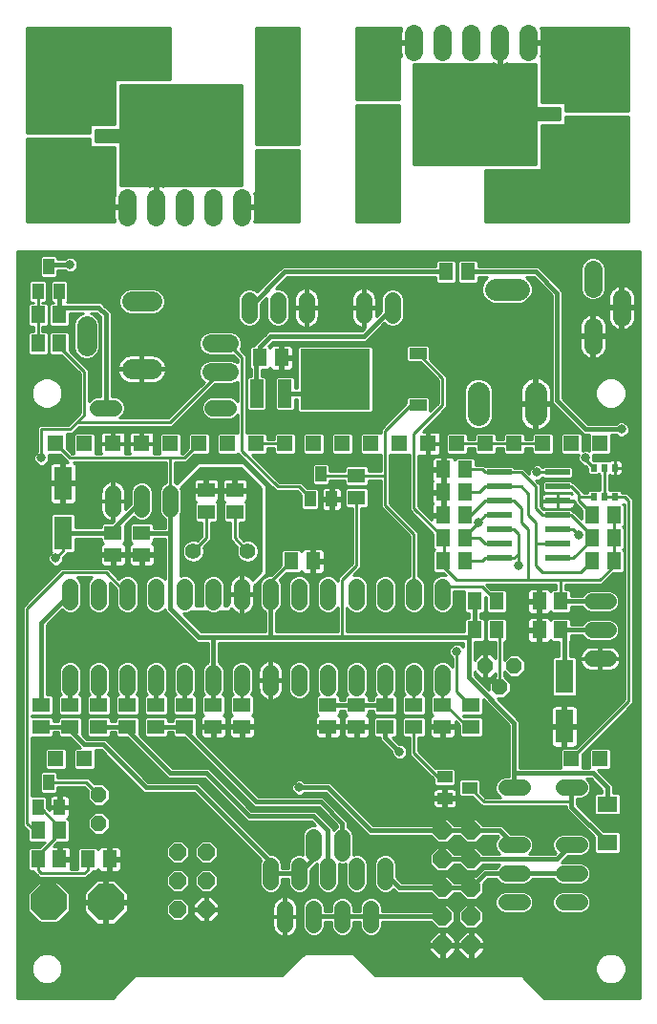
<source format=gtl>
G75*
G70*
%OFA0B0*%
%FSLAX24Y24*%
%IPPOS*%
%LPD*%
%AMOC8*
5,1,8,0,0,1.08239X$1,22.5*
%
%ADD10R,0.0512X0.0591*%
%ADD11R,0.0591X0.0512*%
%ADD12R,0.0394X0.0551*%
%ADD13OC8,0.0600*%
%ADD14C,0.0560*%
%ADD15C,0.0560*%
%ADD16OC8,0.0560*%
%ADD17OC8,0.1240*%
%ADD18R,0.0866X0.0236*%
%ADD19C,0.0780*%
%ADD20C,0.0555*%
%ADD21R,0.0551X0.0394*%
%ADD22OC8,0.0640*%
%ADD23R,0.0630X0.1181*%
%ADD24R,0.2441X0.2126*%
%ADD25R,0.0630X0.0394*%
%ADD26R,0.0709X0.0551*%
%ADD27R,0.0197X0.0276*%
%ADD28R,0.0560X0.0560*%
%ADD29C,0.0700*%
%ADD30R,0.0472X0.1000*%
%ADD31C,0.0640*%
%ADD32C,0.0100*%
%ADD33C,0.0160*%
%ADD34C,0.0098*%
%ADD35C,0.0317*%
D10*
X002207Y018142D03*
X002207Y019142D03*
X002955Y019142D03*
X002955Y018142D03*
X003957Y018142D03*
X004705Y018142D03*
X011057Y028542D03*
X011805Y028542D03*
X010705Y035642D03*
X009957Y035642D03*
X016457Y038642D03*
X017205Y038642D03*
X017105Y031742D03*
X017105Y030942D03*
X017105Y030142D03*
X017105Y029342D03*
X017105Y028542D03*
X016357Y028542D03*
X016357Y029342D03*
X016357Y030142D03*
X016357Y030942D03*
X016357Y031742D03*
X017457Y027142D03*
X017457Y026142D03*
X018205Y026142D03*
X018205Y027142D03*
X019707Y027142D03*
X019707Y026142D03*
X020455Y026142D03*
X020455Y027142D03*
X021557Y028542D03*
X021557Y029342D03*
X021557Y030142D03*
X022305Y030142D03*
X022305Y029342D03*
X022305Y028542D03*
X002955Y036142D03*
X002955Y037142D03*
X002207Y037142D03*
X002207Y036142D03*
D11*
X004831Y029516D03*
X004831Y028768D03*
X005831Y028768D03*
X005831Y029516D03*
X008081Y030268D03*
X008081Y031016D03*
X009081Y031016D03*
X009081Y030268D03*
X009331Y023516D03*
X009331Y022768D03*
X008331Y022768D03*
X008331Y023516D03*
X007331Y023516D03*
X007331Y022768D03*
X006331Y022768D03*
X006331Y023516D03*
X005331Y023516D03*
X005331Y022768D03*
X004331Y022768D03*
X004331Y023516D03*
X003331Y023516D03*
X003331Y022768D03*
X002331Y022768D03*
X002331Y023516D03*
X012331Y023516D03*
X012331Y022768D03*
X013331Y022768D03*
X013331Y023516D03*
X014331Y023516D03*
X014331Y022768D03*
X015331Y022768D03*
X015331Y023516D03*
X016331Y023516D03*
X016331Y022768D03*
X017331Y022768D03*
X017331Y023516D03*
X013331Y030768D03*
X013331Y031516D03*
D12*
X012455Y030709D03*
X012081Y031575D03*
X011707Y030709D03*
X002955Y037959D03*
X002581Y038825D03*
X002207Y037959D03*
X002581Y020825D03*
X002207Y019959D03*
X002955Y019959D03*
D13*
X007081Y018392D03*
X007081Y017392D03*
X007081Y016392D03*
X008081Y016392D03*
X008081Y017392D03*
X008081Y018392D03*
D14*
X007631Y028892D03*
X009531Y028892D03*
D15*
X009331Y027672D02*
X009331Y027112D01*
X008331Y027112D02*
X008331Y027672D01*
X007331Y027672D02*
X007331Y027112D01*
X006331Y027112D02*
X006331Y027672D01*
X005331Y027672D02*
X005331Y027112D01*
X004331Y027112D02*
X004331Y027672D01*
X003331Y027672D02*
X003331Y027112D01*
X003331Y024672D02*
X003331Y024112D01*
X004331Y024112D02*
X004331Y024672D01*
X005331Y024672D02*
X005331Y024112D01*
X006331Y024112D02*
X006331Y024672D01*
X007331Y024672D02*
X007331Y024112D01*
X008331Y024112D02*
X008331Y024672D01*
X009331Y024672D02*
X009331Y024112D01*
X010331Y024112D02*
X010331Y024672D01*
X011331Y024672D02*
X011331Y024112D01*
X012331Y024112D02*
X012331Y024672D01*
X013331Y024672D02*
X013331Y024112D01*
X014331Y024112D02*
X014331Y024672D01*
X015331Y024672D02*
X015331Y024112D01*
X016331Y024112D02*
X016331Y024672D01*
X016331Y027112D02*
X016331Y027672D01*
X015331Y027672D02*
X015331Y027112D01*
X014331Y027112D02*
X014331Y027672D01*
X013331Y027672D02*
X013331Y027112D01*
X012331Y027112D02*
X012331Y027672D01*
X011331Y027672D02*
X011331Y027112D01*
X010331Y027112D02*
X010331Y027672D01*
X008861Y033892D02*
X008301Y033892D01*
X006831Y030922D02*
X006831Y030362D01*
X005831Y030362D02*
X005831Y030922D01*
X004831Y030922D02*
X004831Y030362D01*
X004861Y033892D02*
X004301Y033892D01*
X009581Y037112D02*
X009581Y037672D01*
X010581Y037672D02*
X010581Y037112D01*
X011581Y037112D02*
X011581Y037672D01*
X013581Y037672D02*
X013581Y037112D01*
X014581Y037112D02*
X014581Y037672D01*
X021551Y027142D02*
X022111Y027142D01*
X022111Y026142D02*
X021551Y026142D01*
X021551Y025142D02*
X022111Y025142D01*
X014331Y017922D02*
X014331Y017362D01*
X013831Y016422D02*
X013831Y015862D01*
X013331Y017362D02*
X013331Y017922D01*
X012831Y018362D02*
X012831Y018922D01*
X012331Y017922D02*
X012331Y017362D01*
X011831Y016422D02*
X011831Y015862D01*
X011331Y017362D02*
X011331Y017922D01*
X011831Y018362D02*
X011831Y018922D01*
X010831Y016422D02*
X010831Y015862D01*
X010331Y017362D02*
X010331Y017922D01*
X012831Y016422D02*
X012831Y015862D01*
D16*
X017831Y024892D03*
X018331Y024142D03*
X018831Y024892D03*
X004331Y020392D03*
X004331Y019392D03*
D17*
X004581Y016642D03*
X002581Y016642D03*
D18*
X018307Y028642D03*
X018307Y029142D03*
X018307Y029642D03*
X018307Y030142D03*
X018307Y030642D03*
X018307Y031142D03*
X018307Y031642D03*
X020355Y031642D03*
X020355Y031142D03*
X020355Y030642D03*
X020355Y030142D03*
X020355Y029642D03*
X020355Y029142D03*
X020355Y028642D03*
D19*
X019581Y033646D02*
X019581Y034426D01*
X017581Y034426D02*
X017581Y033646D01*
X018191Y038036D02*
X018971Y038036D01*
D20*
X019109Y020642D02*
X018554Y020642D01*
X018554Y018642D02*
X019109Y018642D01*
X019109Y017642D02*
X018554Y017642D01*
X018554Y016642D02*
X019109Y016642D01*
X020554Y016642D02*
X021109Y016642D01*
X021109Y017642D02*
X020554Y017642D01*
X020554Y018642D02*
X021109Y018642D01*
X021109Y020642D02*
X020554Y020642D01*
D21*
X017270Y020639D03*
X016404Y020265D03*
X016404Y021013D03*
D22*
X016331Y019142D03*
X016331Y018142D03*
X016331Y017142D03*
X016331Y016142D03*
X016331Y015142D03*
X017331Y015142D03*
X017331Y016142D03*
X017331Y017142D03*
X017331Y018142D03*
X017331Y019142D03*
D23*
X020581Y022776D03*
X020581Y024508D03*
X003081Y029526D03*
X003081Y031258D03*
D24*
X012597Y034892D03*
D25*
X015471Y033994D03*
X015471Y035790D03*
D26*
X022081Y020061D03*
X022081Y018723D03*
D27*
X021981Y030780D03*
X022355Y030780D03*
X022355Y031804D03*
X021981Y031804D03*
X021607Y031804D03*
X021607Y030780D03*
D28*
X021831Y032642D03*
X020831Y032642D03*
X019831Y032642D03*
X018831Y032642D03*
X017831Y032642D03*
X016831Y032642D03*
X015831Y032642D03*
X014831Y032642D03*
X013831Y032642D03*
X012831Y032642D03*
X011831Y032642D03*
X010831Y032642D03*
X009831Y032642D03*
X008831Y032642D03*
X007831Y032642D03*
X006831Y032642D03*
X005831Y032642D03*
X004831Y032642D03*
X003831Y032642D03*
X002831Y032642D03*
X002831Y021642D03*
X003831Y021642D03*
X020831Y021642D03*
X021831Y021642D03*
D29*
X006181Y035248D02*
X005481Y035248D01*
X005481Y037611D02*
X006181Y037611D01*
X003902Y036760D02*
X003902Y036060D01*
D30*
X009839Y034392D03*
X010823Y034392D03*
D31*
X008901Y035142D02*
X008261Y035142D01*
X008261Y036142D02*
X008901Y036142D01*
X009331Y040572D02*
X009331Y041212D01*
X008331Y041212D02*
X008331Y040572D01*
X007331Y040572D02*
X007331Y041212D01*
X006331Y041212D02*
X006331Y040572D01*
X005331Y040572D02*
X005331Y041212D01*
X015331Y046322D02*
X015331Y046962D01*
X016331Y046962D02*
X016331Y046322D01*
X017331Y046322D02*
X017331Y046962D01*
X018331Y046962D02*
X018331Y046322D01*
X019331Y046322D02*
X019331Y046962D01*
X021581Y038712D02*
X021581Y038072D01*
X021581Y036712D02*
X021581Y036072D01*
X022581Y037072D02*
X022581Y037712D01*
D32*
X001481Y039370D02*
X001481Y013292D01*
X004812Y013292D01*
X005600Y014080D01*
X010718Y014080D01*
X011505Y014867D01*
X013204Y014867D01*
X013292Y014779D01*
X013992Y014080D01*
X019110Y014080D01*
X019198Y013992D01*
X019198Y013992D01*
X019897Y013292D01*
X023228Y013292D01*
X023228Y039370D01*
X001481Y039370D01*
X001481Y039343D02*
X023228Y039343D01*
X023228Y039245D02*
X001481Y039245D01*
X001481Y039146D02*
X002274Y039146D01*
X002274Y038504D01*
X002339Y038440D01*
X002824Y038440D01*
X002888Y038504D01*
X002888Y038702D01*
X003141Y038702D01*
X003179Y038664D01*
X003278Y038623D01*
X003385Y038623D01*
X003483Y038664D01*
X003559Y038740D01*
X003600Y038839D01*
X003600Y038946D01*
X003559Y039044D01*
X003483Y039120D01*
X003385Y039161D01*
X003278Y039161D01*
X003179Y039120D01*
X003141Y039082D01*
X002888Y039082D01*
X002888Y039146D01*
X003242Y039146D01*
X003420Y039146D02*
X023228Y039146D01*
X023228Y039048D02*
X021854Y039048D01*
X021825Y039077D02*
X021667Y039142D01*
X021496Y039142D01*
X021338Y039077D01*
X021217Y038956D01*
X021151Y038798D01*
X021151Y037987D01*
X021217Y037829D01*
X021338Y037708D01*
X021496Y037642D01*
X021667Y037642D01*
X021825Y037708D01*
X021946Y037829D01*
X022011Y037987D01*
X022011Y038798D01*
X021946Y038956D01*
X021825Y039077D01*
X021948Y038949D02*
X023228Y038949D01*
X023228Y038851D02*
X021989Y038851D01*
X022011Y038752D02*
X023228Y038752D01*
X023228Y038654D02*
X022011Y038654D01*
X022011Y038555D02*
X023228Y038555D01*
X023228Y038457D02*
X022011Y038457D01*
X022011Y038358D02*
X023228Y038358D01*
X023228Y038260D02*
X022011Y038260D01*
X022011Y038161D02*
X022442Y038161D01*
X022471Y038171D02*
X022401Y038148D01*
X022335Y038114D01*
X022275Y038071D01*
X022223Y038018D01*
X022179Y037958D01*
X022146Y037893D01*
X022123Y037822D01*
X022111Y037749D01*
X022111Y037442D01*
X022531Y037442D01*
X022531Y037342D01*
X022631Y037342D01*
X022631Y036604D01*
X022691Y036614D01*
X022762Y036637D01*
X022827Y036670D01*
X022887Y036714D01*
X022940Y036766D01*
X022983Y036826D01*
X023017Y036892D01*
X023040Y036962D01*
X023051Y037035D01*
X023051Y037342D01*
X022631Y037342D01*
X022631Y037442D01*
X023051Y037442D01*
X023051Y037749D01*
X023040Y037822D01*
X023017Y037893D01*
X022983Y037958D01*
X022940Y038018D01*
X022887Y038071D01*
X022827Y038114D01*
X022762Y038148D01*
X022691Y038171D01*
X022631Y038180D01*
X022631Y037442D01*
X022531Y037442D01*
X022531Y038180D01*
X022471Y038171D01*
X022531Y038161D02*
X022631Y038161D01*
X022720Y038161D02*
X023228Y038161D01*
X023228Y038063D02*
X022895Y038063D01*
X022979Y037964D02*
X023228Y037964D01*
X023228Y037866D02*
X023025Y037866D01*
X023048Y037767D02*
X023228Y037767D01*
X023228Y037669D02*
X023051Y037669D01*
X023051Y037570D02*
X023228Y037570D01*
X023228Y037472D02*
X023051Y037472D01*
X023051Y037275D02*
X023228Y037275D01*
X023228Y037373D02*
X022631Y037373D01*
X022631Y037275D02*
X022531Y037275D01*
X022531Y037342D02*
X022531Y036604D01*
X022471Y036614D01*
X022401Y036637D01*
X022335Y036670D01*
X022275Y036714D01*
X022223Y036766D01*
X022179Y036826D01*
X022146Y036892D01*
X022123Y036962D01*
X022111Y037035D01*
X022111Y037342D01*
X022531Y037342D01*
X022531Y037373D02*
X020521Y037373D01*
X020521Y037275D02*
X022111Y037275D01*
X022111Y037176D02*
X021656Y037176D01*
X021631Y037176D02*
X021531Y037176D01*
X021531Y037180D02*
X021471Y037171D01*
X021401Y037148D01*
X021335Y037114D01*
X021275Y037071D01*
X021223Y037018D01*
X021179Y036958D01*
X021146Y036893D01*
X021123Y036822D01*
X021111Y036749D01*
X021111Y036442D01*
X021531Y036442D01*
X021531Y036342D01*
X021631Y036342D01*
X021631Y035604D01*
X021691Y035614D01*
X021762Y035637D01*
X021827Y035670D01*
X021887Y035714D01*
X021940Y035766D01*
X021983Y035826D01*
X022017Y035892D01*
X022040Y035962D01*
X022051Y036035D01*
X022051Y036342D01*
X021631Y036342D01*
X021631Y036442D01*
X022051Y036442D01*
X022051Y036749D01*
X022040Y036822D01*
X022017Y036893D01*
X021983Y036958D01*
X021940Y037018D01*
X021887Y037071D01*
X021827Y037114D01*
X021762Y037148D01*
X021691Y037171D01*
X021631Y037180D01*
X021631Y036442D01*
X021531Y036442D01*
X021531Y037180D01*
X021507Y037176D02*
X020521Y037176D01*
X020521Y037078D02*
X021285Y037078D01*
X021194Y036979D02*
X020521Y036979D01*
X020521Y036881D02*
X021142Y036881D01*
X021116Y036782D02*
X020521Y036782D01*
X020521Y036684D02*
X021111Y036684D01*
X021111Y036585D02*
X020521Y036585D01*
X020521Y036487D02*
X021111Y036487D01*
X021111Y036342D02*
X021111Y036035D01*
X021123Y035962D01*
X021146Y035892D01*
X021179Y035826D01*
X021223Y035766D01*
X021275Y035714D01*
X021335Y035670D01*
X021401Y035637D01*
X021471Y035614D01*
X021531Y035604D01*
X021531Y036342D01*
X021111Y036342D01*
X021111Y036290D02*
X020521Y036290D01*
X020521Y036388D02*
X021531Y036388D01*
X021531Y036290D02*
X021631Y036290D01*
X021631Y036388D02*
X023228Y036388D01*
X023228Y036290D02*
X022051Y036290D01*
X022051Y036191D02*
X023228Y036191D01*
X023228Y036093D02*
X022051Y036093D01*
X022045Y035994D02*
X023228Y035994D01*
X023228Y035896D02*
X022018Y035896D01*
X021962Y035797D02*
X023228Y035797D01*
X023228Y035699D02*
X021867Y035699D01*
X021631Y035699D02*
X021531Y035699D01*
X021531Y035797D02*
X021631Y035797D01*
X021631Y035896D02*
X021531Y035896D01*
X021531Y035994D02*
X021631Y035994D01*
X021631Y036093D02*
X021531Y036093D01*
X021531Y036191D02*
X021631Y036191D01*
X021631Y036487D02*
X021531Y036487D01*
X021531Y036585D02*
X021631Y036585D01*
X021631Y036684D02*
X021531Y036684D01*
X021531Y036782D02*
X021631Y036782D01*
X021631Y036881D02*
X021531Y036881D01*
X021531Y036979D02*
X021631Y036979D01*
X021631Y037078D02*
X021531Y037078D01*
X021878Y037078D02*
X022111Y037078D01*
X022120Y036979D02*
X021968Y036979D01*
X022021Y036881D02*
X022151Y036881D01*
X022211Y036782D02*
X022046Y036782D01*
X022051Y036684D02*
X022316Y036684D01*
X022531Y036684D02*
X022631Y036684D01*
X022631Y036782D02*
X022531Y036782D01*
X022531Y036881D02*
X022631Y036881D01*
X022631Y036979D02*
X022531Y036979D01*
X022531Y037078D02*
X022631Y037078D01*
X022631Y037176D02*
X022531Y037176D01*
X022531Y037472D02*
X022631Y037472D01*
X022631Y037570D02*
X022531Y037570D01*
X022531Y037669D02*
X022631Y037669D01*
X022631Y037767D02*
X022531Y037767D01*
X022531Y037866D02*
X022631Y037866D01*
X022631Y037964D02*
X022531Y037964D01*
X022531Y038063D02*
X022631Y038063D01*
X022267Y038063D02*
X022011Y038063D01*
X022002Y037964D02*
X022183Y037964D01*
X022137Y037866D02*
X021961Y037866D01*
X021884Y037767D02*
X022114Y037767D01*
X022111Y037669D02*
X021731Y037669D01*
X022111Y037570D02*
X020521Y037570D01*
X020521Y037472D02*
X022111Y037472D01*
X022051Y036585D02*
X023228Y036585D01*
X023228Y036487D02*
X022051Y036487D01*
X022846Y036684D02*
X023228Y036684D01*
X023228Y036782D02*
X022951Y036782D01*
X023011Y036881D02*
X023228Y036881D01*
X023228Y036979D02*
X023042Y036979D01*
X023051Y037078D02*
X023228Y037078D01*
X023228Y037176D02*
X023051Y037176D01*
X023228Y035600D02*
X020521Y035600D01*
X020521Y035502D02*
X023228Y035502D01*
X023228Y035403D02*
X020521Y035403D01*
X020521Y035305D02*
X023228Y035305D01*
X023228Y035206D02*
X020521Y035206D01*
X020521Y035108D02*
X023228Y035108D01*
X023228Y035009D02*
X020521Y035009D01*
X020521Y034911D02*
X022005Y034911D01*
X022089Y034946D02*
X021889Y034863D01*
X021736Y034710D01*
X021654Y034510D01*
X021654Y034294D01*
X021736Y034094D01*
X021889Y033941D01*
X022089Y033858D01*
X022305Y033858D01*
X022505Y033941D01*
X022658Y034094D01*
X022741Y034294D01*
X022741Y034510D01*
X022658Y034710D01*
X022505Y034863D01*
X022305Y034946D01*
X022089Y034946D01*
X021839Y034812D02*
X020521Y034812D01*
X020521Y034714D02*
X021740Y034714D01*
X021697Y034615D02*
X020521Y034615D01*
X020521Y034517D02*
X021656Y034517D01*
X021654Y034418D02*
X020521Y034418D01*
X020521Y034320D02*
X021654Y034320D01*
X021684Y034221D02*
X020521Y034221D01*
X020521Y037971D01*
X019771Y038721D01*
X019660Y038832D01*
X017571Y038832D01*
X017571Y038983D01*
X017507Y039047D01*
X016904Y039047D01*
X016839Y038983D01*
X016839Y038301D01*
X016904Y038237D01*
X017507Y038237D01*
X017571Y038301D01*
X017571Y038452D01*
X017900Y038452D01*
X017767Y038319D01*
X017691Y038135D01*
X017691Y037936D01*
X017767Y037753D01*
X017908Y037612D01*
X018092Y037536D01*
X019071Y037536D01*
X019254Y037612D01*
X019395Y037753D01*
X019471Y037936D01*
X019471Y038135D01*
X019395Y038319D01*
X019262Y038452D01*
X019502Y038452D01*
X020141Y037813D01*
X020141Y034063D01*
X020252Y033952D01*
X021252Y032952D01*
X021441Y032952D01*
X021441Y032387D01*
X021385Y032411D01*
X021278Y032411D01*
X021221Y032387D01*
X021221Y032968D01*
X021157Y033032D01*
X020506Y033032D01*
X020441Y032968D01*
X020441Y032317D01*
X020506Y032252D01*
X021086Y032252D01*
X021062Y032196D01*
X021062Y032089D01*
X021103Y031990D01*
X021179Y031914D01*
X021278Y031873D01*
X021311Y031873D01*
X021399Y031786D01*
X021399Y031621D01*
X021463Y031556D01*
X021751Y031556D01*
X021794Y031599D01*
X021821Y031572D01*
X021821Y031027D01*
X021752Y031027D01*
X021751Y031028D01*
X021463Y031028D01*
X021462Y031027D01*
X021417Y031027D01*
X021387Y030997D01*
X021387Y030940D01*
X021241Y030940D01*
X021241Y030958D01*
X021147Y031052D01*
X020991Y031208D01*
X020898Y031302D01*
X020898Y031306D01*
X020833Y031370D01*
X019876Y031370D01*
X019812Y031306D01*
X019812Y030978D01*
X019876Y030914D01*
X020833Y030914D01*
X020849Y030898D01*
X020846Y030900D01*
X020808Y030910D01*
X020364Y030910D01*
X020364Y030651D01*
X020921Y030651D01*
X020921Y030633D01*
X020364Y030633D01*
X020364Y030651D01*
X020346Y030651D01*
X020346Y030910D01*
X019902Y030910D01*
X019864Y030900D01*
X019830Y030880D01*
X019802Y030852D01*
X019782Y030818D01*
X019772Y030780D01*
X019772Y030651D01*
X020346Y030651D01*
X020346Y030633D01*
X020364Y030633D01*
X020364Y030374D01*
X020808Y030374D01*
X020846Y030384D01*
X020880Y030404D01*
X020908Y030432D01*
X020928Y030466D01*
X020938Y030504D01*
X020938Y030575D01*
X021015Y030497D01*
X021016Y030497D01*
X021191Y030322D01*
X021191Y030008D01*
X020898Y030302D01*
X020898Y030306D01*
X020833Y030370D01*
X019876Y030370D01*
X019853Y030347D01*
X019741Y030458D01*
X019741Y031208D01*
X019647Y031302D01*
X019575Y031374D01*
X019578Y031373D01*
X019685Y031373D01*
X019783Y031414D01*
X019830Y031461D01*
X019876Y031414D01*
X020833Y031414D01*
X020898Y031478D01*
X020898Y031806D01*
X020833Y031870D01*
X019876Y031870D01*
X019830Y031824D01*
X019783Y031870D01*
X019685Y031911D01*
X019578Y031911D01*
X019479Y031870D01*
X019403Y031794D01*
X019362Y031696D01*
X019362Y031589D01*
X019363Y031586D01*
X019147Y031802D01*
X018851Y031802D01*
X018851Y031806D01*
X018786Y031870D01*
X017829Y031870D01*
X017797Y031902D01*
X017471Y031902D01*
X017471Y032083D01*
X017407Y032147D01*
X016804Y032147D01*
X016752Y032096D01*
X016733Y032130D01*
X016705Y032157D01*
X016671Y032177D01*
X016633Y032187D01*
X016407Y032187D01*
X016407Y031792D01*
X016307Y031792D01*
X016307Y031692D01*
X016407Y031692D01*
X016407Y031297D01*
X016407Y030992D01*
X016307Y030992D01*
X016307Y030892D01*
X016407Y030892D01*
X016407Y030587D01*
X016407Y030192D01*
X016307Y030192D01*
X016307Y030092D01*
X015951Y030092D01*
X015951Y029998D01*
X015491Y030458D01*
X015491Y032224D01*
X015493Y032222D01*
X015531Y032212D01*
X015801Y032212D01*
X015801Y032612D01*
X015861Y032612D01*
X015861Y032212D01*
X016131Y032212D01*
X016169Y032222D01*
X016203Y032242D01*
X016231Y032270D01*
X016251Y032304D01*
X016261Y032342D01*
X016261Y032612D01*
X015861Y032612D01*
X015861Y032672D01*
X016261Y032672D01*
X016261Y032942D01*
X016251Y032980D01*
X016231Y033014D01*
X016203Y033042D01*
X016169Y033062D01*
X016131Y033072D01*
X015861Y033072D01*
X015861Y032672D01*
X015801Y032672D01*
X015801Y033072D01*
X015637Y033072D01*
X016397Y033832D01*
X016491Y033926D01*
X016491Y034996D01*
X015896Y035591D01*
X015896Y036032D01*
X015831Y036097D01*
X015110Y036097D01*
X015046Y036032D01*
X015046Y035547D01*
X015110Y035483D01*
X015551Y035483D01*
X016171Y034863D01*
X016171Y034058D01*
X015896Y033783D01*
X015896Y034237D01*
X015831Y034301D01*
X015110Y034301D01*
X015046Y034237D01*
X015046Y034046D01*
X014171Y033171D01*
X014171Y033018D01*
X014157Y033032D01*
X013506Y033032D01*
X013441Y032968D01*
X013441Y032317D01*
X013506Y032252D01*
X014157Y032252D01*
X014171Y032267D01*
X014171Y031675D01*
X013736Y031675D01*
X013736Y031818D01*
X013672Y031882D01*
X012990Y031882D01*
X012926Y031818D01*
X012926Y031675D01*
X012388Y031675D01*
X012388Y031896D01*
X012324Y031961D01*
X011839Y031961D01*
X011774Y031896D01*
X011774Y031254D01*
X011839Y031190D01*
X012324Y031190D01*
X012388Y031254D01*
X012388Y031357D01*
X012926Y031357D01*
X012926Y031215D01*
X012990Y031150D01*
X013672Y031150D01*
X013736Y031215D01*
X013736Y031357D01*
X014171Y031357D01*
X014171Y030410D01*
X015171Y029410D01*
X015171Y028028D01*
X015110Y028003D01*
X015000Y027893D01*
X014941Y027750D01*
X014941Y027035D01*
X015000Y026891D01*
X015110Y026781D01*
X015254Y026722D01*
X015409Y026722D01*
X015552Y026781D01*
X015662Y026891D01*
X015721Y027035D01*
X015721Y027750D01*
X015662Y027893D01*
X015552Y028003D01*
X015491Y028028D01*
X015491Y029543D01*
X014491Y030543D01*
X014491Y032267D01*
X014506Y032252D01*
X015157Y032252D01*
X015171Y032267D01*
X015171Y030326D01*
X015991Y029506D01*
X015991Y029001D01*
X016050Y028942D01*
X015991Y028883D01*
X015991Y028201D01*
X016056Y028137D01*
X016360Y028137D01*
X016453Y028044D01*
X016409Y028062D01*
X016254Y028062D01*
X016110Y028003D01*
X016000Y027893D01*
X015941Y027750D01*
X015941Y027035D01*
X016000Y026891D01*
X016110Y026781D01*
X016254Y026722D01*
X016409Y026722D01*
X016552Y026781D01*
X016662Y026891D01*
X016721Y027035D01*
X016721Y027482D01*
X017091Y027482D01*
X017091Y026801D01*
X017156Y026737D01*
X017267Y026737D01*
X017267Y026547D01*
X017156Y026547D01*
X017091Y026483D01*
X017091Y026082D01*
X012991Y026082D01*
X012991Y026914D01*
X013000Y026891D01*
X013110Y026781D01*
X013254Y026722D01*
X013409Y026722D01*
X013552Y026781D01*
X013662Y026891D01*
X013721Y027035D01*
X013721Y027750D01*
X013662Y027893D01*
X013552Y028003D01*
X013409Y028062D01*
X013254Y028062D01*
X013209Y028044D01*
X013491Y028326D01*
X013491Y030402D01*
X013672Y030402D01*
X013736Y030467D01*
X013736Y031070D01*
X013672Y031134D01*
X012990Y031134D01*
X012926Y031070D01*
X012926Y030467D01*
X012990Y030402D01*
X013171Y030402D01*
X013171Y028458D01*
X012765Y028052D01*
X012671Y027958D01*
X012671Y027870D01*
X012662Y027893D01*
X012552Y028003D01*
X012409Y028062D01*
X012254Y028062D01*
X012110Y028003D01*
X012000Y027893D01*
X011941Y027750D01*
X011941Y027035D01*
X012000Y026891D01*
X012110Y026781D01*
X012254Y026722D01*
X012409Y026722D01*
X012552Y026781D01*
X012662Y026891D01*
X012671Y026914D01*
X012671Y026082D01*
X010521Y026082D01*
X010521Y026769D01*
X010552Y026781D01*
X010662Y026891D01*
X010721Y027035D01*
X010721Y027750D01*
X010662Y027893D01*
X010648Y027907D01*
X010878Y028137D01*
X011359Y028137D01*
X011410Y028188D01*
X011429Y028155D01*
X011457Y028127D01*
X011491Y028107D01*
X011529Y028097D01*
X011755Y028097D01*
X011755Y028492D01*
X011855Y028492D01*
X011855Y028097D01*
X012081Y028097D01*
X012119Y028107D01*
X012153Y028127D01*
X012181Y028155D01*
X012201Y028189D01*
X012211Y028227D01*
X012211Y028492D01*
X011855Y028492D01*
X011855Y028592D01*
X011755Y028592D01*
X011755Y028987D01*
X011529Y028987D01*
X011491Y028977D01*
X011457Y028957D01*
X011429Y028930D01*
X011410Y028896D01*
X011359Y028947D01*
X010756Y028947D01*
X010691Y028883D01*
X010691Y028402D01*
X010351Y028062D01*
X010254Y028062D01*
X010110Y028003D01*
X010000Y027893D01*
X009941Y027750D01*
X009941Y027035D01*
X010000Y026891D01*
X010110Y026781D01*
X010141Y026769D01*
X010141Y026082D01*
X007910Y026082D01*
X007270Y026722D01*
X007409Y026722D01*
X007552Y026781D01*
X007563Y026792D01*
X008100Y026792D01*
X008110Y026781D01*
X008254Y026722D01*
X008409Y026722D01*
X008552Y026781D01*
X008563Y026792D01*
X008873Y026792D01*
X008965Y026885D01*
X009003Y026832D01*
X009051Y026784D01*
X009106Y026744D01*
X009166Y026714D01*
X009230Y026693D01*
X009297Y026682D01*
X009301Y026682D01*
X009301Y027362D01*
X009361Y027362D01*
X009361Y026682D01*
X009365Y026682D01*
X009432Y026693D01*
X009496Y026714D01*
X009556Y026744D01*
X009611Y026784D01*
X009659Y026832D01*
X009699Y026887D01*
X009730Y026947D01*
X009751Y027011D01*
X009761Y027078D01*
X009761Y027362D01*
X009361Y027362D01*
X009361Y027422D01*
X009761Y027422D01*
X009761Y027681D01*
X010181Y028101D01*
X010181Y031184D01*
X010123Y031242D01*
X009373Y031992D01*
X007790Y031992D01*
X007731Y031934D01*
X007051Y031253D01*
X006991Y031278D01*
X006991Y031982D01*
X007397Y031982D01*
X007667Y032252D01*
X008157Y032252D01*
X008221Y032317D01*
X008221Y032968D01*
X008157Y033032D01*
X007506Y033032D01*
X007441Y032968D01*
X007441Y032478D01*
X007265Y032302D01*
X007207Y032302D01*
X007221Y032317D01*
X007221Y032968D01*
X007157Y033032D01*
X006506Y033032D01*
X006441Y032968D01*
X006441Y032317D01*
X006456Y032302D01*
X006250Y032302D01*
X006251Y032304D01*
X006261Y032342D01*
X006261Y032612D01*
X005861Y032612D01*
X005861Y032672D01*
X006261Y032672D01*
X006261Y032942D01*
X006251Y032980D01*
X006231Y033014D01*
X006203Y033042D01*
X006169Y033062D01*
X006131Y033072D01*
X005861Y033072D01*
X005861Y032672D01*
X005801Y032672D01*
X005801Y032612D01*
X005401Y032612D01*
X005401Y032342D01*
X005411Y032304D01*
X005413Y032302D01*
X005250Y032302D01*
X005251Y032304D01*
X005261Y032342D01*
X005261Y032612D01*
X004861Y032612D01*
X004861Y032672D01*
X005261Y032672D01*
X005261Y032942D01*
X005251Y032980D01*
X005231Y033014D01*
X005203Y033042D01*
X005169Y033062D01*
X005131Y033072D01*
X004861Y033072D01*
X004861Y032672D01*
X004801Y032672D01*
X004801Y032612D01*
X004401Y032612D01*
X004401Y032342D01*
X004411Y032304D01*
X004413Y032302D01*
X004207Y032302D01*
X004221Y032317D01*
X004221Y032968D01*
X004157Y033032D01*
X003506Y033032D01*
X003441Y032968D01*
X003441Y032317D01*
X003456Y032302D01*
X003397Y032302D01*
X003221Y032478D01*
X003221Y032968D01*
X003207Y032982D01*
X003397Y032982D01*
X003647Y033232D01*
X006897Y033232D01*
X006991Y033326D01*
X008377Y034712D01*
X008987Y034712D01*
X009145Y034778D01*
X009171Y034804D01*
X009171Y034134D01*
X009082Y034223D01*
X008939Y034282D01*
X008224Y034282D01*
X008080Y034223D01*
X007970Y034113D01*
X007911Y033970D01*
X007911Y033815D01*
X007970Y033671D01*
X008080Y033561D01*
X008224Y033502D01*
X008939Y033502D01*
X009082Y033561D01*
X009171Y033651D01*
X009171Y033018D01*
X009157Y033032D01*
X008506Y033032D01*
X008441Y032968D01*
X008441Y032317D01*
X008506Y032252D01*
X009157Y032252D01*
X009201Y032296D01*
X009265Y032232D01*
X010515Y030982D01*
X011265Y030982D01*
X011400Y030847D01*
X011400Y030388D01*
X011465Y030323D01*
X011950Y030323D01*
X012014Y030388D01*
X012014Y031030D01*
X011950Y031095D01*
X011605Y031095D01*
X011397Y031302D01*
X010647Y031302D01*
X009697Y032252D01*
X010157Y032252D01*
X010221Y032317D01*
X010221Y032482D01*
X010441Y032482D01*
X010441Y032317D01*
X010506Y032252D01*
X011157Y032252D01*
X011221Y032317D01*
X011221Y032968D01*
X011157Y033032D01*
X010506Y033032D01*
X010441Y032968D01*
X010441Y032802D01*
X010221Y032802D01*
X010221Y032968D01*
X010157Y033032D01*
X009506Y033032D01*
X009491Y033018D01*
X009491Y035708D01*
X009276Y035924D01*
X009331Y036057D01*
X009331Y036228D01*
X009266Y036386D01*
X009145Y036507D01*
X008987Y036572D01*
X008176Y036572D01*
X008018Y036507D01*
X007897Y036386D01*
X007831Y036228D01*
X007831Y036057D01*
X007897Y035899D01*
X008018Y035778D01*
X008176Y035712D01*
X008987Y035712D01*
X009021Y035726D01*
X009171Y035576D01*
X009171Y035480D01*
X009145Y035507D01*
X008987Y035572D01*
X008176Y035572D01*
X008018Y035507D01*
X007897Y035386D01*
X007831Y035228D01*
X007831Y035057D01*
X007897Y034899D01*
X008004Y034791D01*
X006765Y033552D01*
X005059Y033552D01*
X005082Y033561D01*
X005192Y033671D01*
X005251Y033815D01*
X005251Y033970D01*
X005192Y034113D01*
X005082Y034223D01*
X004939Y034282D01*
X004771Y034282D01*
X004771Y037221D01*
X004521Y037471D01*
X004410Y037582D01*
X003206Y037582D01*
X003262Y037638D01*
X003262Y038280D01*
X003198Y038345D01*
X002713Y038345D01*
X002648Y038280D01*
X002648Y037638D01*
X002713Y037573D01*
X002765Y037573D01*
X002765Y037547D01*
X002654Y037547D01*
X002589Y037483D01*
X002589Y036801D01*
X002654Y036737D01*
X003257Y036737D01*
X003321Y036801D01*
X003321Y037202D01*
X003768Y037202D01*
X003641Y037150D01*
X003512Y037020D01*
X003442Y036851D01*
X003442Y035968D01*
X003512Y035799D01*
X003641Y035670D01*
X003810Y035600D01*
X003599Y035600D01*
X003613Y035699D02*
X003501Y035699D01*
X003514Y035797D02*
X003402Y035797D01*
X003321Y035878D02*
X003321Y036483D01*
X003257Y036547D01*
X002654Y036547D01*
X002589Y036483D01*
X002589Y035801D01*
X002654Y035737D01*
X003010Y035737D01*
X003671Y035076D01*
X003671Y033708D01*
X003515Y033552D01*
X003421Y033458D01*
X003265Y033302D01*
X002265Y033302D01*
X002171Y033208D01*
X002171Y032362D01*
X002103Y032294D01*
X002062Y032196D01*
X002062Y032089D01*
X002103Y031990D01*
X002179Y031914D01*
X002278Y031873D01*
X002385Y031873D01*
X002483Y031914D01*
X002559Y031990D01*
X002600Y032089D01*
X002600Y032196D01*
X002576Y032252D01*
X002995Y032252D01*
X003248Y031999D01*
X003131Y031999D01*
X003131Y031308D01*
X003546Y031308D01*
X003546Y031869D01*
X003536Y031907D01*
X003516Y031941D01*
X003488Y031969D01*
X003465Y031982D01*
X006671Y031982D01*
X006671Y031278D01*
X006610Y031253D01*
X006500Y031143D01*
X006441Y031000D01*
X006441Y030285D01*
X006500Y030141D01*
X006610Y030031D01*
X006641Y030019D01*
X006641Y029706D01*
X006236Y029706D01*
X006236Y029818D01*
X006172Y029882D01*
X005490Y029882D01*
X005426Y029818D01*
X005426Y029215D01*
X005477Y029163D01*
X005444Y029144D01*
X005416Y029116D01*
X005396Y029082D01*
X005386Y029044D01*
X005386Y028818D01*
X005781Y028818D01*
X005781Y028718D01*
X005881Y028718D01*
X005881Y028362D01*
X006146Y028362D01*
X006184Y028372D01*
X006218Y028392D01*
X006246Y028420D01*
X006266Y028454D01*
X006276Y028492D01*
X006276Y028718D01*
X005881Y028718D01*
X005881Y028818D01*
X006276Y028818D01*
X006276Y029044D01*
X006266Y029082D01*
X006246Y029116D01*
X006218Y029144D01*
X006185Y029163D01*
X006236Y029215D01*
X006236Y029326D01*
X006641Y029326D01*
X006641Y027914D01*
X006552Y028003D01*
X006409Y028062D01*
X006254Y028062D01*
X006110Y028003D01*
X006000Y027893D01*
X005941Y027750D01*
X005941Y027035D01*
X006000Y026891D01*
X006110Y026781D01*
X006254Y026722D01*
X006409Y026722D01*
X006552Y026781D01*
X006641Y026871D01*
X006641Y026813D01*
X006752Y026702D01*
X006752Y026702D01*
X007752Y025702D01*
X008141Y025702D01*
X008141Y025016D01*
X008110Y025003D01*
X008000Y024893D01*
X007941Y024750D01*
X007941Y024035D01*
X008000Y023891D01*
X008010Y023882D01*
X007990Y023882D01*
X007926Y023818D01*
X007926Y023215D01*
X007977Y023163D01*
X007944Y023144D01*
X007916Y023116D01*
X007896Y023082D01*
X007886Y023044D01*
X007886Y022818D01*
X008281Y022818D01*
X008281Y022718D01*
X008381Y022718D01*
X008381Y022362D01*
X008646Y022362D01*
X008684Y022372D01*
X008718Y022392D01*
X008746Y022420D01*
X008766Y022454D01*
X008776Y022492D01*
X008776Y022718D01*
X008381Y022718D01*
X008381Y022818D01*
X008776Y022818D01*
X008776Y023044D01*
X008766Y023082D01*
X008746Y023116D01*
X008718Y023144D01*
X008685Y023163D01*
X008736Y023215D01*
X008736Y023818D01*
X008672Y023882D01*
X008653Y023882D01*
X008662Y023891D01*
X008721Y024035D01*
X008721Y024750D01*
X008662Y024893D01*
X008552Y025003D01*
X008521Y025016D01*
X008521Y025702D01*
X017056Y025702D01*
X017056Y025547D01*
X016983Y025620D01*
X016885Y025661D01*
X016778Y025661D01*
X016679Y025620D01*
X016603Y025544D01*
X016562Y025446D01*
X016562Y025339D01*
X016603Y025240D01*
X016671Y025172D01*
X016671Y024870D01*
X016662Y024893D01*
X016552Y025003D01*
X016409Y025062D01*
X016254Y025062D01*
X016110Y025003D01*
X016000Y024893D01*
X015941Y024750D01*
X015941Y024035D01*
X016000Y023891D01*
X016010Y023882D01*
X015990Y023882D01*
X015926Y023818D01*
X015926Y023215D01*
X015977Y023163D01*
X015944Y023144D01*
X015916Y023116D01*
X015896Y023082D01*
X015886Y023044D01*
X015886Y022818D01*
X016281Y022818D01*
X016281Y022718D01*
X016381Y022718D01*
X016381Y022362D01*
X016646Y022362D01*
X016684Y022372D01*
X016718Y022392D01*
X016746Y022420D01*
X016766Y022454D01*
X016776Y022492D01*
X016776Y022718D01*
X016381Y022718D01*
X016381Y022818D01*
X016776Y022818D01*
X016776Y022971D01*
X016926Y022821D01*
X016926Y022467D01*
X016990Y022402D01*
X017672Y022402D01*
X017736Y022467D01*
X017736Y023070D01*
X017672Y023134D01*
X017065Y023134D01*
X017049Y023150D01*
X017672Y023150D01*
X017736Y023215D01*
X017736Y023718D01*
X018641Y022813D01*
X018641Y021030D01*
X018477Y021030D01*
X018334Y020971D01*
X018225Y020862D01*
X018166Y020719D01*
X018166Y020565D01*
X018225Y020423D01*
X018334Y020314D01*
X018362Y020302D01*
X018265Y020302D01*
X018264Y020301D01*
X017834Y020301D01*
X017656Y020479D01*
X017656Y020882D01*
X017592Y020946D01*
X016949Y020946D01*
X016885Y020882D01*
X016885Y020397D01*
X016949Y020333D01*
X016830Y020333D01*
X016830Y020314D02*
X016830Y020482D01*
X016820Y020520D01*
X016800Y020554D01*
X016772Y020582D01*
X016738Y020602D01*
X016700Y020612D01*
X016453Y020612D01*
X016453Y020314D01*
X016356Y020314D01*
X016356Y020612D01*
X016109Y020612D01*
X016071Y020602D01*
X016037Y020582D01*
X016009Y020554D01*
X015989Y020520D01*
X015979Y020482D01*
X015979Y020314D01*
X016356Y020314D01*
X016356Y020217D01*
X016453Y020217D01*
X016453Y020314D01*
X016830Y020314D01*
X016830Y020217D02*
X016830Y020049D01*
X016820Y020011D01*
X016800Y019976D01*
X016772Y019948D01*
X016738Y019929D01*
X016700Y019919D01*
X016453Y019919D01*
X016453Y020217D01*
X016830Y020217D01*
X016830Y020136D02*
X017549Y020136D01*
X017451Y020234D02*
X016453Y020234D01*
X016356Y020234D02*
X013008Y020234D01*
X013106Y020136D02*
X015979Y020136D01*
X015979Y020217D02*
X015979Y020049D01*
X015989Y020011D01*
X016009Y019976D01*
X016037Y019948D01*
X016071Y019929D01*
X016109Y019919D01*
X016356Y019919D01*
X016356Y020217D01*
X015979Y020217D01*
X015979Y020333D02*
X012909Y020333D01*
X012811Y020431D02*
X015979Y020431D01*
X015994Y020530D02*
X012712Y020530D01*
X012614Y020628D02*
X016885Y020628D01*
X016885Y020530D02*
X016814Y020530D01*
X016830Y020431D02*
X016885Y020431D01*
X016949Y020333D02*
X017352Y020333D01*
X017702Y019983D01*
X018264Y019983D01*
X018265Y019982D01*
X020641Y019982D01*
X020641Y019894D01*
X020752Y019783D01*
X021617Y018918D01*
X021617Y018402D01*
X021681Y018337D01*
X022481Y018337D01*
X022545Y018402D01*
X022545Y019044D01*
X022481Y019108D01*
X021964Y019108D01*
X021021Y020052D01*
X021021Y020255D01*
X021186Y020255D01*
X021328Y020314D01*
X021437Y020423D01*
X021496Y020565D01*
X021496Y020719D01*
X021437Y020862D01*
X021347Y020952D01*
X021502Y020952D01*
X021891Y020563D01*
X021891Y020447D01*
X021681Y020447D01*
X021617Y020383D01*
X021617Y019740D01*
X021681Y019676D01*
X022481Y019676D01*
X022545Y019740D01*
X022545Y020383D01*
X022481Y020447D01*
X022271Y020447D01*
X022271Y020721D01*
X021771Y021221D01*
X021740Y021252D01*
X022157Y021252D01*
X022221Y021317D01*
X022221Y021968D01*
X022157Y022032D01*
X021506Y022032D01*
X021441Y021968D01*
X021441Y021332D01*
X021221Y021332D01*
X021221Y021806D01*
X022991Y023576D01*
X022991Y030708D01*
X022853Y030847D01*
X022759Y030940D01*
X022590Y030940D01*
X022590Y030997D01*
X022560Y031027D01*
X022500Y031027D01*
X022499Y031028D01*
X022211Y031028D01*
X022210Y031027D01*
X022141Y031027D01*
X022141Y031557D01*
X022154Y031557D01*
X022165Y031546D01*
X022199Y031526D01*
X022237Y031516D01*
X022355Y031516D01*
X022355Y031804D01*
X022355Y031804D01*
X022302Y031804D01*
X022302Y031804D01*
X022355Y031804D01*
X022355Y032092D01*
X022237Y032092D01*
X022199Y032082D01*
X022165Y032062D01*
X022153Y032050D01*
X022126Y032050D01*
X022125Y032052D01*
X021837Y032052D01*
X021836Y032050D01*
X021752Y032050D01*
X021751Y032052D01*
X021586Y032052D01*
X021585Y032052D01*
X021600Y032089D01*
X021600Y032196D01*
X021576Y032252D01*
X022157Y032252D01*
X022221Y032317D01*
X022221Y032952D01*
X022391Y032952D01*
X022429Y032914D01*
X022528Y032873D01*
X022635Y032873D01*
X022733Y032914D01*
X022809Y032990D01*
X022850Y033089D01*
X022850Y033196D01*
X022809Y033294D01*
X022733Y033370D01*
X022635Y033411D01*
X022528Y033411D01*
X022429Y033370D01*
X022391Y033332D01*
X021410Y033332D01*
X020521Y034221D01*
X020619Y034123D02*
X021724Y034123D01*
X021806Y034024D02*
X020718Y034024D01*
X020816Y033926D02*
X021926Y033926D01*
X022468Y033926D02*
X023228Y033926D01*
X023228Y034024D02*
X022588Y034024D01*
X022670Y034123D02*
X023228Y034123D01*
X023228Y034221D02*
X022711Y034221D01*
X022741Y034320D02*
X023228Y034320D01*
X023228Y034418D02*
X022741Y034418D01*
X022738Y034517D02*
X023228Y034517D01*
X023228Y034615D02*
X022697Y034615D01*
X022654Y034714D02*
X023228Y034714D01*
X023228Y034812D02*
X022556Y034812D01*
X022390Y034911D02*
X023228Y034911D01*
X023228Y033827D02*
X020915Y033827D01*
X021013Y033729D02*
X023228Y033729D01*
X023228Y033630D02*
X021112Y033630D01*
X021210Y033532D02*
X023228Y033532D01*
X023228Y033433D02*
X021309Y033433D01*
X021407Y033335D02*
X022394Y033335D01*
X022402Y032941D02*
X022221Y032941D01*
X022221Y032842D02*
X023228Y032842D01*
X023228Y032744D02*
X022221Y032744D01*
X022221Y032645D02*
X023228Y032645D01*
X023228Y032547D02*
X022221Y032547D01*
X022221Y032448D02*
X023228Y032448D01*
X023228Y032350D02*
X022221Y032350D01*
X022355Y032092D02*
X022355Y031804D01*
X022355Y031804D01*
X022355Y031804D01*
X022604Y031804D01*
X022604Y031961D01*
X022593Y032000D01*
X022574Y032034D01*
X022546Y032062D01*
X022511Y032082D01*
X022473Y032092D01*
X022355Y032092D01*
X022355Y032054D02*
X022355Y032054D01*
X022355Y031956D02*
X022355Y031956D01*
X022355Y031857D02*
X022355Y031857D01*
X022355Y031804D02*
X022355Y031804D01*
X022355Y031516D01*
X022473Y031516D01*
X022511Y031526D01*
X022546Y031546D01*
X022574Y031574D01*
X022593Y031608D01*
X022604Y031646D01*
X022604Y031804D01*
X022355Y031804D01*
X022355Y031759D02*
X022355Y031759D01*
X022355Y031660D02*
X022355Y031660D01*
X022355Y031562D02*
X022355Y031562D01*
X022561Y031562D02*
X023228Y031562D01*
X023228Y031660D02*
X022604Y031660D01*
X022604Y031759D02*
X023228Y031759D01*
X023228Y031857D02*
X022604Y031857D01*
X022604Y031956D02*
X023228Y031956D01*
X023228Y032054D02*
X022553Y032054D01*
X022157Y032054D02*
X021586Y032054D01*
X021600Y032153D02*
X023228Y032153D01*
X023228Y032251D02*
X021577Y032251D01*
X021441Y032448D02*
X021221Y032448D01*
X021221Y032547D02*
X021441Y032547D01*
X021441Y032645D02*
X021221Y032645D01*
X021221Y032744D02*
X021441Y032744D01*
X021441Y032842D02*
X021221Y032842D01*
X021221Y032941D02*
X021441Y032941D01*
X021165Y033039D02*
X016206Y033039D01*
X016261Y032941D02*
X016441Y032941D01*
X016441Y032968D02*
X016441Y032317D01*
X016506Y032252D01*
X017157Y032252D01*
X017221Y032317D01*
X017221Y032482D01*
X017441Y032482D01*
X017441Y032317D01*
X017506Y032252D01*
X018157Y032252D01*
X018221Y032317D01*
X018221Y032482D01*
X018441Y032482D01*
X018441Y032317D01*
X018506Y032252D01*
X019157Y032252D01*
X019221Y032317D01*
X019221Y032482D01*
X019441Y032482D01*
X019441Y032317D01*
X019506Y032252D01*
X020157Y032252D01*
X020221Y032317D01*
X020221Y032968D01*
X020157Y033032D01*
X019506Y033032D01*
X019441Y032968D01*
X019441Y032802D01*
X019221Y032802D01*
X019221Y032968D01*
X019157Y033032D01*
X018506Y033032D01*
X018441Y032968D01*
X018441Y032802D01*
X018221Y032802D01*
X018221Y032968D01*
X018157Y033032D01*
X017506Y033032D01*
X017441Y032968D01*
X017441Y032802D01*
X017221Y032802D01*
X017221Y032968D01*
X017157Y033032D01*
X016506Y033032D01*
X016441Y032968D01*
X016441Y032842D02*
X016261Y032842D01*
X016261Y032744D02*
X016441Y032744D01*
X016441Y032645D02*
X015861Y032645D01*
X015861Y032547D02*
X015801Y032547D01*
X015801Y032448D02*
X015861Y032448D01*
X015861Y032350D02*
X015801Y032350D01*
X015801Y032251D02*
X015861Y032251D01*
X015981Y032130D02*
X015961Y032095D01*
X015951Y032057D01*
X015951Y031792D01*
X016307Y031792D01*
X016307Y032187D01*
X016081Y032187D01*
X016043Y032177D01*
X016009Y032157D01*
X015981Y032130D01*
X016004Y032153D02*
X015491Y032153D01*
X015491Y032054D02*
X015951Y032054D01*
X015951Y031956D02*
X015491Y031956D01*
X015491Y031857D02*
X015951Y031857D01*
X015951Y031692D02*
X015951Y031427D01*
X015961Y031389D01*
X015981Y031355D01*
X015994Y031342D01*
X015981Y031330D01*
X015961Y031295D01*
X015951Y031257D01*
X015951Y030992D01*
X016307Y030992D01*
X016307Y031692D01*
X015951Y031692D01*
X015951Y031660D02*
X015491Y031660D01*
X015491Y031562D02*
X015951Y031562D01*
X015951Y031463D02*
X015491Y031463D01*
X015491Y031365D02*
X015975Y031365D01*
X015954Y031266D02*
X015491Y031266D01*
X015491Y031168D02*
X015951Y031168D01*
X015951Y031069D02*
X015491Y031069D01*
X015491Y030971D02*
X016307Y030971D01*
X016307Y030892D02*
X015951Y030892D01*
X015951Y030627D01*
X015961Y030589D01*
X015981Y030555D01*
X015994Y030542D01*
X015981Y030530D01*
X015961Y030495D01*
X015951Y030457D01*
X015951Y030192D01*
X016307Y030192D01*
X016307Y030892D01*
X016307Y030872D02*
X016407Y030872D01*
X016407Y030774D02*
X016307Y030774D01*
X016307Y030675D02*
X016407Y030675D01*
X016407Y030577D02*
X016307Y030577D01*
X016307Y030478D02*
X016407Y030478D01*
X016407Y030380D02*
X016307Y030380D01*
X016307Y030281D02*
X016407Y030281D01*
X016307Y030183D02*
X015767Y030183D01*
X015668Y030281D02*
X015951Y030281D01*
X015951Y030380D02*
X015570Y030380D01*
X015491Y030478D02*
X015957Y030478D01*
X015968Y030577D02*
X015491Y030577D01*
X015491Y030675D02*
X015951Y030675D01*
X015951Y030774D02*
X015491Y030774D01*
X015491Y030872D02*
X015951Y030872D01*
X016307Y031069D02*
X016407Y031069D01*
X016407Y031168D02*
X016307Y031168D01*
X016307Y031266D02*
X016407Y031266D01*
X016407Y031365D02*
X016307Y031365D01*
X016307Y031463D02*
X016407Y031463D01*
X016407Y031562D02*
X016307Y031562D01*
X016307Y031660D02*
X016407Y031660D01*
X016307Y031759D02*
X015491Y031759D01*
X015171Y031759D02*
X014491Y031759D01*
X014491Y031857D02*
X015171Y031857D01*
X015171Y031956D02*
X014491Y031956D01*
X014491Y032054D02*
X015171Y032054D01*
X015171Y032153D02*
X014491Y032153D01*
X014491Y032251D02*
X015171Y032251D01*
X015171Y031660D02*
X014491Y031660D01*
X014491Y031562D02*
X015171Y031562D01*
X015171Y031463D02*
X014491Y031463D01*
X014491Y031365D02*
X015171Y031365D01*
X015171Y031266D02*
X014491Y031266D01*
X014491Y031168D02*
X015171Y031168D01*
X015171Y031069D02*
X014491Y031069D01*
X014491Y030971D02*
X015171Y030971D01*
X015171Y030872D02*
X014491Y030872D01*
X014491Y030774D02*
X015171Y030774D01*
X015171Y030675D02*
X014491Y030675D01*
X014491Y030577D02*
X015171Y030577D01*
X015171Y030478D02*
X014556Y030478D01*
X014654Y030380D02*
X015171Y030380D01*
X015216Y030281D02*
X014753Y030281D01*
X014851Y030183D02*
X015314Y030183D01*
X015413Y030084D02*
X014950Y030084D01*
X015048Y029986D02*
X015511Y029986D01*
X015610Y029887D02*
X015147Y029887D01*
X015245Y029789D02*
X015708Y029789D01*
X015807Y029690D02*
X015344Y029690D01*
X015442Y029592D02*
X015905Y029592D01*
X015991Y029493D02*
X015491Y029493D01*
X015491Y029395D02*
X015991Y029395D01*
X015991Y029296D02*
X015491Y029296D01*
X015491Y029198D02*
X015991Y029198D01*
X015991Y029099D02*
X015491Y029099D01*
X015491Y029001D02*
X015992Y029001D01*
X016010Y028902D02*
X015491Y028902D01*
X015491Y028804D02*
X015991Y028804D01*
X015991Y028705D02*
X015491Y028705D01*
X015491Y028607D02*
X015991Y028607D01*
X015991Y028508D02*
X015491Y028508D01*
X015491Y028410D02*
X015991Y028410D01*
X015991Y028311D02*
X015491Y028311D01*
X015491Y028213D02*
X015991Y028213D01*
X016141Y028016D02*
X015521Y028016D01*
X015491Y028114D02*
X016383Y028114D01*
X016396Y028327D02*
X016831Y027892D01*
X019331Y027892D01*
X019331Y029642D01*
X019081Y029892D01*
X019081Y030392D01*
X018831Y030642D01*
X018307Y030642D01*
X017831Y030642D01*
X017331Y030142D01*
X017105Y030142D01*
X017581Y029892D02*
X017081Y029392D01*
X017066Y029377D01*
X017105Y029342D02*
X017631Y029342D01*
X017831Y029142D01*
X018307Y029142D01*
X018307Y028642D02*
X017831Y028642D01*
X017731Y028542D01*
X017105Y028542D01*
X016581Y027642D02*
X017705Y027642D01*
X018205Y027142D01*
X017839Y027129D02*
X017823Y027129D01*
X017823Y027031D02*
X017839Y027031D01*
X017839Y026932D02*
X017823Y026932D01*
X017823Y026834D02*
X017839Y026834D01*
X017839Y026801D02*
X017904Y026737D01*
X018507Y026737D01*
X018571Y026801D01*
X018571Y027483D01*
X018507Y027547D01*
X018026Y027547D01*
X017841Y027732D01*
X020295Y027732D01*
X020295Y027547D01*
X020154Y027547D01*
X020102Y027496D01*
X020083Y027530D01*
X020055Y027557D01*
X020021Y027577D01*
X019983Y027587D01*
X019757Y027587D01*
X019757Y027192D01*
X019657Y027192D01*
X019657Y027092D01*
X019757Y027092D01*
X019757Y026697D01*
X019983Y026697D01*
X020021Y026707D01*
X020055Y026727D01*
X020083Y026755D01*
X020102Y026788D01*
X020154Y026737D01*
X020757Y026737D01*
X020821Y026801D01*
X020821Y026952D01*
X021208Y026952D01*
X021220Y026921D01*
X021330Y026811D01*
X021474Y026752D01*
X022189Y026752D01*
X022332Y026811D01*
X022442Y026921D01*
X022501Y027065D01*
X022501Y027220D01*
X022442Y027363D01*
X022332Y027473D01*
X022189Y027532D01*
X021474Y027532D01*
X021330Y027473D01*
X021220Y027363D01*
X021208Y027332D01*
X020821Y027332D01*
X020821Y027483D01*
X020757Y027547D01*
X020615Y027547D01*
X020615Y027732D01*
X021397Y027732D01*
X021398Y027733D01*
X021897Y027733D01*
X022301Y028137D01*
X022607Y028137D01*
X022671Y028201D01*
X022671Y028883D01*
X022612Y028942D01*
X022671Y029001D01*
X022671Y029683D01*
X022612Y029742D01*
X022671Y029801D01*
X022671Y030483D01*
X022621Y030533D01*
X022671Y030533D01*
X022671Y023708D01*
X020995Y022032D01*
X020506Y022032D01*
X020441Y021968D01*
X020441Y021332D01*
X019021Y021332D01*
X019021Y022971D01*
X018240Y023752D01*
X018493Y023752D01*
X018721Y023981D01*
X018721Y024304D01*
X018493Y024532D01*
X018491Y024532D01*
X018491Y024681D01*
X018670Y024502D01*
X018993Y024502D01*
X019221Y024731D01*
X019221Y025054D01*
X018993Y025282D01*
X018670Y025282D01*
X018491Y025104D01*
X018491Y025737D01*
X018507Y025737D01*
X018571Y025801D01*
X018571Y026483D01*
X018507Y026547D01*
X017904Y026547D01*
X017839Y026483D01*
X017839Y025801D01*
X017904Y025737D01*
X018171Y025737D01*
X018171Y025160D01*
X018009Y025322D01*
X017861Y025322D01*
X017861Y024922D01*
X017801Y024922D01*
X017801Y025322D01*
X017653Y025322D01*
X017436Y025106D01*
X017436Y025737D01*
X017759Y025737D01*
X017823Y025801D01*
X017823Y026483D01*
X017759Y026547D01*
X017647Y026547D01*
X017647Y026737D01*
X017759Y026737D01*
X017823Y026801D01*
X017823Y027298D01*
X017839Y027282D01*
X017839Y026801D01*
X017647Y026735D02*
X019351Y026735D01*
X019359Y026727D02*
X019393Y026707D01*
X019431Y026697D01*
X019657Y026697D01*
X019657Y027092D01*
X019301Y027092D01*
X019301Y026827D01*
X019311Y026789D01*
X019331Y026755D01*
X019359Y026727D01*
X019301Y026834D02*
X018571Y026834D01*
X018571Y026932D02*
X019301Y026932D01*
X019301Y027031D02*
X018571Y027031D01*
X018571Y027129D02*
X019657Y027129D01*
X019657Y027192D02*
X019301Y027192D01*
X019301Y027457D01*
X019311Y027495D01*
X019331Y027530D01*
X019359Y027557D01*
X019393Y027577D01*
X019431Y027587D01*
X019657Y027587D01*
X019657Y027192D01*
X019657Y027228D02*
X019757Y027228D01*
X019757Y027326D02*
X019657Y027326D01*
X019657Y027425D02*
X019757Y027425D01*
X019757Y027523D02*
X019657Y027523D01*
X019327Y027523D02*
X018531Y027523D01*
X018571Y027425D02*
X019301Y027425D01*
X019301Y027326D02*
X018571Y027326D01*
X018571Y027228D02*
X019301Y027228D01*
X019657Y027031D02*
X019757Y027031D01*
X019757Y026932D02*
X019657Y026932D01*
X019657Y026834D02*
X019757Y026834D01*
X019757Y026735D02*
X019657Y026735D01*
X019657Y026587D02*
X019431Y026587D01*
X019393Y026577D01*
X019359Y026557D01*
X019331Y026530D01*
X019311Y026495D01*
X019301Y026457D01*
X019301Y026192D01*
X019657Y026192D01*
X019657Y026092D01*
X019757Y026092D01*
X019757Y025697D01*
X019983Y025697D01*
X020021Y025707D01*
X020055Y025727D01*
X020083Y025755D01*
X020102Y025788D01*
X020154Y025737D01*
X020391Y025737D01*
X020391Y025209D01*
X020221Y025209D01*
X020156Y025144D01*
X020156Y023872D01*
X020221Y023808D01*
X020942Y023808D01*
X021006Y023872D01*
X021006Y025144D01*
X020942Y025209D01*
X020771Y025209D01*
X020771Y025751D01*
X020821Y025801D01*
X020821Y025952D01*
X021208Y025952D01*
X021220Y025921D01*
X021330Y025811D01*
X021474Y025752D01*
X022189Y025752D01*
X022332Y025811D01*
X022442Y025921D01*
X022501Y026065D01*
X022501Y026220D01*
X022442Y026363D01*
X022332Y026473D01*
X022189Y026532D01*
X021474Y026532D01*
X021330Y026473D01*
X021220Y026363D01*
X021208Y026332D01*
X020821Y026332D01*
X020821Y026483D01*
X020757Y026547D01*
X020154Y026547D01*
X020102Y026496D01*
X020083Y026530D01*
X020055Y026557D01*
X020021Y026577D01*
X019983Y026587D01*
X019757Y026587D01*
X019757Y026192D01*
X019657Y026192D01*
X019657Y026587D01*
X019657Y026538D02*
X019757Y026538D01*
X019757Y026440D02*
X019657Y026440D01*
X019657Y026341D02*
X019757Y026341D01*
X019757Y026243D02*
X019657Y026243D01*
X019657Y026144D02*
X018571Y026144D01*
X018571Y026046D02*
X019301Y026046D01*
X019301Y026092D02*
X019301Y025827D01*
X019311Y025789D01*
X019331Y025755D01*
X019359Y025727D01*
X019393Y025707D01*
X019431Y025697D01*
X019657Y025697D01*
X019657Y026092D01*
X019301Y026092D01*
X019301Y025947D02*
X018571Y025947D01*
X018571Y025849D02*
X019301Y025849D01*
X019336Y025750D02*
X018520Y025750D01*
X018491Y025652D02*
X020391Y025652D01*
X020391Y025553D02*
X018491Y025553D01*
X018491Y025455D02*
X020391Y025455D01*
X020391Y025356D02*
X018491Y025356D01*
X018491Y025258D02*
X018645Y025258D01*
X018547Y025159D02*
X018491Y025159D01*
X018491Y024667D02*
X018505Y024667D01*
X018491Y024568D02*
X018604Y024568D01*
X018555Y024470D02*
X020156Y024470D01*
X020156Y024568D02*
X019059Y024568D01*
X019157Y024667D02*
X020156Y024667D01*
X020156Y024765D02*
X019221Y024765D01*
X019221Y024864D02*
X020156Y024864D01*
X020156Y024962D02*
X019221Y024962D01*
X019214Y025061D02*
X020156Y025061D01*
X020171Y025159D02*
X019116Y025159D01*
X019017Y025258D02*
X020391Y025258D01*
X020140Y025750D02*
X020078Y025750D01*
X019757Y025750D02*
X019657Y025750D01*
X019657Y025849D02*
X019757Y025849D01*
X019757Y025947D02*
X019657Y025947D01*
X019657Y026046D02*
X019757Y026046D01*
X020074Y026538D02*
X020144Y026538D01*
X020063Y026735D02*
X022671Y026735D01*
X022671Y026637D02*
X017647Y026637D01*
X017768Y026538D02*
X017894Y026538D01*
X017839Y026440D02*
X017823Y026440D01*
X017823Y026341D02*
X017839Y026341D01*
X017839Y026243D02*
X017823Y026243D01*
X017823Y026144D02*
X017839Y026144D01*
X017839Y026046D02*
X017823Y026046D01*
X017823Y025947D02*
X017839Y025947D01*
X017839Y025849D02*
X017823Y025849D01*
X017772Y025750D02*
X017890Y025750D01*
X018171Y025652D02*
X017436Y025652D01*
X017436Y025553D02*
X018171Y025553D01*
X018171Y025455D02*
X017436Y025455D01*
X017436Y025356D02*
X018171Y025356D01*
X018171Y025258D02*
X018074Y025258D01*
X017861Y025258D02*
X017801Y025258D01*
X017801Y025159D02*
X017861Y025159D01*
X017861Y025061D02*
X017801Y025061D01*
X017801Y024962D02*
X017861Y024962D01*
X017861Y024862D02*
X017861Y024462D01*
X018009Y024462D01*
X018171Y024624D01*
X018171Y024532D01*
X018170Y024532D01*
X017941Y024304D01*
X017941Y024051D01*
X017436Y024555D01*
X017436Y024679D01*
X017653Y024462D01*
X017801Y024462D01*
X017801Y024862D01*
X017861Y024862D01*
X017861Y024765D02*
X017801Y024765D01*
X017801Y024667D02*
X017861Y024667D01*
X017861Y024568D02*
X017801Y024568D01*
X017801Y024470D02*
X017861Y024470D01*
X018017Y024470D02*
X018107Y024470D01*
X018115Y024568D02*
X018171Y024568D01*
X018009Y024371D02*
X017621Y024371D01*
X017645Y024470D02*
X017522Y024470D01*
X017547Y024568D02*
X017436Y024568D01*
X017436Y024667D02*
X017448Y024667D01*
X017719Y024273D02*
X017941Y024273D01*
X017941Y024174D02*
X017818Y024174D01*
X017916Y024076D02*
X017941Y024076D01*
X017773Y023682D02*
X017736Y023682D01*
X017736Y023583D02*
X017871Y023583D01*
X017970Y023485D02*
X017736Y023485D01*
X017736Y023386D02*
X018068Y023386D01*
X018167Y023288D02*
X017736Y023288D01*
X017711Y023189D02*
X018265Y023189D01*
X018364Y023091D02*
X017715Y023091D01*
X017736Y022992D02*
X018462Y022992D01*
X018561Y022894D02*
X017736Y022894D01*
X017736Y022795D02*
X018641Y022795D01*
X018641Y022697D02*
X017736Y022697D01*
X017736Y022598D02*
X018641Y022598D01*
X018641Y022500D02*
X017736Y022500D01*
X017166Y022807D02*
X016496Y023477D01*
X016331Y023516D02*
X016331Y024392D01*
X015988Y024864D02*
X015674Y024864D01*
X015662Y024893D02*
X015552Y025003D01*
X015409Y025062D01*
X015254Y025062D01*
X015110Y025003D01*
X015000Y024893D01*
X014941Y024750D01*
X014941Y024035D01*
X015000Y023891D01*
X015010Y023882D01*
X014990Y023882D01*
X014926Y023818D01*
X014926Y023215D01*
X014990Y023150D01*
X015672Y023150D01*
X015736Y023215D01*
X015736Y023818D01*
X015672Y023882D01*
X015653Y023882D01*
X015662Y023891D01*
X015721Y024035D01*
X015721Y024750D01*
X015662Y024893D01*
X015593Y024962D02*
X016070Y024962D01*
X016250Y025061D02*
X015412Y025061D01*
X015250Y025061D02*
X014412Y025061D01*
X014409Y025062D02*
X014254Y025062D01*
X014110Y025003D01*
X014000Y024893D01*
X013941Y024750D01*
X013941Y024035D01*
X014000Y023891D01*
X014010Y023882D01*
X013990Y023882D01*
X013926Y023818D01*
X013926Y023706D01*
X013736Y023706D01*
X013736Y023818D01*
X013672Y023882D01*
X013653Y023882D01*
X013662Y023891D01*
X013721Y024035D01*
X013721Y024750D01*
X013662Y024893D01*
X013552Y025003D01*
X013409Y025062D01*
X013254Y025062D01*
X013110Y025003D01*
X013000Y024893D01*
X012941Y024750D01*
X012941Y024035D01*
X013000Y023891D01*
X013010Y023882D01*
X012990Y023882D01*
X012926Y023818D01*
X012926Y023706D01*
X012736Y023706D01*
X012736Y023818D01*
X012672Y023882D01*
X012653Y023882D01*
X012662Y023891D01*
X012721Y024035D01*
X012721Y024750D01*
X012662Y024893D01*
X012552Y025003D01*
X012409Y025062D01*
X012254Y025062D01*
X012110Y025003D01*
X012000Y024893D01*
X011941Y024750D01*
X011941Y024035D01*
X012000Y023891D01*
X012010Y023882D01*
X011990Y023882D01*
X011926Y023818D01*
X011926Y023215D01*
X011977Y023163D01*
X011944Y023144D01*
X011916Y023116D01*
X011896Y023082D01*
X011886Y023044D01*
X011886Y022818D01*
X012281Y022818D01*
X012281Y022718D01*
X012381Y022718D01*
X012381Y022362D01*
X012646Y022362D01*
X012684Y022372D01*
X012718Y022392D01*
X012746Y022420D01*
X012766Y022454D01*
X012776Y022492D01*
X012776Y022718D01*
X012381Y022718D01*
X012381Y022818D01*
X012776Y022818D01*
X012776Y023044D01*
X012766Y023082D01*
X012746Y023116D01*
X012718Y023144D01*
X012685Y023163D01*
X012736Y023215D01*
X012736Y023326D01*
X012926Y023326D01*
X012926Y023215D01*
X012977Y023163D01*
X012944Y023144D01*
X012916Y023116D01*
X012896Y023082D01*
X012886Y023044D01*
X012886Y022818D01*
X013281Y022818D01*
X013281Y022718D01*
X013381Y022718D01*
X013381Y022362D01*
X013646Y022362D01*
X013684Y022372D01*
X013718Y022392D01*
X013746Y022420D01*
X013766Y022454D01*
X013776Y022492D01*
X013776Y022718D01*
X013381Y022718D01*
X013381Y022818D01*
X013776Y022818D01*
X013776Y023044D01*
X013766Y023082D01*
X013746Y023116D01*
X013718Y023144D01*
X013685Y023163D01*
X013736Y023215D01*
X013736Y023326D01*
X013926Y023326D01*
X013926Y023215D01*
X013990Y023150D01*
X014672Y023150D01*
X014736Y023215D01*
X014736Y023818D01*
X014672Y023882D01*
X014653Y023882D01*
X014662Y023891D01*
X014721Y024035D01*
X014721Y024750D01*
X014662Y024893D01*
X014552Y025003D01*
X014409Y025062D01*
X014250Y025061D02*
X013412Y025061D01*
X013250Y025061D02*
X012412Y025061D01*
X012250Y025061D02*
X011412Y025061D01*
X011409Y025062D02*
X011254Y025062D01*
X011110Y025003D01*
X011000Y024893D01*
X010941Y024750D01*
X010941Y024035D01*
X011000Y023891D01*
X011110Y023781D01*
X011254Y023722D01*
X011409Y023722D01*
X011552Y023781D01*
X011662Y023891D01*
X011721Y024035D01*
X011721Y024750D01*
X011662Y024893D01*
X011552Y025003D01*
X011409Y025062D01*
X011250Y025061D02*
X010516Y025061D01*
X010496Y025071D02*
X010432Y025092D01*
X010365Y025102D01*
X010361Y025102D01*
X010361Y024422D01*
X010761Y024422D01*
X010761Y024706D01*
X010751Y024773D01*
X010730Y024837D01*
X010699Y024897D01*
X010659Y024952D01*
X010611Y025000D01*
X010556Y025040D01*
X010496Y025071D01*
X010361Y025061D02*
X010301Y025061D01*
X010301Y025102D02*
X010297Y025102D01*
X010230Y025092D01*
X010166Y025071D01*
X010106Y025040D01*
X010051Y025000D01*
X010003Y024952D01*
X009963Y024897D01*
X009933Y024837D01*
X009912Y024773D01*
X009901Y024706D01*
X009901Y024422D01*
X010301Y024422D01*
X010301Y024362D01*
X010361Y024362D01*
X010361Y023682D01*
X010365Y023682D01*
X010432Y023693D01*
X010496Y023714D01*
X010556Y023744D01*
X010611Y023784D01*
X010659Y023832D01*
X010699Y023887D01*
X010730Y023947D01*
X010751Y024011D01*
X010761Y024078D01*
X010761Y024362D01*
X010361Y024362D01*
X010361Y024422D01*
X010301Y024422D01*
X010301Y025102D01*
X010301Y024962D02*
X010361Y024962D01*
X010361Y024864D02*
X010301Y024864D01*
X010301Y024765D02*
X010361Y024765D01*
X010361Y024667D02*
X010301Y024667D01*
X010301Y024568D02*
X010361Y024568D01*
X010361Y024470D02*
X010301Y024470D01*
X010301Y024371D02*
X009721Y024371D01*
X009721Y024273D02*
X009901Y024273D01*
X009901Y024362D02*
X009901Y024078D01*
X009912Y024011D01*
X009933Y023947D01*
X009963Y023887D01*
X010003Y023832D01*
X010051Y023784D01*
X010106Y023744D01*
X010166Y023714D01*
X010230Y023693D01*
X010297Y023682D01*
X010301Y023682D01*
X010301Y024362D01*
X009901Y024362D01*
X009901Y024470D02*
X009721Y024470D01*
X009721Y024568D02*
X009901Y024568D01*
X009901Y024667D02*
X009721Y024667D01*
X009721Y024750D02*
X009662Y024893D01*
X009552Y025003D01*
X009409Y025062D01*
X009254Y025062D01*
X009110Y025003D01*
X009000Y024893D01*
X008941Y024750D01*
X008941Y024035D01*
X009000Y023891D01*
X009010Y023882D01*
X008990Y023882D01*
X008926Y023818D01*
X008926Y023215D01*
X008977Y023163D01*
X008944Y023144D01*
X008916Y023116D01*
X008896Y023082D01*
X008886Y023044D01*
X008886Y022818D01*
X009281Y022818D01*
X009281Y022718D01*
X009381Y022718D01*
X009381Y022362D01*
X009646Y022362D01*
X009684Y022372D01*
X009718Y022392D01*
X009746Y022420D01*
X009766Y022454D01*
X009776Y022492D01*
X009776Y022718D01*
X009381Y022718D01*
X009381Y022818D01*
X009776Y022818D01*
X009776Y023044D01*
X009766Y023082D01*
X009746Y023116D01*
X009718Y023144D01*
X009685Y023163D01*
X009736Y023215D01*
X009736Y023818D01*
X009672Y023882D01*
X009653Y023882D01*
X009662Y023891D01*
X009721Y024035D01*
X009721Y024750D01*
X009715Y024765D02*
X009910Y024765D01*
X009946Y024864D02*
X009674Y024864D01*
X009593Y024962D02*
X010013Y024962D01*
X010146Y025061D02*
X009412Y025061D01*
X009250Y025061D02*
X008521Y025061D01*
X008521Y025159D02*
X016671Y025159D01*
X016671Y025061D02*
X016412Y025061D01*
X016593Y024962D02*
X016671Y024962D01*
X016596Y025258D02*
X008521Y025258D01*
X008521Y025356D02*
X016562Y025356D01*
X016566Y025455D02*
X008521Y025455D01*
X008521Y025553D02*
X016612Y025553D01*
X016755Y025652D02*
X008521Y025652D01*
X008593Y024962D02*
X009070Y024962D01*
X008988Y024864D02*
X008674Y024864D01*
X008715Y024765D02*
X008948Y024765D01*
X008941Y024667D02*
X008721Y024667D01*
X008721Y024568D02*
X008941Y024568D01*
X008941Y024470D02*
X008721Y024470D01*
X008721Y024371D02*
X008941Y024371D01*
X008941Y024273D02*
X008721Y024273D01*
X008721Y024174D02*
X008941Y024174D01*
X008941Y024076D02*
X008721Y024076D01*
X008697Y023977D02*
X008965Y023977D01*
X008987Y023879D02*
X008675Y023879D01*
X008736Y023780D02*
X008926Y023780D01*
X008926Y023682D02*
X008736Y023682D01*
X008736Y023583D02*
X008926Y023583D01*
X008926Y023485D02*
X008736Y023485D01*
X008736Y023386D02*
X008926Y023386D01*
X008926Y023288D02*
X008736Y023288D01*
X008711Y023189D02*
X008951Y023189D01*
X008901Y023091D02*
X008761Y023091D01*
X008776Y022992D02*
X008886Y022992D01*
X008886Y022894D02*
X008776Y022894D01*
X008776Y022697D02*
X008886Y022697D01*
X008886Y022718D02*
X008886Y022492D01*
X008896Y022454D01*
X008916Y022420D01*
X008944Y022392D01*
X008978Y022372D01*
X009016Y022362D01*
X009281Y022362D01*
X009281Y022718D01*
X008886Y022718D01*
X008886Y022598D02*
X008776Y022598D01*
X008776Y022500D02*
X008886Y022500D01*
X008935Y022401D02*
X008727Y022401D01*
X008381Y022401D02*
X008281Y022401D01*
X008281Y022362D02*
X008281Y022718D01*
X007886Y022718D01*
X007886Y022492D01*
X007896Y022454D01*
X007916Y022420D01*
X007944Y022392D01*
X007978Y022372D01*
X008016Y022362D01*
X008281Y022362D01*
X008281Y022500D02*
X008381Y022500D01*
X008381Y022598D02*
X008281Y022598D01*
X008281Y022697D02*
X008381Y022697D01*
X008381Y022795D02*
X009281Y022795D01*
X009281Y022697D02*
X009381Y022697D01*
X009381Y022795D02*
X012281Y022795D01*
X012281Y022718D02*
X011886Y022718D01*
X011886Y022492D01*
X011896Y022454D01*
X011916Y022420D01*
X011944Y022392D01*
X011978Y022372D01*
X012016Y022362D01*
X012281Y022362D01*
X012281Y022718D01*
X012281Y022697D02*
X012381Y022697D01*
X012381Y022795D02*
X013281Y022795D01*
X013281Y022718D02*
X012886Y022718D01*
X012886Y022492D01*
X012896Y022454D01*
X012916Y022420D01*
X012944Y022392D01*
X012978Y022372D01*
X013016Y022362D01*
X013281Y022362D01*
X013281Y022718D01*
X013281Y022697D02*
X013381Y022697D01*
X013381Y022795D02*
X013926Y022795D01*
X013926Y022697D02*
X013776Y022697D01*
X013776Y022598D02*
X013926Y022598D01*
X013926Y022500D02*
X013776Y022500D01*
X013727Y022401D02*
X014141Y022401D01*
X014141Y022402D02*
X014141Y022313D01*
X014252Y022202D01*
X014562Y021892D01*
X014562Y021839D01*
X014603Y021740D01*
X014679Y021664D01*
X014778Y021623D01*
X014885Y021623D01*
X014983Y021664D01*
X015059Y021740D01*
X015100Y021839D01*
X015100Y021946D01*
X015059Y022044D01*
X014983Y022120D01*
X014885Y022161D01*
X014831Y022161D01*
X014590Y022402D01*
X014672Y022402D01*
X014736Y022467D01*
X014736Y023070D01*
X014672Y023134D01*
X013990Y023134D01*
X013926Y023070D01*
X013926Y022467D01*
X013990Y022402D01*
X014141Y022402D01*
X014152Y022303D02*
X007939Y022303D01*
X007935Y022401D02*
X007841Y022401D01*
X007886Y022500D02*
X007742Y022500D01*
X007736Y022506D02*
X007736Y023070D01*
X007672Y023134D01*
X006990Y023134D01*
X006926Y023070D01*
X006926Y022958D01*
X006736Y022958D01*
X006736Y023070D01*
X006672Y023134D01*
X005990Y023134D01*
X005926Y023070D01*
X005926Y022467D01*
X005990Y022402D01*
X006672Y022402D01*
X006736Y022467D01*
X006736Y022578D01*
X006926Y022578D01*
X006926Y022467D01*
X006990Y022402D01*
X007302Y022402D01*
X009641Y020063D01*
X009752Y019952D01*
X012002Y019952D01*
X012641Y019313D01*
X012641Y019266D01*
X012610Y019253D01*
X012521Y019164D01*
X012521Y019221D01*
X012021Y019721D01*
X011910Y019832D01*
X009660Y019832D01*
X008271Y021221D01*
X008160Y021332D01*
X006910Y021332D01*
X005736Y022506D01*
X005736Y023070D01*
X005672Y023134D01*
X004990Y023134D01*
X004926Y023070D01*
X004926Y022958D01*
X004736Y022958D01*
X004736Y023070D01*
X004672Y023134D01*
X003990Y023134D01*
X003926Y023070D01*
X003926Y022467D01*
X003990Y022402D01*
X004672Y022402D01*
X004736Y022467D01*
X004736Y022578D01*
X004926Y022578D01*
X004926Y022467D01*
X004990Y022402D01*
X005302Y022402D01*
X006752Y020952D01*
X008002Y020952D01*
X009502Y019452D01*
X011752Y019452D01*
X011892Y019312D01*
X011754Y019312D01*
X011610Y019253D01*
X011500Y019143D01*
X011441Y019000D01*
X011441Y018299D01*
X011409Y018312D01*
X011254Y018312D01*
X011110Y018253D01*
X011000Y018143D01*
X010941Y018000D01*
X010941Y017832D01*
X010721Y017832D01*
X010721Y018000D01*
X010662Y018143D01*
X010552Y018253D01*
X010409Y018312D01*
X010330Y018312D01*
X007921Y020721D01*
X007810Y020832D01*
X006060Y020832D01*
X004671Y022221D01*
X004560Y022332D01*
X003910Y022332D01*
X003736Y022506D01*
X003736Y023070D01*
X003672Y023134D01*
X002990Y023134D01*
X002926Y023070D01*
X002926Y022958D01*
X002736Y022958D01*
X002736Y023070D01*
X002672Y023134D01*
X001991Y023134D01*
X001991Y023150D01*
X002672Y023150D01*
X002736Y023215D01*
X002736Y023818D01*
X002672Y023882D01*
X002521Y023882D01*
X002521Y026313D01*
X003050Y026842D01*
X003110Y026781D01*
X003254Y026722D01*
X003409Y026722D01*
X003552Y026781D01*
X003662Y026891D01*
X003721Y027035D01*
X003721Y027750D01*
X003662Y027893D01*
X003573Y027982D01*
X004090Y027982D01*
X004000Y027893D01*
X003941Y027750D01*
X003941Y027035D01*
X004000Y026891D01*
X004110Y026781D01*
X004254Y026722D01*
X004409Y026722D01*
X004552Y026781D01*
X004662Y026891D01*
X004721Y027035D01*
X004721Y027750D01*
X004703Y027794D01*
X004941Y027556D01*
X004941Y027035D01*
X005000Y026891D01*
X005110Y026781D01*
X005254Y026722D01*
X005409Y026722D01*
X005552Y026781D01*
X005662Y026891D01*
X005721Y027035D01*
X005721Y027750D01*
X005662Y027893D01*
X005552Y028003D01*
X005409Y028062D01*
X005254Y028062D01*
X005110Y028003D01*
X005028Y027921D01*
X004741Y028208D01*
X004647Y028302D01*
X003015Y028302D01*
X002921Y028208D01*
X001671Y026958D01*
X001671Y019326D01*
X001765Y019232D01*
X001841Y019156D01*
X001841Y018801D01*
X001906Y018737D01*
X002451Y018737D01*
X002261Y018547D01*
X001906Y018547D01*
X001841Y018483D01*
X001841Y017801D01*
X001906Y017737D01*
X002048Y017737D01*
X002048Y017700D01*
X002141Y017607D01*
X002171Y017577D01*
X002171Y017576D01*
X002265Y017482D01*
X003897Y017482D01*
X003991Y017576D01*
X004117Y017702D01*
X004117Y017737D01*
X004259Y017737D01*
X004310Y017788D01*
X004329Y017755D01*
X004357Y017727D01*
X004391Y017707D01*
X004429Y017697D01*
X004655Y017697D01*
X004655Y018092D01*
X004755Y018092D01*
X004755Y017697D01*
X004981Y017697D01*
X005019Y017707D01*
X005053Y017727D01*
X005081Y017755D01*
X005101Y017789D01*
X005111Y017827D01*
X005111Y018092D01*
X004755Y018092D01*
X004755Y018192D01*
X004655Y018192D01*
X004655Y018587D01*
X004429Y018587D01*
X004391Y018577D01*
X004357Y018557D01*
X004329Y018530D01*
X004310Y018496D01*
X004259Y018547D01*
X003656Y018547D01*
X003591Y018483D01*
X003591Y017802D01*
X003354Y017802D01*
X003361Y017827D01*
X003361Y018092D01*
X003005Y018092D01*
X003005Y018192D01*
X002905Y018192D01*
X002905Y018587D01*
X002752Y018587D01*
X002896Y018732D01*
X002897Y018732D01*
X002902Y018737D01*
X003257Y018737D01*
X003321Y018801D01*
X003321Y019483D01*
X003257Y019547D01*
X003216Y019547D01*
X003244Y019563D01*
X003272Y019591D01*
X003292Y019626D01*
X003302Y019664D01*
X003302Y019911D01*
X003004Y019911D01*
X003004Y020007D01*
X003302Y020007D01*
X003302Y020254D01*
X003292Y020293D01*
X003272Y020327D01*
X003244Y020355D01*
X003210Y020374D01*
X003172Y020385D01*
X003004Y020385D01*
X003004Y020007D01*
X002907Y020007D01*
X002907Y019911D01*
X002608Y019911D01*
X002608Y019841D01*
X002514Y019936D01*
X002514Y020280D01*
X002450Y020345D01*
X001991Y020345D01*
X001991Y022402D01*
X002672Y022402D01*
X002736Y022467D01*
X002736Y022578D01*
X002926Y022578D01*
X002926Y022467D01*
X002990Y022402D01*
X003302Y022402D01*
X003672Y022032D01*
X003506Y022032D01*
X003441Y021968D01*
X003441Y021317D01*
X003506Y021252D01*
X004157Y021252D01*
X004221Y021317D01*
X004221Y021952D01*
X004402Y021952D01*
X005791Y020563D01*
X005902Y020452D01*
X007652Y020452D01*
X009989Y018115D01*
X009941Y018000D01*
X009941Y017285D01*
X010000Y017141D01*
X010110Y017031D01*
X010254Y016972D01*
X010409Y016972D01*
X010552Y017031D01*
X010662Y017141D01*
X010721Y017285D01*
X010721Y017452D01*
X010941Y017452D01*
X010941Y017285D01*
X011000Y017141D01*
X011110Y017031D01*
X011254Y016972D01*
X011409Y016972D01*
X011552Y017031D01*
X011662Y017141D01*
X011721Y017285D01*
X011721Y017763D01*
X011941Y017983D01*
X011941Y017285D01*
X012000Y017141D01*
X012110Y017031D01*
X012254Y016972D01*
X012409Y016972D01*
X012552Y017031D01*
X012662Y017141D01*
X012721Y017285D01*
X012721Y017986D01*
X012754Y017972D01*
X012909Y017972D01*
X012941Y017986D01*
X012941Y017285D01*
X013000Y017141D01*
X013110Y017031D01*
X013254Y016972D01*
X013409Y016972D01*
X013552Y017031D01*
X013662Y017141D01*
X013721Y017285D01*
X013721Y018000D01*
X013662Y018143D01*
X013552Y018253D01*
X013409Y018312D01*
X013254Y018312D01*
X013221Y018299D01*
X013221Y019000D01*
X013162Y019143D01*
X013052Y019253D01*
X013021Y019266D01*
X013021Y019471D01*
X012160Y020332D01*
X009910Y020332D01*
X007736Y022506D01*
X007736Y022598D02*
X007886Y022598D01*
X007886Y022697D02*
X007736Y022697D01*
X007736Y022795D02*
X008281Y022795D01*
X008038Y022204D02*
X014250Y022204D01*
X014349Y022106D02*
X008136Y022106D01*
X008235Y022007D02*
X014447Y022007D01*
X014546Y021909D02*
X008333Y021909D01*
X008432Y021810D02*
X014574Y021810D01*
X014632Y021712D02*
X008530Y021712D01*
X008629Y021613D02*
X015337Y021613D01*
X015266Y021684D02*
X016003Y020947D01*
X016019Y020931D01*
X016019Y020771D01*
X016083Y020707D01*
X016725Y020707D01*
X016790Y020771D01*
X016790Y021256D01*
X016725Y021320D01*
X016083Y021320D01*
X016082Y021319D01*
X015491Y021909D01*
X015491Y022402D01*
X015672Y022402D01*
X015736Y022467D01*
X015736Y023070D01*
X015672Y023134D01*
X014990Y023134D01*
X014926Y023070D01*
X014926Y022467D01*
X014990Y022402D01*
X015171Y022402D01*
X015171Y021778D01*
X015265Y021684D01*
X015266Y021684D01*
X015237Y021712D02*
X015031Y021712D01*
X015088Y021810D02*
X015171Y021810D01*
X015171Y021909D02*
X015100Y021909D01*
X015074Y022007D02*
X015171Y022007D01*
X015171Y022106D02*
X014998Y022106D01*
X015171Y022204D02*
X014788Y022204D01*
X014689Y022303D02*
X015171Y022303D01*
X015171Y022401D02*
X014591Y022401D01*
X014736Y022500D02*
X014926Y022500D01*
X014926Y022598D02*
X014736Y022598D01*
X014736Y022697D02*
X014926Y022697D01*
X014926Y022795D02*
X014736Y022795D01*
X014736Y022894D02*
X014926Y022894D01*
X014926Y022992D02*
X014736Y022992D01*
X014715Y023091D02*
X014947Y023091D01*
X014951Y023189D02*
X014711Y023189D01*
X014736Y023288D02*
X014926Y023288D01*
X014926Y023386D02*
X014736Y023386D01*
X014736Y023485D02*
X014926Y023485D01*
X014926Y023583D02*
X014736Y023583D01*
X014736Y023682D02*
X014926Y023682D01*
X014926Y023780D02*
X014736Y023780D01*
X014675Y023879D02*
X014987Y023879D01*
X014965Y023977D02*
X014697Y023977D01*
X014721Y024076D02*
X014941Y024076D01*
X014941Y024174D02*
X014721Y024174D01*
X014721Y024273D02*
X014941Y024273D01*
X014941Y024371D02*
X014721Y024371D01*
X014721Y024470D02*
X014941Y024470D01*
X014941Y024568D02*
X014721Y024568D01*
X014721Y024667D02*
X014941Y024667D01*
X014948Y024765D02*
X014715Y024765D01*
X014674Y024864D02*
X014988Y024864D01*
X015070Y024962D02*
X014593Y024962D01*
X014070Y024962D02*
X013593Y024962D01*
X013674Y024864D02*
X013988Y024864D01*
X013948Y024765D02*
X013715Y024765D01*
X013721Y024667D02*
X013941Y024667D01*
X013941Y024568D02*
X013721Y024568D01*
X013721Y024470D02*
X013941Y024470D01*
X013941Y024371D02*
X013721Y024371D01*
X013721Y024273D02*
X013941Y024273D01*
X013941Y024174D02*
X013721Y024174D01*
X013721Y024076D02*
X013941Y024076D01*
X013965Y023977D02*
X013697Y023977D01*
X013675Y023879D02*
X013987Y023879D01*
X013926Y023780D02*
X013736Y023780D01*
X013736Y023288D02*
X013926Y023288D01*
X013951Y023189D02*
X013711Y023189D01*
X013761Y023091D02*
X013947Y023091D01*
X013926Y022992D02*
X013776Y022992D01*
X013776Y022894D02*
X013926Y022894D01*
X013381Y022598D02*
X013281Y022598D01*
X013281Y022500D02*
X013381Y022500D01*
X013381Y022401D02*
X013281Y022401D01*
X012935Y022401D02*
X012727Y022401D01*
X012776Y022500D02*
X012886Y022500D01*
X012886Y022598D02*
X012776Y022598D01*
X012776Y022697D02*
X012886Y022697D01*
X012886Y022894D02*
X012776Y022894D01*
X012776Y022992D02*
X012886Y022992D01*
X012901Y023091D02*
X012761Y023091D01*
X012711Y023189D02*
X012951Y023189D01*
X012926Y023288D02*
X012736Y023288D01*
X012736Y023780D02*
X012926Y023780D01*
X012987Y023879D02*
X012675Y023879D01*
X012697Y023977D02*
X012965Y023977D01*
X012941Y024076D02*
X012721Y024076D01*
X012721Y024174D02*
X012941Y024174D01*
X012941Y024273D02*
X012721Y024273D01*
X012721Y024371D02*
X012941Y024371D01*
X012941Y024470D02*
X012721Y024470D01*
X012721Y024568D02*
X012941Y024568D01*
X012941Y024667D02*
X012721Y024667D01*
X012715Y024765D02*
X012948Y024765D01*
X012988Y024864D02*
X012674Y024864D01*
X012593Y024962D02*
X013070Y024962D01*
X012831Y025892D02*
X012831Y027892D01*
X013331Y028392D01*
X013331Y030768D01*
X013171Y030380D02*
X012793Y030380D01*
X012792Y030376D02*
X012802Y030414D01*
X012802Y030661D01*
X012504Y030661D01*
X012504Y030757D01*
X012802Y030757D01*
X012802Y031004D01*
X012792Y031043D01*
X012772Y031077D01*
X012744Y031105D01*
X012710Y031124D01*
X012672Y031135D01*
X012504Y031135D01*
X012504Y030757D01*
X012407Y030757D01*
X012407Y030661D01*
X012504Y030661D01*
X012504Y030283D01*
X012672Y030283D01*
X012710Y030294D01*
X012744Y030313D01*
X012772Y030341D01*
X012792Y030376D01*
X012802Y030478D02*
X012926Y030478D01*
X012926Y030577D02*
X012802Y030577D01*
X012926Y030675D02*
X012504Y030675D01*
X012407Y030675D02*
X012014Y030675D01*
X012108Y030661D02*
X012108Y030414D01*
X012118Y030376D01*
X012138Y030341D01*
X012166Y030313D01*
X012200Y030294D01*
X012239Y030283D01*
X012407Y030283D01*
X012407Y030661D01*
X012108Y030661D01*
X012108Y030577D02*
X012014Y030577D01*
X012014Y030478D02*
X012108Y030478D01*
X012117Y030380D02*
X012006Y030380D01*
X012108Y030757D02*
X012407Y030757D01*
X012407Y031135D01*
X012239Y031135D01*
X012200Y031124D01*
X012166Y031105D01*
X012138Y031077D01*
X012118Y031043D01*
X012108Y031004D01*
X012108Y030757D01*
X012108Y030774D02*
X012014Y030774D01*
X012014Y030872D02*
X012108Y030872D01*
X012108Y030971D02*
X012014Y030971D01*
X011975Y031069D02*
X012134Y031069D01*
X012407Y031069D02*
X012504Y031069D01*
X012504Y030971D02*
X012407Y030971D01*
X012407Y030872D02*
X012504Y030872D01*
X012504Y030774D02*
X012407Y030774D01*
X012407Y030577D02*
X012504Y030577D01*
X012504Y030478D02*
X012407Y030478D01*
X012407Y030380D02*
X012504Y030380D01*
X012802Y030774D02*
X012926Y030774D01*
X012926Y030872D02*
X012802Y030872D01*
X012802Y030971D02*
X012926Y030971D01*
X012926Y031069D02*
X012776Y031069D01*
X012973Y031168D02*
X011532Y031168D01*
X011433Y031266D02*
X011774Y031266D01*
X011774Y031365D02*
X010585Y031365D01*
X010486Y031463D02*
X011774Y031463D01*
X011774Y031562D02*
X010388Y031562D01*
X010289Y031660D02*
X011774Y031660D01*
X011774Y031759D02*
X010191Y031759D01*
X010092Y031857D02*
X011774Y031857D01*
X011834Y031956D02*
X009994Y031956D01*
X009895Y032054D02*
X014171Y032054D01*
X014171Y031956D02*
X012329Y031956D01*
X012388Y031857D02*
X012965Y031857D01*
X012926Y031759D02*
X012388Y031759D01*
X012180Y031477D02*
X012081Y031575D01*
X012388Y031266D02*
X012926Y031266D01*
X013157Y032252D02*
X012506Y032252D01*
X012441Y032317D01*
X012441Y032968D01*
X012506Y033032D01*
X013157Y033032D01*
X013221Y032968D01*
X013221Y032317D01*
X013157Y032252D01*
X013221Y032350D02*
X013441Y032350D01*
X013441Y032448D02*
X013221Y032448D01*
X013221Y032547D02*
X013441Y032547D01*
X013441Y032645D02*
X013221Y032645D01*
X013221Y032744D02*
X013441Y032744D01*
X013441Y032842D02*
X013221Y032842D01*
X013221Y032941D02*
X013441Y032941D01*
X013863Y033719D02*
X013927Y033784D01*
X013927Y036001D01*
X013863Y036065D01*
X011331Y036065D01*
X011266Y036001D01*
X011266Y034582D01*
X011169Y034582D01*
X011169Y034938D01*
X011105Y035002D01*
X010541Y035002D01*
X010477Y034938D01*
X010477Y033847D01*
X010541Y033782D01*
X011105Y033782D01*
X011169Y033847D01*
X011169Y034202D01*
X011266Y034202D01*
X011266Y033784D01*
X011331Y033719D01*
X013863Y033719D01*
X013872Y033729D02*
X014729Y033729D01*
X014827Y033827D02*
X013927Y033827D01*
X013927Y033926D02*
X014926Y033926D01*
X015024Y034024D02*
X013927Y034024D01*
X013927Y034123D02*
X015046Y034123D01*
X015046Y034221D02*
X013927Y034221D01*
X013927Y034320D02*
X016171Y034320D01*
X016171Y034418D02*
X013927Y034418D01*
X013927Y034517D02*
X016171Y034517D01*
X016171Y034615D02*
X013927Y034615D01*
X013927Y034714D02*
X016171Y034714D01*
X016171Y034812D02*
X013927Y034812D01*
X013927Y034911D02*
X016124Y034911D01*
X016025Y035009D02*
X013927Y035009D01*
X013927Y035108D02*
X015927Y035108D01*
X015828Y035206D02*
X013927Y035206D01*
X013927Y035305D02*
X015730Y035305D01*
X015631Y035403D02*
X013927Y035403D01*
X013927Y035502D02*
X015092Y035502D01*
X015046Y035600D02*
X013927Y035600D01*
X013927Y035699D02*
X015046Y035699D01*
X015046Y035797D02*
X013927Y035797D01*
X013927Y035896D02*
X015046Y035896D01*
X015046Y035994D02*
X013927Y035994D01*
X013660Y036202D02*
X014300Y036842D01*
X014360Y036781D01*
X014504Y036722D01*
X014659Y036722D01*
X014802Y036781D01*
X014912Y036891D01*
X014971Y037035D01*
X014971Y037750D01*
X014912Y037893D01*
X014802Y038003D01*
X014659Y038062D01*
X014504Y038062D01*
X014360Y038003D01*
X014250Y037893D01*
X014191Y037750D01*
X014191Y037271D01*
X014011Y037091D01*
X014011Y037362D01*
X013611Y037362D01*
X013611Y036691D01*
X013502Y036582D01*
X010252Y036582D01*
X010141Y036471D01*
X009767Y036097D01*
X009767Y036047D01*
X009656Y036047D01*
X009591Y035983D01*
X009591Y035301D01*
X009641Y035251D01*
X009641Y035002D01*
X009557Y035002D01*
X009493Y034938D01*
X009493Y033847D01*
X009557Y033782D01*
X010121Y033782D01*
X010185Y033847D01*
X010185Y034938D01*
X010121Y035002D01*
X010021Y035002D01*
X010021Y035237D01*
X010259Y035237D01*
X010310Y035288D01*
X010329Y035255D01*
X010357Y035227D01*
X010391Y035207D01*
X010429Y035197D01*
X010655Y035197D01*
X010655Y035592D01*
X010755Y035592D01*
X010755Y035197D01*
X010981Y035197D01*
X011019Y035207D01*
X011053Y035227D01*
X011081Y035255D01*
X011101Y035289D01*
X011111Y035327D01*
X011111Y035592D01*
X010755Y035592D01*
X010755Y035692D01*
X010655Y035692D01*
X010655Y036087D01*
X010429Y036087D01*
X010391Y036077D01*
X010357Y036057D01*
X010329Y036030D01*
X010310Y035996D01*
X010259Y036047D01*
X010255Y036047D01*
X010410Y036202D01*
X013660Y036202D01*
X013747Y036290D02*
X020141Y036290D01*
X020141Y036388D02*
X013846Y036388D01*
X013944Y036487D02*
X020141Y036487D01*
X020141Y036585D02*
X014043Y036585D01*
X014141Y036684D02*
X020141Y036684D01*
X020141Y036782D02*
X014803Y036782D01*
X014901Y036881D02*
X020141Y036881D01*
X020141Y036979D02*
X014948Y036979D01*
X014971Y037078D02*
X020141Y037078D01*
X020141Y037176D02*
X014971Y037176D01*
X014971Y037275D02*
X020141Y037275D01*
X020141Y037373D02*
X014971Y037373D01*
X014971Y037472D02*
X020141Y037472D01*
X020141Y037570D02*
X019154Y037570D01*
X019311Y037669D02*
X020141Y037669D01*
X020141Y037767D02*
X019401Y037767D01*
X019442Y037866D02*
X020089Y037866D01*
X019990Y037964D02*
X019471Y037964D01*
X019471Y038063D02*
X019892Y038063D01*
X019793Y038161D02*
X019460Y038161D01*
X019420Y038260D02*
X019695Y038260D01*
X019596Y038358D02*
X019356Y038358D01*
X019740Y038752D02*
X021151Y038752D01*
X021151Y038654D02*
X019838Y038654D01*
X019937Y038555D02*
X021151Y038555D01*
X021151Y038457D02*
X020035Y038457D01*
X020134Y038358D02*
X021151Y038358D01*
X021151Y038260D02*
X020232Y038260D01*
X020331Y038161D02*
X021151Y038161D01*
X021151Y038063D02*
X020429Y038063D01*
X020521Y037964D02*
X021160Y037964D01*
X021201Y037866D02*
X020521Y037866D01*
X020521Y037767D02*
X021278Y037767D01*
X021431Y037669D02*
X020521Y037669D01*
X021173Y038851D02*
X017571Y038851D01*
X017571Y038949D02*
X021214Y038949D01*
X021309Y039048D02*
X003556Y039048D01*
X003598Y038949D02*
X016091Y038949D01*
X016091Y038983D02*
X016091Y038832D01*
X010752Y038832D01*
X009863Y037942D01*
X009802Y038003D01*
X009659Y038062D01*
X009504Y038062D01*
X009360Y038003D01*
X009250Y037893D01*
X009191Y037750D01*
X009191Y037035D01*
X009250Y036891D01*
X009360Y036781D01*
X009504Y036722D01*
X009659Y036722D01*
X009802Y036781D01*
X009912Y036891D01*
X009971Y037035D01*
X009971Y037513D01*
X010191Y037733D01*
X010191Y037035D01*
X010250Y036891D01*
X010360Y036781D01*
X010504Y036722D01*
X010659Y036722D01*
X010802Y036781D01*
X010912Y036891D01*
X010971Y037035D01*
X010971Y037750D01*
X010912Y037893D01*
X010802Y038003D01*
X010659Y038062D01*
X010520Y038062D01*
X010910Y038452D01*
X016091Y038452D01*
X016091Y038301D01*
X016156Y038237D01*
X016759Y038237D01*
X016823Y038301D01*
X016823Y038983D01*
X016759Y039047D01*
X016156Y039047D01*
X016091Y038983D01*
X016091Y038851D02*
X003600Y038851D01*
X003564Y038752D02*
X010672Y038752D01*
X010574Y038654D02*
X003458Y038654D01*
X003204Y038654D02*
X002888Y038654D01*
X002888Y038555D02*
X010475Y038555D01*
X010377Y038457D02*
X002841Y038457D01*
X002648Y038260D02*
X002514Y038260D01*
X002514Y038280D02*
X002450Y038345D01*
X001965Y038345D01*
X001900Y038280D01*
X001900Y037638D01*
X001965Y037573D01*
X002047Y037573D01*
X002047Y037547D01*
X001906Y037547D01*
X001841Y037483D01*
X001841Y036801D01*
X001906Y036737D01*
X002047Y036737D01*
X002047Y036547D01*
X001906Y036547D01*
X001841Y036483D01*
X001841Y035801D01*
X001906Y035737D01*
X002509Y035737D01*
X002573Y035801D01*
X002573Y036483D01*
X002509Y036547D01*
X002367Y036547D01*
X002367Y036737D01*
X002509Y036737D01*
X002573Y036801D01*
X002573Y037483D01*
X002509Y037547D01*
X002367Y037547D01*
X002367Y037573D01*
X002450Y037573D01*
X002514Y037638D01*
X002514Y038280D01*
X002514Y038161D02*
X002648Y038161D01*
X002648Y038063D02*
X002514Y038063D01*
X002514Y037964D02*
X002648Y037964D01*
X002648Y037866D02*
X002514Y037866D01*
X002514Y037767D02*
X002648Y037767D01*
X002648Y037669D02*
X002514Y037669D01*
X002367Y037570D02*
X002765Y037570D01*
X002589Y037472D02*
X002573Y037472D01*
X002573Y037373D02*
X002589Y037373D01*
X002589Y037275D02*
X002573Y037275D01*
X002573Y037176D02*
X002589Y037176D01*
X002589Y037078D02*
X002573Y037078D01*
X002573Y036979D02*
X002589Y036979D01*
X002589Y036881D02*
X002573Y036881D01*
X002554Y036782D02*
X002608Y036782D01*
X002367Y036684D02*
X003442Y036684D01*
X003442Y036782D02*
X003302Y036782D01*
X003321Y036881D02*
X003454Y036881D01*
X003495Y036979D02*
X003321Y036979D01*
X003321Y037078D02*
X003569Y037078D01*
X003705Y037176D02*
X003321Y037176D01*
X003262Y037669D02*
X005021Y037669D01*
X005021Y037702D02*
X005021Y037519D01*
X005091Y037350D01*
X005221Y037221D01*
X005390Y037151D01*
X006273Y037151D01*
X006442Y037221D01*
X006571Y037350D01*
X006641Y037519D01*
X006641Y037702D01*
X006571Y037871D01*
X006442Y038001D01*
X006273Y038071D01*
X005390Y038071D01*
X005221Y038001D01*
X005091Y037871D01*
X005021Y037702D01*
X005048Y037767D02*
X003262Y037767D01*
X003262Y037866D02*
X005089Y037866D01*
X005184Y037964D02*
X003262Y037964D01*
X003262Y038063D02*
X005370Y038063D01*
X005021Y037570D02*
X004422Y037570D01*
X004520Y037472D02*
X005041Y037472D01*
X005082Y037373D02*
X004619Y037373D01*
X004717Y037275D02*
X005167Y037275D01*
X005328Y037176D02*
X004771Y037176D01*
X004771Y037078D02*
X009191Y037078D01*
X009191Y037176D02*
X006334Y037176D01*
X006496Y037275D02*
X009191Y037275D01*
X009191Y037373D02*
X006581Y037373D01*
X006621Y037472D02*
X009191Y037472D01*
X009191Y037570D02*
X006641Y037570D01*
X006641Y037669D02*
X009191Y037669D01*
X009198Y037767D02*
X006614Y037767D01*
X006573Y037866D02*
X009239Y037866D01*
X009322Y037964D02*
X006478Y037964D01*
X006292Y038063D02*
X009983Y038063D01*
X010081Y038161D02*
X003262Y038161D01*
X003262Y038260D02*
X010180Y038260D01*
X010278Y038358D02*
X001481Y038358D01*
X001481Y038260D02*
X001900Y038260D01*
X001900Y038161D02*
X001481Y038161D01*
X001481Y038063D02*
X001900Y038063D01*
X001900Y037964D02*
X001481Y037964D01*
X001481Y037866D02*
X001900Y037866D01*
X001900Y037767D02*
X001481Y037767D01*
X001481Y037669D02*
X001900Y037669D01*
X002047Y037570D02*
X001481Y037570D01*
X001481Y037472D02*
X001841Y037472D01*
X001841Y037373D02*
X001481Y037373D01*
X001481Y037275D02*
X001841Y037275D01*
X001841Y037176D02*
X001481Y037176D01*
X001481Y037078D02*
X001841Y037078D01*
X001841Y036979D02*
X001481Y036979D01*
X001481Y036881D02*
X001841Y036881D01*
X001860Y036782D02*
X001481Y036782D01*
X001481Y036684D02*
X002047Y036684D01*
X002047Y036585D02*
X001481Y036585D01*
X001481Y036487D02*
X001845Y036487D01*
X001841Y036388D02*
X001481Y036388D01*
X001481Y036290D02*
X001841Y036290D01*
X001841Y036191D02*
X001481Y036191D01*
X001481Y036093D02*
X001841Y036093D01*
X001841Y035994D02*
X001481Y035994D01*
X001481Y035896D02*
X001841Y035896D01*
X001845Y035797D02*
X001481Y035797D01*
X001481Y035699D02*
X003048Y035699D01*
X003147Y035600D02*
X001481Y035600D01*
X001481Y035502D02*
X003245Y035502D01*
X003344Y035403D02*
X001481Y035403D01*
X001481Y035305D02*
X003442Y035305D01*
X003541Y035206D02*
X001481Y035206D01*
X001481Y035108D02*
X003639Y035108D01*
X003671Y035009D02*
X001481Y035009D01*
X001481Y034911D02*
X002320Y034911D01*
X002404Y034946D02*
X002204Y034863D01*
X002051Y034710D01*
X001969Y034510D01*
X001969Y034294D01*
X002051Y034094D01*
X002204Y033941D01*
X002404Y033858D01*
X002620Y033858D01*
X002820Y033941D01*
X002973Y034094D01*
X003056Y034294D01*
X003056Y034510D01*
X002973Y034710D01*
X002820Y034863D01*
X002620Y034946D01*
X002404Y034946D01*
X002154Y034812D02*
X001481Y034812D01*
X001481Y034714D02*
X002055Y034714D01*
X002012Y034615D02*
X001481Y034615D01*
X001481Y034517D02*
X001971Y034517D01*
X001969Y034418D02*
X001481Y034418D01*
X001481Y034320D02*
X001969Y034320D01*
X001999Y034221D02*
X001481Y034221D01*
X001481Y034123D02*
X002039Y034123D01*
X002121Y034024D02*
X001481Y034024D01*
X001481Y033926D02*
X002241Y033926D01*
X002199Y033236D02*
X001481Y033236D01*
X001481Y033138D02*
X002171Y033138D01*
X002171Y033039D02*
X001481Y033039D01*
X001481Y032941D02*
X002171Y032941D01*
X002171Y032842D02*
X001481Y032842D01*
X001481Y032744D02*
X002171Y032744D01*
X002171Y032645D02*
X001481Y032645D01*
X001481Y032547D02*
X002171Y032547D01*
X002171Y032448D02*
X001481Y032448D01*
X001481Y032350D02*
X002159Y032350D01*
X002085Y032251D02*
X001481Y032251D01*
X001481Y032153D02*
X002062Y032153D01*
X002077Y032054D02*
X001481Y032054D01*
X001481Y031956D02*
X002137Y031956D01*
X002331Y032142D02*
X002331Y033142D01*
X003331Y033142D01*
X003581Y033392D01*
X006831Y033392D01*
X008581Y035142D01*
X008280Y034615D02*
X009171Y034615D01*
X009171Y034517D02*
X008182Y034517D01*
X008083Y034418D02*
X009171Y034418D01*
X009171Y034320D02*
X007985Y034320D01*
X008079Y034221D02*
X007886Y034221D01*
X007980Y034123D02*
X007788Y034123D01*
X007689Y034024D02*
X007934Y034024D01*
X007911Y033926D02*
X007591Y033926D01*
X007492Y033827D02*
X007911Y033827D01*
X007947Y033729D02*
X007394Y033729D01*
X007295Y033630D02*
X008012Y033630D01*
X008152Y033532D02*
X007197Y033532D01*
X007098Y033433D02*
X009171Y033433D01*
X009171Y033335D02*
X007000Y033335D01*
X006901Y033236D02*
X009171Y033236D01*
X009171Y033138D02*
X003553Y033138D01*
X003454Y033039D02*
X004456Y033039D01*
X004459Y033042D02*
X004431Y033014D01*
X004411Y032980D01*
X004401Y032942D01*
X004401Y032672D01*
X004801Y032672D01*
X004801Y033072D01*
X004531Y033072D01*
X004493Y033062D01*
X004459Y033042D01*
X004401Y032941D02*
X004221Y032941D01*
X004221Y032842D02*
X004401Y032842D01*
X004401Y032744D02*
X004221Y032744D01*
X004221Y032645D02*
X004801Y032645D01*
X004861Y032645D02*
X005801Y032645D01*
X005801Y032672D02*
X005401Y032672D01*
X005401Y032942D01*
X005411Y032980D01*
X005431Y033014D01*
X005459Y033042D01*
X005493Y033062D01*
X005531Y033072D01*
X005801Y033072D01*
X005801Y032672D01*
X005861Y032645D02*
X006441Y032645D01*
X006441Y032547D02*
X006261Y032547D01*
X006261Y032448D02*
X006441Y032448D01*
X006441Y032350D02*
X006261Y032350D01*
X006261Y032744D02*
X006441Y032744D01*
X006441Y032842D02*
X006261Y032842D01*
X006261Y032941D02*
X006441Y032941D01*
X006206Y033039D02*
X009171Y033039D01*
X009171Y033532D02*
X009010Y033532D01*
X009151Y033630D02*
X009171Y033630D01*
X009171Y034221D02*
X009084Y034221D01*
X009171Y034714D02*
X008990Y034714D01*
X009491Y034714D02*
X009493Y034714D01*
X009491Y034812D02*
X009493Y034812D01*
X009491Y034911D02*
X009493Y034911D01*
X009491Y035009D02*
X009641Y035009D01*
X009641Y035108D02*
X009491Y035108D01*
X009491Y035206D02*
X009641Y035206D01*
X009591Y035305D02*
X009491Y035305D01*
X009491Y035403D02*
X009591Y035403D01*
X009591Y035502D02*
X009491Y035502D01*
X009491Y035600D02*
X009591Y035600D01*
X009591Y035699D02*
X009491Y035699D01*
X009402Y035797D02*
X009591Y035797D01*
X009591Y035896D02*
X009304Y035896D01*
X009305Y035994D02*
X009602Y035994D01*
X009767Y036093D02*
X009331Y036093D01*
X009331Y036191D02*
X009861Y036191D01*
X009960Y036290D02*
X009305Y036290D01*
X009263Y036388D02*
X010058Y036388D01*
X010157Y036487D02*
X009165Y036487D01*
X009359Y036782D02*
X004771Y036782D01*
X004771Y036684D02*
X011537Y036684D01*
X011547Y036682D02*
X011480Y036693D01*
X011416Y036714D01*
X011356Y036744D01*
X011301Y036784D01*
X011253Y036832D01*
X011213Y036887D01*
X011183Y036947D01*
X011162Y037011D01*
X011151Y037078D01*
X011151Y037362D01*
X011551Y037362D01*
X011611Y037362D01*
X011611Y036682D01*
X011615Y036682D01*
X011682Y036693D01*
X011746Y036714D01*
X011806Y036744D01*
X011861Y036784D01*
X011909Y036832D01*
X011949Y036887D01*
X011980Y036947D01*
X012001Y037011D01*
X012011Y037078D01*
X012011Y037362D01*
X011611Y037362D01*
X011611Y037422D01*
X012011Y037422D01*
X012011Y037706D01*
X012001Y037773D01*
X011980Y037837D01*
X011949Y037897D01*
X011909Y037952D01*
X011861Y038000D01*
X011806Y038040D01*
X011746Y038071D01*
X011682Y038092D01*
X011615Y038102D01*
X011611Y038102D01*
X011611Y037422D01*
X011551Y037422D01*
X011551Y037362D01*
X011551Y036682D01*
X011547Y036682D01*
X011551Y036684D02*
X011611Y036684D01*
X011625Y036684D02*
X013537Y036684D01*
X013547Y036682D02*
X013551Y036682D01*
X013551Y037362D01*
X013611Y037362D01*
X013611Y037422D01*
X014011Y037422D01*
X014011Y037706D01*
X014001Y037773D01*
X013980Y037837D01*
X013949Y037897D01*
X013909Y037952D01*
X013861Y038000D01*
X013806Y038040D01*
X013746Y038071D01*
X013682Y038092D01*
X013615Y038102D01*
X013611Y038102D01*
X013611Y037422D01*
X013551Y037422D01*
X013551Y037362D01*
X013151Y037362D01*
X013151Y037078D01*
X013162Y037011D01*
X013183Y036947D01*
X013213Y036887D01*
X013253Y036832D01*
X013301Y036784D01*
X013356Y036744D01*
X013416Y036714D01*
X013480Y036693D01*
X013547Y036682D01*
X013551Y036684D02*
X013604Y036684D01*
X013611Y036782D02*
X013551Y036782D01*
X013551Y036881D02*
X013611Y036881D01*
X013611Y036979D02*
X013551Y036979D01*
X013551Y037078D02*
X013611Y037078D01*
X013611Y037176D02*
X013551Y037176D01*
X013551Y037275D02*
X013611Y037275D01*
X013611Y037373D02*
X014191Y037373D01*
X014191Y037275D02*
X014011Y037275D01*
X014011Y037176D02*
X014096Y037176D01*
X014011Y037472D02*
X014191Y037472D01*
X014191Y037570D02*
X014011Y037570D01*
X014011Y037669D02*
X014191Y037669D01*
X014198Y037767D02*
X014001Y037767D01*
X013965Y037866D02*
X014239Y037866D01*
X014322Y037964D02*
X013897Y037964D01*
X013762Y038063D02*
X017691Y038063D01*
X017702Y038161D02*
X010619Y038161D01*
X010520Y038063D02*
X011400Y038063D01*
X011416Y038071D02*
X011356Y038040D01*
X011301Y038000D01*
X011253Y037952D01*
X011213Y037897D01*
X011183Y037837D01*
X011162Y037773D01*
X011151Y037706D01*
X011151Y037422D01*
X011551Y037422D01*
X011551Y038102D01*
X011547Y038102D01*
X011480Y038092D01*
X011416Y038071D01*
X011551Y038063D02*
X011611Y038063D01*
X011611Y037964D02*
X011551Y037964D01*
X011551Y037866D02*
X011611Y037866D01*
X011611Y037767D02*
X011551Y037767D01*
X011551Y037669D02*
X011611Y037669D01*
X011611Y037570D02*
X011551Y037570D01*
X011551Y037472D02*
X011611Y037472D01*
X011611Y037373D02*
X013551Y037373D01*
X013551Y037422D02*
X013151Y037422D01*
X013151Y037706D01*
X013162Y037773D01*
X013183Y037837D01*
X013213Y037897D01*
X013253Y037952D01*
X013301Y038000D01*
X013356Y038040D01*
X013416Y038071D01*
X013480Y038092D01*
X013547Y038102D01*
X013551Y038102D01*
X013551Y037422D01*
X013551Y037472D02*
X013611Y037472D01*
X013611Y037570D02*
X013551Y037570D01*
X013551Y037669D02*
X013611Y037669D01*
X013611Y037767D02*
X013551Y037767D01*
X013551Y037866D02*
X013611Y037866D01*
X013611Y037964D02*
X013551Y037964D01*
X013551Y038063D02*
X013611Y038063D01*
X013400Y038063D02*
X011762Y038063D01*
X011897Y037964D02*
X013265Y037964D01*
X013197Y037866D02*
X011965Y037866D01*
X012001Y037767D02*
X013161Y037767D01*
X013151Y037669D02*
X012011Y037669D01*
X012011Y037570D02*
X013151Y037570D01*
X013151Y037472D02*
X012011Y037472D01*
X012011Y037275D02*
X013151Y037275D01*
X013151Y037176D02*
X012011Y037176D01*
X012011Y037078D02*
X013151Y037078D01*
X013172Y036979D02*
X011990Y036979D01*
X011944Y036881D02*
X013218Y036881D01*
X013304Y036782D02*
X011859Y036782D01*
X011611Y036782D02*
X011551Y036782D01*
X011551Y036881D02*
X011611Y036881D01*
X011611Y036979D02*
X011551Y036979D01*
X011551Y037078D02*
X011611Y037078D01*
X011611Y037176D02*
X011551Y037176D01*
X011551Y037275D02*
X011611Y037275D01*
X011551Y037373D02*
X010971Y037373D01*
X010971Y037275D02*
X011151Y037275D01*
X011151Y037176D02*
X010971Y037176D01*
X010971Y037078D02*
X011151Y037078D01*
X011172Y036979D02*
X010948Y036979D01*
X010901Y036881D02*
X011218Y036881D01*
X011304Y036782D02*
X010803Y036782D01*
X010755Y036087D02*
X010755Y035692D01*
X011111Y035692D01*
X011111Y035957D01*
X011101Y035995D01*
X011081Y036030D01*
X011053Y036057D01*
X011019Y036077D01*
X010981Y036087D01*
X010755Y036087D01*
X010755Y035994D02*
X010655Y035994D01*
X010655Y035896D02*
X010755Y035896D01*
X010755Y035797D02*
X010655Y035797D01*
X010655Y035699D02*
X010755Y035699D01*
X010755Y035600D02*
X011266Y035600D01*
X011266Y035502D02*
X011111Y035502D01*
X011111Y035403D02*
X011266Y035403D01*
X011266Y035305D02*
X011105Y035305D01*
X011016Y035206D02*
X011266Y035206D01*
X011266Y035108D02*
X010021Y035108D01*
X010021Y035206D02*
X010395Y035206D01*
X010655Y035206D02*
X010755Y035206D01*
X010755Y035305D02*
X010655Y035305D01*
X010655Y035403D02*
X010755Y035403D01*
X010755Y035502D02*
X010655Y035502D01*
X010300Y036093D02*
X015106Y036093D01*
X015471Y035790D02*
X016331Y034930D01*
X016331Y033992D01*
X015331Y032992D01*
X015331Y030392D01*
X016381Y029342D01*
X015951Y030084D02*
X015865Y030084D01*
X015331Y029477D02*
X014331Y030477D01*
X014331Y033105D01*
X015221Y033994D01*
X015471Y033994D01*
X015703Y033138D02*
X019398Y033138D01*
X019374Y033145D02*
X019455Y033119D01*
X019531Y033107D01*
X019531Y033986D01*
X019041Y033986D01*
X019041Y033603D01*
X019054Y033519D01*
X019081Y033439D01*
X019119Y033363D01*
X019169Y033294D01*
X019229Y033234D01*
X019298Y033184D01*
X019374Y033145D01*
X019531Y033138D02*
X019631Y033138D01*
X019631Y033107D02*
X019708Y033119D01*
X019788Y033145D01*
X019864Y033184D01*
X019933Y033234D01*
X019993Y033294D01*
X020043Y033363D01*
X020082Y033439D01*
X020108Y033519D01*
X020121Y033603D01*
X020121Y033986D01*
X019631Y033986D01*
X019631Y034086D01*
X019531Y034086D01*
X019531Y034965D01*
X019455Y034953D01*
X019374Y034926D01*
X019298Y034888D01*
X019229Y034838D01*
X019169Y034778D01*
X019119Y034709D01*
X019081Y034633D01*
X019054Y034552D01*
X019041Y034468D01*
X019041Y034086D01*
X019531Y034086D01*
X019531Y033986D01*
X019631Y033986D01*
X019631Y033107D01*
X019631Y033236D02*
X019531Y033236D01*
X019531Y033335D02*
X019631Y033335D01*
X019631Y033433D02*
X019531Y033433D01*
X019531Y033532D02*
X019631Y033532D01*
X019631Y033630D02*
X019531Y033630D01*
X019531Y033729D02*
X019631Y033729D01*
X019631Y033827D02*
X019531Y033827D01*
X019531Y033926D02*
X019631Y033926D01*
X019631Y034024D02*
X020180Y034024D01*
X020121Y034086D02*
X020121Y034468D01*
X020108Y034552D01*
X020082Y034633D01*
X020043Y034709D01*
X019993Y034778D01*
X019933Y034838D01*
X019864Y034888D01*
X019788Y034926D01*
X019708Y034953D01*
X019631Y034965D01*
X019631Y034086D01*
X020121Y034086D01*
X020121Y034123D02*
X020141Y034123D01*
X020141Y034221D02*
X020121Y034221D01*
X020121Y034320D02*
X020141Y034320D01*
X020141Y034418D02*
X020121Y034418D01*
X020113Y034517D02*
X020141Y034517D01*
X020141Y034615D02*
X020087Y034615D01*
X020039Y034714D02*
X020141Y034714D01*
X020141Y034812D02*
X019958Y034812D01*
X019819Y034911D02*
X020141Y034911D01*
X020141Y035009D02*
X016478Y035009D01*
X016491Y034911D02*
X017445Y034911D01*
X017482Y034926D02*
X017298Y034850D01*
X017157Y034709D01*
X017081Y034525D01*
X017081Y033546D01*
X017157Y033363D01*
X017298Y033222D01*
X017482Y033146D01*
X017681Y033146D01*
X017864Y033222D01*
X018005Y033363D01*
X018081Y033546D01*
X018081Y034525D01*
X018005Y034709D01*
X017864Y034850D01*
X017681Y034926D01*
X017482Y034926D01*
X017717Y034911D02*
X019343Y034911D01*
X019204Y034812D02*
X017902Y034812D01*
X018000Y034714D02*
X019123Y034714D01*
X019075Y034615D02*
X018044Y034615D01*
X018081Y034517D02*
X019049Y034517D01*
X019041Y034418D02*
X018081Y034418D01*
X018081Y034320D02*
X019041Y034320D01*
X019041Y034221D02*
X018081Y034221D01*
X018081Y034123D02*
X019041Y034123D01*
X019041Y033926D02*
X018081Y033926D01*
X018081Y034024D02*
X019531Y034024D01*
X019531Y034123D02*
X019631Y034123D01*
X019631Y034221D02*
X019531Y034221D01*
X019531Y034320D02*
X019631Y034320D01*
X019631Y034418D02*
X019531Y034418D01*
X019531Y034517D02*
X019631Y034517D01*
X019631Y034615D02*
X019531Y034615D01*
X019531Y034714D02*
X019631Y034714D01*
X019631Y034812D02*
X019531Y034812D01*
X019531Y034911D02*
X019631Y034911D01*
X020141Y035108D02*
X016379Y035108D01*
X016281Y035206D02*
X020141Y035206D01*
X020141Y035305D02*
X016182Y035305D01*
X016084Y035403D02*
X020141Y035403D01*
X020141Y035502D02*
X015985Y035502D01*
X015896Y035600D02*
X020141Y035600D01*
X020141Y035699D02*
X015896Y035699D01*
X015896Y035797D02*
X020141Y035797D01*
X020141Y035896D02*
X015896Y035896D01*
X015896Y035994D02*
X020141Y035994D01*
X020141Y036093D02*
X015835Y036093D01*
X016491Y034812D02*
X017260Y034812D01*
X017162Y034714D02*
X016491Y034714D01*
X016491Y034615D02*
X017118Y034615D01*
X017081Y034517D02*
X016491Y034517D01*
X016491Y034418D02*
X017081Y034418D01*
X017081Y034320D02*
X016491Y034320D01*
X016491Y034221D02*
X017081Y034221D01*
X017081Y034123D02*
X016491Y034123D01*
X016491Y034024D02*
X017081Y034024D01*
X017081Y033926D02*
X016491Y033926D01*
X016392Y033827D02*
X017081Y033827D01*
X017081Y033729D02*
X016294Y033729D01*
X016195Y033630D02*
X017081Y033630D01*
X017087Y033532D02*
X016097Y033532D01*
X015998Y033433D02*
X017128Y033433D01*
X017185Y033335D02*
X015900Y033335D01*
X015801Y033236D02*
X017284Y033236D01*
X017221Y032941D02*
X017441Y032941D01*
X017441Y032842D02*
X017221Y032842D01*
X017221Y032448D02*
X017441Y032448D01*
X017441Y032350D02*
X017221Y032350D01*
X017471Y032054D02*
X021077Y032054D01*
X021062Y032153D02*
X016710Y032153D01*
X016407Y032153D02*
X016307Y032153D01*
X016307Y032054D02*
X016407Y032054D01*
X016407Y031956D02*
X016307Y031956D01*
X016307Y031857D02*
X016407Y031857D01*
X016212Y032251D02*
X021085Y032251D01*
X021331Y032142D02*
X021331Y032080D01*
X021607Y031804D01*
X021581Y031778D01*
X021581Y031792D02*
X021595Y031792D01*
X021607Y031804D01*
X021399Y031759D02*
X020898Y031759D01*
X020898Y031660D02*
X021399Y031660D01*
X021458Y031562D02*
X020898Y031562D01*
X020883Y031463D02*
X021821Y031463D01*
X021821Y031365D02*
X020839Y031365D01*
X020933Y031266D02*
X021821Y031266D01*
X021821Y031168D02*
X021032Y031168D01*
X021130Y031069D02*
X021821Y031069D01*
X022141Y031069D02*
X023228Y031069D01*
X023228Y030971D02*
X022590Y030971D01*
X022693Y030780D02*
X022355Y030780D01*
X021981Y030780D01*
X021981Y031804D01*
X021821Y031562D02*
X021757Y031562D01*
X022141Y031463D02*
X023228Y031463D01*
X023228Y031365D02*
X022141Y031365D01*
X022141Y031266D02*
X023228Y031266D01*
X023228Y031168D02*
X022141Y031168D01*
X021607Y030780D02*
X021081Y030780D01*
X021081Y030892D01*
X020831Y031142D01*
X020355Y031142D01*
X020346Y030872D02*
X020364Y030872D01*
X020364Y030774D02*
X020346Y030774D01*
X020346Y030675D02*
X020364Y030675D01*
X020346Y030633D02*
X019772Y030633D01*
X019772Y030504D01*
X019782Y030466D01*
X019802Y030432D01*
X019830Y030404D01*
X019864Y030384D01*
X019902Y030374D01*
X020346Y030374D01*
X020346Y030633D01*
X020346Y030577D02*
X020364Y030577D01*
X020364Y030478D02*
X020346Y030478D01*
X020346Y030380D02*
X020364Y030380D01*
X020355Y030142D02*
X019831Y030142D01*
X019581Y030392D01*
X019581Y031142D01*
X019081Y031642D01*
X018307Y031642D01*
X017831Y031642D01*
X017731Y031742D01*
X017105Y031742D01*
X017471Y031956D02*
X021137Y031956D01*
X021328Y031857D02*
X020846Y031857D01*
X020355Y031642D02*
X019631Y031642D01*
X019388Y031759D02*
X019191Y031759D01*
X019289Y031660D02*
X019362Y031660D01*
X019466Y031857D02*
X018799Y031857D01*
X019221Y032350D02*
X019441Y032350D01*
X019441Y032448D02*
X019221Y032448D01*
X019221Y032842D02*
X019441Y032842D01*
X019441Y032941D02*
X019221Y032941D01*
X019227Y033236D02*
X017879Y033236D01*
X017977Y033335D02*
X019140Y033335D01*
X019083Y033433D02*
X018034Y033433D01*
X018075Y033532D02*
X019052Y033532D01*
X019041Y033630D02*
X018081Y033630D01*
X018081Y033729D02*
X019041Y033729D01*
X019041Y033827D02*
X018081Y033827D01*
X018221Y032941D02*
X018441Y032941D01*
X018441Y032842D02*
X018221Y032842D01*
X018221Y032448D02*
X018441Y032448D01*
X018441Y032350D02*
X018221Y032350D01*
X017831Y032642D02*
X016831Y032642D01*
X016441Y032547D02*
X016261Y032547D01*
X016261Y032448D02*
X016441Y032448D01*
X016441Y032350D02*
X016261Y032350D01*
X015861Y032744D02*
X015801Y032744D01*
X015801Y032842D02*
X015861Y032842D01*
X015861Y032941D02*
X015801Y032941D01*
X015801Y033039D02*
X015861Y033039D01*
X015896Y033827D02*
X015940Y033827D01*
X015896Y033926D02*
X016038Y033926D01*
X016137Y034024D02*
X015896Y034024D01*
X015896Y034123D02*
X016171Y034123D01*
X016171Y034221D02*
X015896Y034221D01*
X014630Y033630D02*
X009491Y033630D01*
X009491Y033532D02*
X014532Y033532D01*
X014433Y033433D02*
X009491Y033433D01*
X009491Y033335D02*
X014335Y033335D01*
X014236Y033236D02*
X009491Y033236D01*
X009491Y033138D02*
X014171Y033138D01*
X014171Y033039D02*
X009491Y033039D01*
X009831Y032642D02*
X010831Y032642D01*
X011221Y032645D02*
X011441Y032645D01*
X011441Y032547D02*
X011221Y032547D01*
X011221Y032448D02*
X011441Y032448D01*
X011441Y032350D02*
X011221Y032350D01*
X011441Y032317D02*
X011441Y032968D01*
X011506Y033032D01*
X012157Y033032D01*
X012221Y032968D01*
X012221Y032317D01*
X012157Y032252D01*
X011506Y032252D01*
X011441Y032317D01*
X011441Y032744D02*
X011221Y032744D01*
X011221Y032842D02*
X011441Y032842D01*
X011441Y032941D02*
X011221Y032941D01*
X011321Y033729D02*
X009491Y033729D01*
X009491Y033827D02*
X009512Y033827D01*
X009493Y033926D02*
X009491Y033926D01*
X009491Y034024D02*
X009493Y034024D01*
X009491Y034123D02*
X009493Y034123D01*
X009491Y034221D02*
X009493Y034221D01*
X009491Y034320D02*
X009493Y034320D01*
X009491Y034418D02*
X009493Y034418D01*
X009491Y034517D02*
X009493Y034517D01*
X009491Y034615D02*
X009493Y034615D01*
X010021Y035009D02*
X011266Y035009D01*
X011266Y034911D02*
X011169Y034911D01*
X011169Y034812D02*
X011266Y034812D01*
X011266Y034714D02*
X011169Y034714D01*
X011169Y034615D02*
X011266Y034615D01*
X011266Y034123D02*
X011169Y034123D01*
X011169Y034024D02*
X011266Y034024D01*
X011266Y033926D02*
X011169Y033926D01*
X011150Y033827D02*
X011266Y033827D01*
X010496Y033827D02*
X010166Y033827D01*
X010185Y033926D02*
X010477Y033926D01*
X010477Y034024D02*
X010185Y034024D01*
X010185Y034123D02*
X010477Y034123D01*
X010477Y034221D02*
X010185Y034221D01*
X010185Y034320D02*
X010477Y034320D01*
X010477Y034418D02*
X010185Y034418D01*
X010185Y034517D02*
X010477Y034517D01*
X010477Y034615D02*
X010185Y034615D01*
X010185Y034714D02*
X010477Y034714D01*
X010477Y034812D02*
X010185Y034812D01*
X010185Y034911D02*
X010477Y034911D01*
X011111Y035699D02*
X011266Y035699D01*
X011266Y035797D02*
X011111Y035797D01*
X011111Y035896D02*
X011266Y035896D01*
X011266Y035994D02*
X011101Y035994D01*
X010399Y036191D02*
X020141Y036191D01*
X020521Y036191D02*
X021111Y036191D01*
X021111Y036093D02*
X020521Y036093D01*
X020521Y035994D02*
X021118Y035994D01*
X021144Y035896D02*
X020521Y035896D01*
X020521Y035797D02*
X021200Y035797D01*
X021295Y035699D02*
X020521Y035699D01*
X020279Y033926D02*
X020121Y033926D01*
X020121Y033827D02*
X020377Y033827D01*
X020476Y033729D02*
X020121Y033729D01*
X020121Y033630D02*
X020574Y033630D01*
X020673Y033532D02*
X020110Y033532D01*
X020079Y033433D02*
X020771Y033433D01*
X020870Y033335D02*
X020023Y033335D01*
X019935Y033236D02*
X020968Y033236D01*
X021067Y033138D02*
X019765Y033138D01*
X020221Y032941D02*
X020441Y032941D01*
X020441Y032842D02*
X020221Y032842D01*
X020221Y032744D02*
X020441Y032744D01*
X020441Y032645D02*
X020221Y032645D01*
X020221Y032547D02*
X020441Y032547D01*
X020441Y032448D02*
X020221Y032448D01*
X020221Y032350D02*
X020441Y032350D01*
X019831Y032642D02*
X018831Y032642D01*
X017831Y032642D01*
X017831Y031142D02*
X017631Y030942D01*
X017105Y030942D01*
X017831Y030142D02*
X017581Y029892D01*
X017831Y030142D02*
X018307Y030142D01*
X018307Y029642D02*
X018831Y029642D01*
X018981Y029492D01*
X018981Y028792D01*
X018981Y028392D01*
X018831Y028642D02*
X018981Y028792D01*
X018831Y028642D02*
X018307Y028642D01*
X017853Y027720D02*
X020295Y027720D01*
X020295Y027622D02*
X017952Y027622D01*
X017839Y027228D02*
X017823Y027228D01*
X017267Y026735D02*
X016440Y026735D01*
X016604Y026834D02*
X017091Y026834D01*
X017091Y026932D02*
X016679Y026932D01*
X016719Y027031D02*
X017091Y027031D01*
X017091Y027129D02*
X016721Y027129D01*
X016721Y027228D02*
X017091Y027228D01*
X017091Y027326D02*
X016721Y027326D01*
X016721Y027425D02*
X017091Y027425D01*
X016581Y027642D02*
X016331Y027392D01*
X015984Y026932D02*
X015679Y026932D01*
X015719Y027031D02*
X015943Y027031D01*
X015941Y027129D02*
X015721Y027129D01*
X015721Y027228D02*
X015941Y027228D01*
X015941Y027326D02*
X015721Y027326D01*
X015721Y027425D02*
X015941Y027425D01*
X015941Y027523D02*
X015721Y027523D01*
X015721Y027622D02*
X015941Y027622D01*
X015941Y027720D02*
X015721Y027720D01*
X015693Y027819D02*
X015970Y027819D01*
X016025Y027917D02*
X015638Y027917D01*
X015331Y027392D02*
X015331Y029477D01*
X015171Y029395D02*
X013491Y029395D01*
X013491Y029493D02*
X015088Y029493D01*
X014990Y029592D02*
X013491Y029592D01*
X013491Y029690D02*
X014891Y029690D01*
X014793Y029789D02*
X013491Y029789D01*
X013491Y029887D02*
X014694Y029887D01*
X014596Y029986D02*
X013491Y029986D01*
X013491Y030084D02*
X014497Y030084D01*
X014399Y030183D02*
X013491Y030183D01*
X013491Y030281D02*
X014300Y030281D01*
X014202Y030380D02*
X013491Y030380D01*
X013736Y030478D02*
X014171Y030478D01*
X014171Y030577D02*
X013736Y030577D01*
X013736Y030675D02*
X014171Y030675D01*
X014171Y030774D02*
X013736Y030774D01*
X013736Y030872D02*
X014171Y030872D01*
X014171Y030971D02*
X013736Y030971D01*
X013736Y031069D02*
X014171Y031069D01*
X014171Y031168D02*
X013689Y031168D01*
X013736Y031266D02*
X014171Y031266D01*
X014171Y031759D02*
X013736Y031759D01*
X013697Y031857D02*
X014171Y031857D01*
X014171Y032153D02*
X009797Y032153D01*
X009698Y032251D02*
X014171Y032251D01*
X013171Y030281D02*
X010181Y030281D01*
X010181Y030183D02*
X013171Y030183D01*
X013171Y030084D02*
X010181Y030084D01*
X010181Y029986D02*
X013171Y029986D01*
X013171Y029887D02*
X010181Y029887D01*
X010181Y029789D02*
X013171Y029789D01*
X013171Y029690D02*
X010181Y029690D01*
X010181Y029592D02*
X013171Y029592D01*
X013171Y029493D02*
X010181Y029493D01*
X010181Y029395D02*
X013171Y029395D01*
X013171Y029296D02*
X010181Y029296D01*
X010181Y029198D02*
X013171Y029198D01*
X013171Y029099D02*
X010181Y029099D01*
X010181Y029001D02*
X013171Y029001D01*
X013171Y028902D02*
X012197Y028902D01*
X012201Y028895D02*
X012181Y028930D01*
X012153Y028957D01*
X012119Y028977D01*
X012081Y028987D01*
X011855Y028987D01*
X011855Y028592D01*
X012211Y028592D01*
X012211Y028857D01*
X012201Y028895D01*
X012211Y028804D02*
X013171Y028804D01*
X013171Y028705D02*
X012211Y028705D01*
X012211Y028607D02*
X013171Y028607D01*
X013171Y028508D02*
X011855Y028508D01*
X011855Y028410D02*
X011755Y028410D01*
X011755Y028311D02*
X011855Y028311D01*
X011855Y028213D02*
X011755Y028213D01*
X011755Y028114D02*
X011855Y028114D01*
X012025Y027917D02*
X011638Y027917D01*
X011662Y027893D02*
X011552Y028003D01*
X011409Y028062D01*
X011254Y028062D01*
X011110Y028003D01*
X011000Y027893D01*
X010941Y027750D01*
X010941Y027035D01*
X011000Y026891D01*
X011110Y026781D01*
X011254Y026722D01*
X011409Y026722D01*
X011552Y026781D01*
X011662Y026891D01*
X011721Y027035D01*
X011721Y027750D01*
X011662Y027893D01*
X011693Y027819D02*
X011970Y027819D01*
X011941Y027720D02*
X011721Y027720D01*
X011721Y027622D02*
X011941Y027622D01*
X011941Y027523D02*
X011721Y027523D01*
X011721Y027425D02*
X011941Y027425D01*
X011941Y027326D02*
X011721Y027326D01*
X011721Y027228D02*
X011941Y027228D01*
X011941Y027129D02*
X011721Y027129D01*
X011719Y027031D02*
X011943Y027031D01*
X011984Y026932D02*
X011679Y026932D01*
X011604Y026834D02*
X012058Y026834D01*
X012222Y026735D02*
X011440Y026735D01*
X011222Y026735D02*
X010521Y026735D01*
X010521Y026637D02*
X012671Y026637D01*
X012671Y026735D02*
X012440Y026735D01*
X012604Y026834D02*
X012671Y026834D01*
X012671Y026538D02*
X010521Y026538D01*
X010521Y026440D02*
X012671Y026440D01*
X012671Y026341D02*
X010521Y026341D01*
X010521Y026243D02*
X012671Y026243D01*
X012671Y026144D02*
X010521Y026144D01*
X010604Y026834D02*
X011058Y026834D01*
X010984Y026932D02*
X010679Y026932D01*
X010719Y027031D02*
X010943Y027031D01*
X010941Y027129D02*
X010721Y027129D01*
X010721Y027228D02*
X010941Y027228D01*
X010941Y027326D02*
X010721Y027326D01*
X010721Y027425D02*
X010941Y027425D01*
X010941Y027523D02*
X010721Y027523D01*
X010721Y027622D02*
X010941Y027622D01*
X010941Y027720D02*
X010721Y027720D01*
X010693Y027819D02*
X010970Y027819D01*
X011025Y027917D02*
X010658Y027917D01*
X010757Y028016D02*
X011141Y028016D01*
X010855Y028114D02*
X011479Y028114D01*
X011521Y028016D02*
X012141Y028016D01*
X012131Y028114D02*
X012827Y028114D01*
X012728Y028016D02*
X012521Y028016D01*
X012638Y027917D02*
X012671Y027917D01*
X012925Y028213D02*
X012207Y028213D01*
X012211Y028311D02*
X013024Y028311D01*
X013122Y028410D02*
X012211Y028410D01*
X011855Y028607D02*
X011755Y028607D01*
X011755Y028705D02*
X011855Y028705D01*
X011855Y028804D02*
X011755Y028804D01*
X011755Y028902D02*
X011855Y028902D01*
X011413Y028902D02*
X011404Y028902D01*
X011057Y028542D02*
X010331Y027816D01*
X010331Y027392D01*
X010025Y027917D02*
X009998Y027917D01*
X009970Y027819D02*
X009899Y027819D01*
X009941Y027720D02*
X009801Y027720D01*
X009761Y027622D02*
X009941Y027622D01*
X009941Y027523D02*
X009761Y027523D01*
X009761Y027425D02*
X009941Y027425D01*
X009941Y027326D02*
X009761Y027326D01*
X009761Y027228D02*
X009941Y027228D01*
X009941Y027129D02*
X009761Y027129D01*
X009754Y027031D02*
X009943Y027031D01*
X009984Y026932D02*
X009722Y026932D01*
X009660Y026834D02*
X010058Y026834D01*
X010141Y026735D02*
X009538Y026735D01*
X009361Y026735D02*
X009301Y026735D01*
X009301Y026834D02*
X009361Y026834D01*
X009361Y026932D02*
X009301Y026932D01*
X009301Y027031D02*
X009361Y027031D01*
X009361Y027129D02*
X009301Y027129D01*
X009301Y027228D02*
X009361Y027228D01*
X009361Y027326D02*
X009301Y027326D01*
X009301Y027362D02*
X008901Y027362D01*
X008901Y027104D01*
X008790Y026992D01*
X008704Y026992D01*
X008721Y027035D01*
X008721Y027750D01*
X008662Y027893D01*
X008552Y028003D01*
X008409Y028062D01*
X008254Y028062D01*
X008110Y028003D01*
X008000Y027893D01*
X007941Y027750D01*
X007941Y027035D01*
X007959Y026992D01*
X007704Y026992D01*
X007721Y027035D01*
X007721Y027750D01*
X007662Y027893D01*
X007552Y028003D01*
X007409Y028062D01*
X007254Y028062D01*
X007181Y028032D01*
X007181Y030188D01*
X007221Y030285D01*
X007221Y031000D01*
X007181Y031096D01*
X007181Y031101D01*
X007873Y031792D01*
X009290Y031792D01*
X009981Y031101D01*
X009981Y028184D01*
X009697Y027900D01*
X009659Y027952D01*
X009611Y028000D01*
X009556Y028040D01*
X009496Y028071D01*
X009432Y028092D01*
X009365Y028102D01*
X009361Y028102D01*
X009361Y027422D01*
X009301Y027422D01*
X009301Y027362D01*
X009301Y027422D02*
X008901Y027422D01*
X008901Y027706D01*
X008912Y027773D01*
X008933Y027837D01*
X008963Y027897D01*
X009003Y027952D01*
X009051Y028000D01*
X009106Y028040D01*
X009166Y028071D01*
X009230Y028092D01*
X009297Y028102D01*
X009301Y028102D01*
X009301Y027422D01*
X009301Y027425D02*
X009361Y027425D01*
X009361Y027523D02*
X009301Y027523D01*
X009301Y027622D02*
X009361Y027622D01*
X009361Y027720D02*
X009301Y027720D01*
X009301Y027819D02*
X009361Y027819D01*
X009361Y027917D02*
X009301Y027917D01*
X009301Y028016D02*
X009361Y028016D01*
X009590Y028016D02*
X009813Y028016D01*
X009912Y028114D02*
X007181Y028114D01*
X007181Y028213D02*
X009981Y028213D01*
X009981Y028311D02*
X007181Y028311D01*
X007181Y028410D02*
X009981Y028410D01*
X009981Y028508D02*
X009623Y028508D01*
X009609Y028502D02*
X009752Y028561D01*
X009862Y028671D01*
X009921Y028815D01*
X009921Y028970D01*
X009862Y029113D01*
X009752Y029223D01*
X009609Y029282D01*
X009454Y029282D01*
X009393Y029257D01*
X009241Y029408D01*
X009241Y029902D01*
X009422Y029902D01*
X009486Y029967D01*
X009486Y030570D01*
X009435Y030621D01*
X009468Y030640D01*
X009496Y030668D01*
X009516Y030702D01*
X009526Y030740D01*
X009526Y030966D01*
X009131Y030966D01*
X009131Y031066D01*
X009526Y031066D01*
X009526Y031292D01*
X009516Y031330D01*
X009496Y031364D01*
X009468Y031392D01*
X009434Y031412D01*
X009396Y031422D01*
X009131Y031422D01*
X009131Y031066D01*
X009031Y031066D01*
X009031Y030966D01*
X008636Y030966D01*
X008636Y030740D01*
X008646Y030702D01*
X008666Y030668D01*
X008694Y030640D01*
X008727Y030621D01*
X008676Y030570D01*
X008676Y029967D01*
X008740Y029902D01*
X008921Y029902D01*
X008921Y029276D01*
X009015Y029182D01*
X009166Y029031D01*
X009141Y028970D01*
X009141Y028815D01*
X009200Y028671D01*
X009310Y028561D01*
X009454Y028502D01*
X009609Y028502D01*
X009439Y028508D02*
X007723Y028508D01*
X007709Y028502D02*
X007852Y028561D01*
X007962Y028671D01*
X008021Y028815D01*
X008021Y028970D01*
X007996Y029031D01*
X008147Y029182D01*
X008241Y029276D01*
X008241Y029902D01*
X008422Y029902D01*
X008486Y029967D01*
X008486Y030570D01*
X008435Y030621D01*
X008468Y030640D01*
X008496Y030668D01*
X008516Y030702D01*
X008526Y030740D01*
X008526Y030966D01*
X008131Y030966D01*
X008131Y031066D01*
X008526Y031066D01*
X008526Y031292D01*
X008516Y031330D01*
X008496Y031364D01*
X008468Y031392D01*
X008434Y031412D01*
X008396Y031422D01*
X008131Y031422D01*
X008131Y031066D01*
X008031Y031066D01*
X008031Y030966D01*
X007636Y030966D01*
X007636Y030740D01*
X007646Y030702D01*
X007666Y030668D01*
X007694Y030640D01*
X007727Y030621D01*
X007676Y030570D01*
X007676Y029967D01*
X007740Y029902D01*
X007921Y029902D01*
X007921Y029408D01*
X007770Y029257D01*
X007709Y029282D01*
X007554Y029282D01*
X007410Y029223D01*
X007300Y029113D01*
X007241Y028970D01*
X007241Y028815D01*
X007300Y028671D01*
X007410Y028561D01*
X007554Y028502D01*
X007709Y028502D01*
X007539Y028508D02*
X007181Y028508D01*
X007181Y028607D02*
X007365Y028607D01*
X007286Y028705D02*
X007181Y028705D01*
X007181Y028804D02*
X007246Y028804D01*
X007241Y028902D02*
X007181Y028902D01*
X007181Y029001D02*
X007254Y029001D01*
X007295Y029099D02*
X007181Y029099D01*
X007181Y029198D02*
X007385Y029198D01*
X007181Y029296D02*
X007809Y029296D01*
X007907Y029395D02*
X007181Y029395D01*
X007181Y029493D02*
X007921Y029493D01*
X007921Y029592D02*
X007181Y029592D01*
X007181Y029690D02*
X007921Y029690D01*
X007921Y029789D02*
X007181Y029789D01*
X007181Y029887D02*
X007921Y029887D01*
X007676Y029986D02*
X007181Y029986D01*
X007181Y030084D02*
X007676Y030084D01*
X007676Y030183D02*
X007181Y030183D01*
X007220Y030281D02*
X007676Y030281D01*
X007676Y030380D02*
X007221Y030380D01*
X007221Y030478D02*
X007676Y030478D01*
X007683Y030577D02*
X007221Y030577D01*
X007221Y030675D02*
X007662Y030675D01*
X007636Y030774D02*
X007221Y030774D01*
X007221Y030872D02*
X007636Y030872D01*
X007636Y031066D02*
X008031Y031066D01*
X008031Y031422D01*
X007766Y031422D01*
X007728Y031412D01*
X007694Y031392D01*
X007666Y031364D01*
X007646Y031330D01*
X007636Y031292D01*
X007636Y031066D01*
X007636Y031069D02*
X007192Y031069D01*
X007221Y030971D02*
X008031Y030971D01*
X008031Y031069D02*
X008131Y031069D01*
X008131Y030971D02*
X009031Y030971D01*
X009031Y031066D02*
X008636Y031066D01*
X008636Y031292D01*
X008646Y031330D01*
X008666Y031364D01*
X008694Y031392D01*
X008728Y031412D01*
X008766Y031422D01*
X009031Y031422D01*
X009031Y031066D01*
X009031Y031069D02*
X009131Y031069D01*
X009131Y030971D02*
X009981Y030971D01*
X009981Y031069D02*
X009526Y031069D01*
X009526Y031168D02*
X009914Y031168D01*
X009816Y031266D02*
X009526Y031266D01*
X009496Y031365D02*
X009717Y031365D01*
X009619Y031463D02*
X007544Y031463D01*
X007642Y031562D02*
X009520Y031562D01*
X009422Y031660D02*
X007741Y031660D01*
X007839Y031759D02*
X009323Y031759D01*
X009507Y031857D02*
X009640Y031857D01*
X009606Y031759D02*
X009738Y031759D01*
X009704Y031660D02*
X009837Y031660D01*
X009803Y031562D02*
X009935Y031562D01*
X009901Y031463D02*
X010034Y031463D01*
X010000Y031365D02*
X010132Y031365D01*
X010098Y031266D02*
X010231Y031266D01*
X010181Y031168D02*
X010329Y031168D01*
X010428Y031069D02*
X010181Y031069D01*
X010181Y030971D02*
X011276Y030971D01*
X011375Y030872D02*
X010181Y030872D01*
X010181Y030774D02*
X011400Y030774D01*
X011400Y030675D02*
X010181Y030675D01*
X010181Y030577D02*
X011400Y030577D01*
X011400Y030478D02*
X010181Y030478D01*
X010181Y030380D02*
X011408Y030380D01*
X011707Y030709D02*
X011707Y030766D01*
X011331Y031142D01*
X010581Y031142D01*
X009331Y032392D01*
X009331Y035642D01*
X008831Y036142D01*
X008581Y036142D01*
X009048Y035699D02*
X006399Y035699D01*
X006373Y035712D02*
X006298Y035736D01*
X006220Y035748D01*
X005861Y035748D01*
X005861Y035278D01*
X006681Y035278D01*
X006681Y035288D01*
X006669Y035366D01*
X006644Y035440D01*
X006609Y035510D01*
X006562Y035574D01*
X006507Y035630D01*
X006443Y035676D01*
X006373Y035712D01*
X006536Y035600D02*
X009147Y035600D01*
X009150Y035502D02*
X009171Y035502D01*
X009261Y036881D02*
X004771Y036881D01*
X004771Y036979D02*
X009214Y036979D01*
X009803Y036782D02*
X010359Y036782D01*
X010261Y036881D02*
X009901Y036881D01*
X009948Y036979D02*
X010214Y036979D01*
X010191Y037078D02*
X009971Y037078D01*
X009971Y037176D02*
X010191Y037176D01*
X010191Y037275D02*
X009971Y037275D01*
X009971Y037373D02*
X010191Y037373D01*
X010191Y037472D02*
X009971Y037472D01*
X010028Y037570D02*
X010191Y037570D01*
X010191Y037669D02*
X010126Y037669D01*
X009884Y037964D02*
X009841Y037964D01*
X010717Y038260D02*
X016133Y038260D01*
X016091Y038358D02*
X010816Y038358D01*
X010841Y037964D02*
X011265Y037964D01*
X011197Y037866D02*
X010923Y037866D01*
X010964Y037767D02*
X011161Y037767D01*
X011151Y037669D02*
X010971Y037669D01*
X010971Y037570D02*
X011151Y037570D01*
X011151Y037472D02*
X010971Y037472D01*
X011331Y040392D02*
X009767Y040392D01*
X009790Y040462D01*
X009801Y040535D01*
X009801Y040842D01*
X009381Y040842D01*
X009381Y040942D01*
X009801Y040942D01*
X009801Y041249D01*
X009790Y041322D01*
X009767Y041392D01*
X009831Y041392D01*
X009831Y042892D01*
X011331Y042892D01*
X011331Y040392D01*
X011331Y040427D02*
X009778Y040427D01*
X009800Y040525D02*
X011331Y040525D01*
X011331Y040624D02*
X009801Y040624D01*
X009801Y040722D02*
X011331Y040722D01*
X011331Y040821D02*
X009801Y040821D01*
X009801Y041018D02*
X011331Y041018D01*
X011331Y041116D02*
X009801Y041116D01*
X009801Y041215D02*
X011331Y041215D01*
X011331Y041313D02*
X009791Y041313D01*
X009831Y041412D02*
X011331Y041412D01*
X011331Y041510D02*
X009831Y041510D01*
X009831Y041609D02*
X011331Y041609D01*
X011331Y041707D02*
X009831Y041707D01*
X009831Y041806D02*
X011331Y041806D01*
X011331Y041904D02*
X009831Y041904D01*
X009831Y042003D02*
X011331Y042003D01*
X011331Y042101D02*
X009831Y042101D01*
X009831Y042200D02*
X011331Y042200D01*
X011331Y042298D02*
X009831Y042298D01*
X009831Y042397D02*
X011331Y042397D01*
X011331Y042495D02*
X009831Y042495D01*
X009831Y042594D02*
X011331Y042594D01*
X011331Y042692D02*
X009831Y042692D01*
X009831Y042791D02*
X011331Y042791D01*
X011331Y042889D02*
X009831Y042889D01*
X009831Y043092D02*
X009831Y047142D01*
X011331Y047142D01*
X011331Y043092D01*
X009831Y043092D01*
X009831Y043185D02*
X011331Y043185D01*
X011331Y043283D02*
X009831Y043283D01*
X009831Y043382D02*
X011331Y043382D01*
X011331Y043480D02*
X009831Y043480D01*
X009831Y043579D02*
X011331Y043579D01*
X011331Y043677D02*
X009831Y043677D01*
X009831Y043776D02*
X011331Y043776D01*
X011331Y043874D02*
X009831Y043874D01*
X009831Y043973D02*
X011331Y043973D01*
X011331Y044071D02*
X009831Y044071D01*
X009831Y044170D02*
X011331Y044170D01*
X011331Y044268D02*
X009831Y044268D01*
X009831Y044367D02*
X011331Y044367D01*
X011331Y044465D02*
X009831Y044465D01*
X009831Y044564D02*
X011331Y044564D01*
X011331Y044662D02*
X009831Y044662D01*
X009831Y044761D02*
X011331Y044761D01*
X011331Y044859D02*
X009831Y044859D01*
X009831Y044958D02*
X011331Y044958D01*
X011331Y045056D02*
X009831Y045056D01*
X009831Y045155D02*
X011331Y045155D01*
X011331Y045253D02*
X009831Y045253D01*
X009831Y045352D02*
X011331Y045352D01*
X011331Y045450D02*
X009831Y045450D01*
X009831Y045549D02*
X011331Y045549D01*
X011331Y045647D02*
X009831Y045647D01*
X009831Y045746D02*
X011331Y045746D01*
X011331Y045844D02*
X009831Y045844D01*
X009831Y045943D02*
X011331Y045943D01*
X011331Y046041D02*
X009831Y046041D01*
X009831Y046140D02*
X011331Y046140D01*
X011331Y046238D02*
X009831Y046238D01*
X009831Y046337D02*
X011331Y046337D01*
X011331Y046435D02*
X009831Y046435D01*
X009831Y046534D02*
X011331Y046534D01*
X011331Y046632D02*
X009831Y046632D01*
X009831Y046731D02*
X011331Y046731D01*
X011331Y046829D02*
X009831Y046829D01*
X009831Y046928D02*
X011331Y046928D01*
X011331Y047026D02*
X009831Y047026D01*
X009831Y047125D02*
X011331Y047125D01*
X013331Y047125D02*
X014890Y047125D01*
X014895Y047142D02*
X014873Y047072D01*
X014861Y046999D01*
X014861Y046692D01*
X015281Y046692D01*
X015281Y046592D01*
X014861Y046592D01*
X014861Y046285D01*
X014873Y046212D01*
X014895Y046142D01*
X014831Y046142D01*
X014831Y044642D01*
X013331Y044642D01*
X013331Y047142D01*
X014895Y047142D01*
X014865Y047026D02*
X013331Y047026D01*
X013331Y046928D02*
X014861Y046928D01*
X014861Y046829D02*
X013331Y046829D01*
X013331Y046731D02*
X014861Y046731D01*
X014861Y046534D02*
X013331Y046534D01*
X013331Y046632D02*
X015281Y046632D01*
X014861Y046435D02*
X013331Y046435D01*
X013331Y046337D02*
X014861Y046337D01*
X014869Y046238D02*
X013331Y046238D01*
X013331Y046140D02*
X014831Y046140D01*
X014831Y046041D02*
X013331Y046041D01*
X013331Y045943D02*
X014831Y045943D01*
X014831Y045844D02*
X013331Y045844D01*
X013331Y045746D02*
X014831Y045746D01*
X014831Y045647D02*
X013331Y045647D01*
X013331Y045549D02*
X014831Y045549D01*
X014831Y045450D02*
X013331Y045450D01*
X013331Y045352D02*
X014831Y045352D01*
X014831Y045253D02*
X013331Y045253D01*
X013331Y045155D02*
X014831Y045155D01*
X014831Y045056D02*
X013331Y045056D01*
X013331Y044958D02*
X014831Y044958D01*
X014831Y044859D02*
X013331Y044859D01*
X013331Y044761D02*
X014831Y044761D01*
X014831Y044662D02*
X013331Y044662D01*
X013331Y044442D02*
X014831Y044442D01*
X014831Y040392D01*
X013331Y040392D01*
X013331Y044442D01*
X013331Y044367D02*
X014831Y044367D01*
X014831Y044268D02*
X013331Y044268D01*
X013331Y044170D02*
X014831Y044170D01*
X014831Y044071D02*
X013331Y044071D01*
X013331Y043973D02*
X014831Y043973D01*
X014831Y043874D02*
X013331Y043874D01*
X013331Y043776D02*
X014831Y043776D01*
X014831Y043677D02*
X013331Y043677D01*
X013331Y043579D02*
X014831Y043579D01*
X014831Y043480D02*
X013331Y043480D01*
X013331Y043382D02*
X014831Y043382D01*
X014831Y043283D02*
X013331Y043283D01*
X013331Y043185D02*
X014831Y043185D01*
X014831Y043086D02*
X013331Y043086D01*
X013331Y042988D02*
X014831Y042988D01*
X014831Y042889D02*
X013331Y042889D01*
X013331Y042791D02*
X014831Y042791D01*
X014831Y042692D02*
X013331Y042692D01*
X013331Y042594D02*
X014831Y042594D01*
X014831Y042495D02*
X013331Y042495D01*
X013331Y042397D02*
X014831Y042397D01*
X014831Y042298D02*
X013331Y042298D01*
X013331Y042200D02*
X014831Y042200D01*
X014831Y042101D02*
X013331Y042101D01*
X013331Y042003D02*
X014831Y042003D01*
X014831Y041904D02*
X013331Y041904D01*
X013331Y041806D02*
X014831Y041806D01*
X014831Y041707D02*
X013331Y041707D01*
X013331Y041609D02*
X014831Y041609D01*
X014831Y041510D02*
X013331Y041510D01*
X013331Y041412D02*
X014831Y041412D01*
X014831Y041313D02*
X013331Y041313D01*
X013331Y041215D02*
X014831Y041215D01*
X014831Y041116D02*
X013331Y041116D01*
X013331Y041018D02*
X014831Y041018D01*
X014831Y040919D02*
X013331Y040919D01*
X013331Y040821D02*
X014831Y040821D01*
X014831Y040722D02*
X013331Y040722D01*
X013331Y040624D02*
X014831Y040624D01*
X014831Y040525D02*
X013331Y040525D01*
X013331Y040427D02*
X014831Y040427D01*
X015331Y042392D02*
X015331Y045892D01*
X018081Y045892D01*
X018081Y045923D01*
X018085Y045920D01*
X018151Y045887D01*
X018221Y045864D01*
X018281Y045854D01*
X018281Y046592D01*
X018381Y046592D01*
X018381Y045854D01*
X018441Y045864D01*
X018512Y045887D01*
X018577Y045920D01*
X018581Y045923D01*
X018581Y045892D01*
X019581Y045892D01*
X019581Y044342D01*
X020431Y044342D01*
X020431Y043942D01*
X019581Y043942D01*
X019581Y042392D01*
X015331Y042392D01*
X015331Y042397D02*
X019581Y042397D01*
X019581Y042495D02*
X015331Y042495D01*
X015331Y042594D02*
X019581Y042594D01*
X019581Y042692D02*
X015331Y042692D01*
X015331Y042791D02*
X019581Y042791D01*
X019581Y042889D02*
X015331Y042889D01*
X015331Y042988D02*
X019581Y042988D01*
X019581Y043086D02*
X015331Y043086D01*
X015331Y043185D02*
X019581Y043185D01*
X019581Y043283D02*
X015331Y043283D01*
X015331Y043382D02*
X019581Y043382D01*
X019581Y043480D02*
X015331Y043480D01*
X015331Y043579D02*
X019581Y043579D01*
X019581Y043677D02*
X015331Y043677D01*
X015331Y043776D02*
X019581Y043776D01*
X019581Y043874D02*
X015331Y043874D01*
X015331Y043973D02*
X020431Y043973D01*
X020431Y044071D02*
X015331Y044071D01*
X015331Y044170D02*
X020431Y044170D01*
X020431Y044268D02*
X015331Y044268D01*
X015331Y044367D02*
X019581Y044367D01*
X019581Y044465D02*
X015331Y044465D01*
X015331Y044564D02*
X019581Y044564D01*
X019581Y044662D02*
X015331Y044662D01*
X015331Y044761D02*
X019581Y044761D01*
X019581Y044859D02*
X015331Y044859D01*
X015331Y044958D02*
X019581Y044958D01*
X019581Y045056D02*
X015331Y045056D01*
X015331Y045155D02*
X019581Y045155D01*
X019581Y045253D02*
X015331Y045253D01*
X015331Y045352D02*
X019581Y045352D01*
X019581Y045450D02*
X015331Y045450D01*
X015331Y045549D02*
X019581Y045549D01*
X019581Y045647D02*
X015331Y045647D01*
X015331Y045746D02*
X019581Y045746D01*
X019581Y045844D02*
X015331Y045844D01*
X017831Y042192D02*
X019781Y042192D01*
X019781Y043742D01*
X020631Y043742D01*
X020631Y044042D01*
X022831Y044042D01*
X022831Y040392D01*
X017831Y040392D01*
X017831Y042192D01*
X017831Y042101D02*
X022831Y042101D01*
X022831Y042003D02*
X017831Y042003D01*
X017831Y041904D02*
X022831Y041904D01*
X022831Y041806D02*
X017831Y041806D01*
X017831Y041707D02*
X022831Y041707D01*
X022831Y041609D02*
X017831Y041609D01*
X017831Y041510D02*
X022831Y041510D01*
X022831Y041412D02*
X017831Y041412D01*
X017831Y041313D02*
X022831Y041313D01*
X022831Y041215D02*
X017831Y041215D01*
X017831Y041116D02*
X022831Y041116D01*
X022831Y041018D02*
X017831Y041018D01*
X017831Y040919D02*
X022831Y040919D01*
X022831Y040821D02*
X017831Y040821D01*
X017831Y040722D02*
X022831Y040722D01*
X022831Y040624D02*
X017831Y040624D01*
X017831Y040525D02*
X022831Y040525D01*
X022831Y040427D02*
X017831Y040427D01*
X016839Y038949D02*
X016823Y038949D01*
X016823Y038851D02*
X016839Y038851D01*
X016839Y038752D02*
X016823Y038752D01*
X016823Y038654D02*
X016839Y038654D01*
X016839Y038555D02*
X016823Y038555D01*
X016823Y038457D02*
X016839Y038457D01*
X016839Y038358D02*
X016823Y038358D01*
X016781Y038260D02*
X016881Y038260D01*
X017529Y038260D02*
X017743Y038260D01*
X017806Y038358D02*
X017571Y038358D01*
X017691Y037964D02*
X014841Y037964D01*
X014923Y037866D02*
X017720Y037866D01*
X017761Y037767D02*
X014964Y037767D01*
X014971Y037669D02*
X017851Y037669D01*
X018009Y037570D02*
X014971Y037570D01*
X014359Y036782D02*
X014240Y036782D01*
X013505Y036585D02*
X004771Y036585D01*
X004771Y036487D02*
X007998Y036487D01*
X007899Y036388D02*
X004771Y036388D01*
X004771Y036290D02*
X007857Y036290D01*
X007831Y036191D02*
X004771Y036191D01*
X004771Y036093D02*
X007831Y036093D01*
X007857Y035994D02*
X004771Y035994D01*
X004771Y035896D02*
X007899Y035896D01*
X007998Y035797D02*
X004771Y035797D01*
X004771Y035699D02*
X005263Y035699D01*
X005289Y035712D02*
X005219Y035676D01*
X005155Y035630D01*
X005100Y035574D01*
X005053Y035510D01*
X005018Y035440D01*
X004993Y035366D01*
X004981Y035288D01*
X004981Y035278D01*
X005801Y035278D01*
X005801Y035218D01*
X005861Y035218D01*
X005861Y034748D01*
X006220Y034748D01*
X006298Y034761D01*
X006373Y034785D01*
X006443Y034821D01*
X006507Y034867D01*
X006562Y034923D01*
X006609Y034986D01*
X006644Y035056D01*
X006669Y035131D01*
X006681Y035209D01*
X006681Y035218D01*
X005861Y035218D01*
X005861Y035278D01*
X005801Y035278D01*
X005801Y035748D01*
X005442Y035748D01*
X005364Y035736D01*
X005289Y035712D01*
X005126Y035600D02*
X004771Y035600D01*
X004771Y035502D02*
X005049Y035502D01*
X005006Y035403D02*
X004771Y035403D01*
X004771Y035305D02*
X004984Y035305D01*
X004981Y035218D02*
X004981Y035209D01*
X004993Y035131D01*
X005018Y035056D01*
X005053Y034986D01*
X005100Y034923D01*
X005155Y034867D01*
X005219Y034821D01*
X005289Y034785D01*
X005364Y034761D01*
X005442Y034748D01*
X005801Y034748D01*
X005801Y035218D01*
X004981Y035218D01*
X004982Y035206D02*
X004771Y035206D01*
X004771Y035108D02*
X005001Y035108D01*
X005042Y035009D02*
X004771Y035009D01*
X004771Y034911D02*
X005112Y034911D01*
X005236Y034812D02*
X004771Y034812D01*
X004771Y034714D02*
X007926Y034714D01*
X007983Y034812D02*
X006426Y034812D01*
X006550Y034911D02*
X007892Y034911D01*
X007851Y035009D02*
X006620Y035009D01*
X006661Y035108D02*
X007831Y035108D01*
X007831Y035206D02*
X006681Y035206D01*
X006678Y035305D02*
X007863Y035305D01*
X007914Y035403D02*
X006657Y035403D01*
X006613Y035502D02*
X008013Y035502D01*
X007828Y034615D02*
X004771Y034615D01*
X004771Y034517D02*
X007729Y034517D01*
X007631Y034418D02*
X004771Y034418D01*
X004771Y034320D02*
X007532Y034320D01*
X007434Y034221D02*
X005084Y034221D01*
X005182Y034123D02*
X007335Y034123D01*
X007237Y034024D02*
X005229Y034024D01*
X005251Y033926D02*
X007138Y033926D01*
X007040Y033827D02*
X005251Y033827D01*
X005216Y033729D02*
X006941Y033729D01*
X006843Y033630D02*
X005151Y033630D01*
X005206Y033039D02*
X005456Y033039D01*
X005401Y032941D02*
X005261Y032941D01*
X005261Y032842D02*
X005401Y032842D01*
X005401Y032744D02*
X005261Y032744D01*
X005261Y032547D02*
X005401Y032547D01*
X005401Y032448D02*
X005261Y032448D01*
X005261Y032350D02*
X005401Y032350D01*
X005801Y032744D02*
X005861Y032744D01*
X005861Y032842D02*
X005801Y032842D01*
X005801Y032941D02*
X005861Y032941D01*
X005861Y033039D02*
X005801Y033039D01*
X006671Y031956D02*
X003501Y031956D01*
X003546Y031857D02*
X006671Y031857D01*
X006671Y031759D02*
X003546Y031759D01*
X003546Y031660D02*
X006671Y031660D01*
X006671Y031562D02*
X003546Y031562D01*
X003546Y031463D02*
X006671Y031463D01*
X006671Y031365D02*
X003546Y031365D01*
X003546Y031208D02*
X003131Y031208D01*
X003131Y030518D01*
X003416Y030518D01*
X003454Y030528D01*
X003488Y030548D01*
X003516Y030576D01*
X003536Y030610D01*
X003546Y030648D01*
X003546Y031208D01*
X003546Y031168D02*
X004478Y031168D01*
X004463Y031147D02*
X004433Y031087D01*
X004412Y031023D01*
X004401Y030956D01*
X004401Y030672D01*
X004801Y030672D01*
X004801Y030612D01*
X004861Y030612D01*
X004861Y029941D01*
X004802Y029882D01*
X004490Y029882D01*
X004426Y029818D01*
X004426Y029716D01*
X003506Y029716D01*
X003506Y030162D01*
X003442Y030227D01*
X002721Y030227D01*
X002656Y030162D01*
X002656Y028890D01*
X002677Y028869D01*
X002603Y028794D01*
X002562Y028696D01*
X002562Y028589D01*
X002603Y028490D01*
X002679Y028414D01*
X002778Y028373D01*
X002885Y028373D01*
X002983Y028414D01*
X003059Y028490D01*
X003100Y028589D01*
X003100Y028685D01*
X003147Y028732D01*
X003241Y028825D01*
X003442Y028825D01*
X003506Y028890D01*
X003506Y029336D01*
X004426Y029336D01*
X004426Y029215D01*
X004477Y029163D01*
X004444Y029144D01*
X004416Y029116D01*
X004396Y029082D01*
X004386Y029044D01*
X004386Y028818D01*
X004781Y028818D01*
X004781Y028718D01*
X004881Y028718D01*
X004881Y028362D01*
X005146Y028362D01*
X005184Y028372D01*
X005218Y028392D01*
X005246Y028420D01*
X005266Y028454D01*
X005276Y028492D01*
X005276Y028718D01*
X004881Y028718D01*
X004881Y028818D01*
X005276Y028818D01*
X005276Y029044D01*
X005266Y029082D01*
X005246Y029116D01*
X005218Y029144D01*
X005185Y029163D01*
X005236Y029215D01*
X005236Y029779D01*
X005550Y030092D01*
X005610Y030031D01*
X005754Y029972D01*
X005909Y029972D01*
X006052Y030031D01*
X006162Y030141D01*
X006221Y030285D01*
X006221Y031000D01*
X006162Y031143D01*
X006052Y031253D01*
X005909Y031312D01*
X005754Y031312D01*
X005610Y031253D01*
X005500Y031143D01*
X005441Y031000D01*
X005441Y030521D01*
X005261Y030341D01*
X005261Y030612D01*
X004861Y030612D01*
X004861Y030672D01*
X005261Y030672D01*
X005261Y030956D01*
X005251Y031023D01*
X005230Y031087D01*
X005199Y031147D01*
X005159Y031202D01*
X005111Y031250D01*
X005056Y031290D01*
X004996Y031321D01*
X004932Y031342D01*
X004865Y031352D01*
X004861Y031352D01*
X004861Y030672D01*
X004801Y030672D01*
X004801Y031352D01*
X004797Y031352D01*
X004730Y031342D01*
X004666Y031321D01*
X004606Y031290D01*
X004551Y031250D01*
X004503Y031202D01*
X004463Y031147D01*
X004427Y031069D02*
X003546Y031069D01*
X003546Y030971D02*
X004403Y030971D01*
X004401Y030872D02*
X003546Y030872D01*
X003546Y030774D02*
X004401Y030774D01*
X004401Y030675D02*
X003546Y030675D01*
X003517Y030577D02*
X004401Y030577D01*
X004401Y030612D02*
X004401Y030328D01*
X004412Y030261D01*
X004433Y030197D01*
X004463Y030137D01*
X004503Y030082D01*
X004551Y030034D01*
X004606Y029994D01*
X004666Y029964D01*
X004730Y029943D01*
X004797Y029932D01*
X004801Y029932D01*
X004801Y030612D01*
X004401Y030612D01*
X004401Y030478D02*
X001481Y030478D01*
X001481Y030380D02*
X004401Y030380D01*
X004409Y030281D02*
X001481Y030281D01*
X001481Y030183D02*
X002677Y030183D01*
X002656Y030084D02*
X001481Y030084D01*
X001481Y029986D02*
X002656Y029986D01*
X002656Y029887D02*
X001481Y029887D01*
X001481Y029789D02*
X002656Y029789D01*
X002656Y029690D02*
X001481Y029690D01*
X001481Y029592D02*
X002656Y029592D01*
X002656Y029493D02*
X001481Y029493D01*
X001481Y029395D02*
X002656Y029395D01*
X002656Y029296D02*
X001481Y029296D01*
X001481Y029198D02*
X002656Y029198D01*
X002656Y029099D02*
X001481Y029099D01*
X001481Y029001D02*
X002656Y029001D01*
X002656Y028902D02*
X001481Y028902D01*
X001481Y028804D02*
X002613Y028804D01*
X002566Y028705D02*
X001481Y028705D01*
X001481Y028607D02*
X002562Y028607D01*
X002596Y028508D02*
X001481Y028508D01*
X001481Y028410D02*
X002690Y028410D01*
X002831Y028642D02*
X003081Y028892D01*
X003081Y029526D01*
X003331Y029477D02*
X003081Y029227D01*
X003081Y029142D01*
X003219Y028804D02*
X004781Y028804D01*
X004781Y028718D02*
X004386Y028718D01*
X004386Y028492D01*
X004396Y028454D01*
X004416Y028420D01*
X004444Y028392D01*
X004478Y028372D01*
X004516Y028362D01*
X004781Y028362D01*
X004781Y028718D01*
X004781Y028705D02*
X004881Y028705D01*
X004881Y028607D02*
X004781Y028607D01*
X004781Y028508D02*
X004881Y028508D01*
X004881Y028410D02*
X004781Y028410D01*
X004737Y028213D02*
X006641Y028213D01*
X006641Y028311D02*
X001481Y028311D01*
X001481Y028213D02*
X002925Y028213D01*
X002827Y028114D02*
X001481Y028114D01*
X001481Y028016D02*
X002728Y028016D01*
X002630Y027917D02*
X001481Y027917D01*
X001481Y027819D02*
X002531Y027819D01*
X002433Y027720D02*
X001481Y027720D01*
X001481Y027622D02*
X002334Y027622D01*
X002236Y027523D02*
X001481Y027523D01*
X001481Y027425D02*
X002137Y027425D01*
X002039Y027326D02*
X001481Y027326D01*
X001481Y027228D02*
X001940Y027228D01*
X001842Y027129D02*
X001481Y027129D01*
X001481Y027031D02*
X001743Y027031D01*
X001671Y026932D02*
X001481Y026932D01*
X001481Y026834D02*
X001671Y026834D01*
X001671Y026735D02*
X001481Y026735D01*
X001481Y026637D02*
X001671Y026637D01*
X001671Y026538D02*
X001481Y026538D01*
X001481Y026440D02*
X001671Y026440D01*
X001671Y026341D02*
X001481Y026341D01*
X001481Y026243D02*
X001671Y026243D01*
X001671Y026144D02*
X001481Y026144D01*
X001481Y026046D02*
X001671Y026046D01*
X001671Y025947D02*
X001481Y025947D01*
X001481Y025849D02*
X001671Y025849D01*
X001671Y025750D02*
X001481Y025750D01*
X001481Y025652D02*
X001671Y025652D01*
X001671Y025553D02*
X001481Y025553D01*
X001481Y025455D02*
X001671Y025455D01*
X001671Y025356D02*
X001481Y025356D01*
X001481Y025258D02*
X001671Y025258D01*
X001671Y025159D02*
X001481Y025159D01*
X001481Y025061D02*
X001671Y025061D01*
X001671Y024962D02*
X001481Y024962D01*
X001481Y024864D02*
X001671Y024864D01*
X001671Y024765D02*
X001481Y024765D01*
X001481Y024667D02*
X001671Y024667D01*
X001671Y024568D02*
X001481Y024568D01*
X001481Y024470D02*
X001671Y024470D01*
X001671Y024371D02*
X001481Y024371D01*
X001481Y024273D02*
X001671Y024273D01*
X001671Y024174D02*
X001481Y024174D01*
X001481Y024076D02*
X001671Y024076D01*
X001671Y023977D02*
X001481Y023977D01*
X001481Y023879D02*
X001671Y023879D01*
X001671Y023780D02*
X001481Y023780D01*
X001481Y023682D02*
X001671Y023682D01*
X001671Y023583D02*
X001481Y023583D01*
X001481Y023485D02*
X001671Y023485D01*
X001671Y023386D02*
X001481Y023386D01*
X001481Y023288D02*
X001671Y023288D01*
X001671Y023189D02*
X001481Y023189D01*
X001481Y023091D02*
X001671Y023091D01*
X001671Y022992D02*
X001481Y022992D01*
X001481Y022894D02*
X001671Y022894D01*
X001671Y022795D02*
X001481Y022795D01*
X001481Y022697D02*
X001671Y022697D01*
X001671Y022598D02*
X001481Y022598D01*
X001481Y022500D02*
X001671Y022500D01*
X001671Y022401D02*
X001481Y022401D01*
X001481Y022303D02*
X001671Y022303D01*
X001671Y022204D02*
X001481Y022204D01*
X001481Y022106D02*
X001671Y022106D01*
X001671Y022007D02*
X001481Y022007D01*
X001481Y021909D02*
X001671Y021909D01*
X001671Y021810D02*
X001481Y021810D01*
X001481Y021712D02*
X001671Y021712D01*
X001671Y021613D02*
X001481Y021613D01*
X001481Y021515D02*
X001671Y021515D01*
X001671Y021416D02*
X001481Y021416D01*
X001481Y021318D02*
X001671Y021318D01*
X001671Y021219D02*
X001481Y021219D01*
X001481Y021121D02*
X001671Y021121D01*
X001671Y021022D02*
X001481Y021022D01*
X001481Y020924D02*
X001671Y020924D01*
X001671Y020825D02*
X001481Y020825D01*
X001481Y020727D02*
X001671Y020727D01*
X001671Y020628D02*
X001481Y020628D01*
X001481Y020530D02*
X001671Y020530D01*
X001671Y020431D02*
X001481Y020431D01*
X001481Y020333D02*
X001671Y020333D01*
X001671Y020234D02*
X001481Y020234D01*
X001481Y020136D02*
X001671Y020136D01*
X001671Y020037D02*
X001481Y020037D01*
X001481Y019939D02*
X001671Y019939D01*
X001671Y019840D02*
X001481Y019840D01*
X001481Y019742D02*
X001671Y019742D01*
X001671Y019643D02*
X001481Y019643D01*
X001481Y019545D02*
X001671Y019545D01*
X001671Y019446D02*
X001481Y019446D01*
X001481Y019348D02*
X001671Y019348D01*
X001748Y019249D02*
X001481Y019249D01*
X001481Y019151D02*
X001841Y019151D01*
X001841Y019052D02*
X001481Y019052D01*
X001481Y018954D02*
X001841Y018954D01*
X001841Y018855D02*
X001481Y018855D01*
X001481Y018757D02*
X001886Y018757D01*
X001841Y018461D02*
X001481Y018461D01*
X001481Y018363D02*
X001841Y018363D01*
X001841Y018264D02*
X001481Y018264D01*
X001481Y018166D02*
X001841Y018166D01*
X001841Y018067D02*
X001481Y018067D01*
X001481Y017969D02*
X001841Y017969D01*
X001841Y017870D02*
X001481Y017870D01*
X001481Y017772D02*
X001871Y017772D01*
X002075Y017673D02*
X001481Y017673D01*
X001481Y017575D02*
X002172Y017575D01*
X002331Y017642D02*
X003831Y017642D01*
X003957Y017768D01*
X003957Y018142D01*
X003591Y018166D02*
X003005Y018166D01*
X003005Y018192D02*
X003361Y018192D01*
X003361Y018457D01*
X003351Y018495D01*
X003331Y018530D01*
X003303Y018557D01*
X003269Y018577D01*
X003231Y018587D01*
X003005Y018587D01*
X003005Y018192D01*
X003005Y018264D02*
X002905Y018264D01*
X002905Y018363D02*
X003005Y018363D01*
X003005Y018461D02*
X002905Y018461D01*
X002905Y018560D02*
X003005Y018560D01*
X002822Y018658D02*
X006767Y018658D01*
X006671Y018562D02*
X006911Y018802D01*
X007251Y018802D01*
X007491Y018562D01*
X007491Y018222D01*
X007251Y017982D01*
X006911Y017982D01*
X006671Y018222D01*
X006671Y018562D01*
X006671Y018560D02*
X005049Y018560D01*
X005053Y018557D02*
X005019Y018577D01*
X004981Y018587D01*
X004755Y018587D01*
X004755Y018192D01*
X005111Y018192D01*
X005111Y018457D01*
X005101Y018495D01*
X005081Y018530D01*
X005053Y018557D01*
X005110Y018461D02*
X006671Y018461D01*
X006671Y018363D02*
X005111Y018363D01*
X005111Y018264D02*
X006671Y018264D01*
X006728Y018166D02*
X004755Y018166D01*
X004755Y018264D02*
X004655Y018264D01*
X004655Y018363D02*
X004755Y018363D01*
X004755Y018461D02*
X004655Y018461D01*
X004655Y018560D02*
X004755Y018560D01*
X004755Y018067D02*
X004655Y018067D01*
X004655Y017969D02*
X004755Y017969D01*
X004755Y017870D02*
X004655Y017870D01*
X004655Y017772D02*
X004755Y017772D01*
X005091Y017772D02*
X006881Y017772D01*
X006911Y017802D02*
X006671Y017562D01*
X006671Y017222D01*
X006911Y016982D01*
X007251Y016982D01*
X007491Y017222D01*
X007491Y017562D01*
X007251Y017802D01*
X006911Y017802D01*
X006782Y017673D02*
X004088Y017673D01*
X003990Y017575D02*
X006684Y017575D01*
X006671Y017476D02*
X001481Y017476D01*
X001481Y017378D02*
X004228Y017378D01*
X004262Y017412D02*
X003811Y016961D01*
X003811Y016692D01*
X004531Y016692D01*
X004531Y016592D01*
X004631Y016592D01*
X004631Y015872D01*
X004900Y015872D01*
X005351Y016323D01*
X005351Y016592D01*
X004631Y016592D01*
X004631Y016692D01*
X005351Y016692D01*
X005351Y016961D01*
X004900Y017412D01*
X004631Y017412D01*
X004631Y016692D01*
X004531Y016692D01*
X004531Y017412D01*
X004262Y017412D01*
X004129Y017279D02*
X002976Y017279D01*
X002883Y017372D02*
X002279Y017372D01*
X001851Y016945D01*
X001851Y016340D01*
X002279Y015912D01*
X002883Y015912D01*
X003311Y016340D01*
X003311Y016945D01*
X002883Y017372D01*
X003075Y017181D02*
X004031Y017181D01*
X003932Y017082D02*
X003173Y017082D01*
X003272Y016984D02*
X003834Y016984D01*
X003811Y016885D02*
X003311Y016885D01*
X003311Y016787D02*
X003811Y016787D01*
X003811Y016592D02*
X003811Y016323D01*
X004262Y015872D01*
X004531Y015872D01*
X004531Y016592D01*
X003811Y016592D01*
X003811Y016590D02*
X003311Y016590D01*
X003311Y016688D02*
X004531Y016688D01*
X004531Y016590D02*
X004631Y016590D01*
X004631Y016688D02*
X006797Y016688D01*
X006699Y016590D02*
X005351Y016590D01*
X005351Y016491D02*
X006671Y016491D01*
X006671Y016562D02*
X006671Y016222D01*
X006911Y015982D01*
X007251Y015982D01*
X007491Y016222D01*
X007491Y016562D01*
X007251Y016802D01*
X006911Y016802D01*
X006671Y016562D01*
X006671Y016393D02*
X005351Y016393D01*
X005322Y016294D02*
X006671Y016294D01*
X006698Y016196D02*
X005224Y016196D01*
X005125Y016097D02*
X006796Y016097D01*
X006895Y015999D02*
X005027Y015999D01*
X004928Y015900D02*
X010401Y015900D01*
X010401Y015828D02*
X010412Y015761D01*
X010433Y015697D01*
X010463Y015637D01*
X010503Y015582D01*
X010551Y015534D01*
X010606Y015494D01*
X010666Y015464D01*
X010730Y015443D01*
X010797Y015432D01*
X010801Y015432D01*
X010801Y016112D01*
X010861Y016112D01*
X010861Y015432D01*
X010865Y015432D01*
X010932Y015443D01*
X010996Y015464D01*
X011056Y015494D01*
X011111Y015534D01*
X011159Y015582D01*
X011199Y015637D01*
X011230Y015697D01*
X011251Y015761D01*
X011261Y015828D01*
X011261Y016112D01*
X010861Y016112D01*
X010861Y016172D01*
X011261Y016172D01*
X011261Y016456D01*
X011251Y016523D01*
X011230Y016587D01*
X011199Y016647D01*
X011159Y016702D01*
X011111Y016750D01*
X011056Y016790D01*
X010996Y016821D01*
X010932Y016842D01*
X010865Y016852D01*
X010861Y016852D01*
X010861Y016172D01*
X010801Y016172D01*
X010801Y016112D01*
X010401Y016112D01*
X010401Y015828D01*
X010405Y015802D02*
X001481Y015802D01*
X001481Y015900D02*
X004234Y015900D01*
X004136Y015999D02*
X002970Y015999D01*
X003068Y016097D02*
X004037Y016097D01*
X003939Y016196D02*
X003167Y016196D01*
X003265Y016294D02*
X003840Y016294D01*
X003811Y016393D02*
X003311Y016393D01*
X003311Y016491D02*
X003811Y016491D01*
X004531Y016491D02*
X004631Y016491D01*
X004631Y016393D02*
X004531Y016393D01*
X004531Y016294D02*
X004631Y016294D01*
X004631Y016196D02*
X004531Y016196D01*
X004531Y016097D02*
X004631Y016097D01*
X004631Y015999D02*
X004531Y015999D01*
X004531Y015900D02*
X004631Y015900D01*
X004631Y016787D02*
X004531Y016787D01*
X004531Y016885D02*
X004631Y016885D01*
X004631Y016984D02*
X004531Y016984D01*
X004531Y017082D02*
X004631Y017082D01*
X004631Y017181D02*
X004531Y017181D01*
X004531Y017279D02*
X004631Y017279D01*
X004631Y017378D02*
X004531Y017378D01*
X004935Y017378D02*
X006671Y017378D01*
X006671Y017279D02*
X005033Y017279D01*
X005132Y017181D02*
X006713Y017181D01*
X006811Y017082D02*
X005230Y017082D01*
X005329Y016984D02*
X006910Y016984D01*
X006896Y016787D02*
X005351Y016787D01*
X005351Y016885D02*
X015980Y016885D01*
X015913Y016952D02*
X016153Y016712D01*
X016509Y016712D01*
X016749Y016952D01*
X016913Y016952D01*
X017153Y016712D01*
X017509Y016712D01*
X017761Y016964D01*
X017761Y017303D01*
X017910Y017452D01*
X018213Y017452D01*
X018225Y017423D01*
X018334Y017314D01*
X018477Y017255D01*
X019186Y017255D01*
X019328Y017314D01*
X019437Y017423D01*
X019449Y017452D01*
X020213Y017452D01*
X020225Y017423D01*
X020334Y017314D01*
X020477Y017255D01*
X021186Y017255D01*
X021328Y017314D01*
X021437Y017423D01*
X021496Y017565D01*
X021496Y017719D01*
X021437Y017862D01*
X021328Y017971D01*
X021186Y018030D01*
X020487Y018030D01*
X020712Y018255D01*
X021186Y018255D01*
X021328Y018314D01*
X021437Y018423D01*
X021496Y018565D01*
X021496Y018719D01*
X021437Y018862D01*
X021328Y018971D01*
X021186Y019030D01*
X020477Y019030D01*
X020334Y018971D01*
X020225Y018862D01*
X020166Y018719D01*
X020166Y018565D01*
X020225Y018423D01*
X020284Y018364D01*
X020252Y018332D01*
X019347Y018332D01*
X019437Y018423D01*
X019496Y018565D01*
X019496Y018719D01*
X019437Y018862D01*
X019328Y018971D01*
X019186Y019030D01*
X018712Y019030D01*
X018410Y019332D01*
X017749Y019332D01*
X017509Y019572D01*
X017153Y019572D01*
X016913Y019332D01*
X016749Y019332D01*
X016509Y019572D01*
X016153Y019572D01*
X015913Y019332D01*
X013910Y019332D01*
X012521Y020721D01*
X012410Y020832D01*
X011521Y020832D01*
X011483Y020870D01*
X011385Y020911D01*
X011278Y020911D01*
X011179Y020870D01*
X011103Y020794D01*
X011062Y020696D01*
X011062Y020589D01*
X011103Y020490D01*
X011179Y020414D01*
X011278Y020373D01*
X011385Y020373D01*
X011483Y020414D01*
X011521Y020452D01*
X012252Y020452D01*
X013752Y018952D01*
X015913Y018952D01*
X016153Y018712D01*
X016509Y018712D01*
X016749Y018952D01*
X016913Y018952D01*
X017153Y018712D01*
X017509Y018712D01*
X017749Y018952D01*
X018252Y018952D01*
X018284Y018921D01*
X018225Y018862D01*
X018166Y018719D01*
X018166Y018565D01*
X018225Y018423D01*
X018316Y018332D01*
X017749Y018332D01*
X017509Y018572D01*
X017153Y018572D01*
X016913Y018332D01*
X016749Y018332D01*
X016509Y018572D01*
X016153Y018572D01*
X015901Y018320D01*
X015901Y017964D01*
X016153Y017712D01*
X016509Y017712D01*
X016749Y017952D01*
X016913Y017952D01*
X017153Y017712D01*
X017509Y017712D01*
X017749Y017952D01*
X018316Y017952D01*
X018225Y017862D01*
X018213Y017832D01*
X017752Y017832D01*
X017641Y017721D01*
X017492Y017572D01*
X017153Y017572D01*
X016913Y017332D01*
X016749Y017332D01*
X016509Y017572D01*
X016153Y017572D01*
X015913Y017332D01*
X014910Y017332D01*
X014721Y017521D01*
X014721Y018000D01*
X014662Y018143D01*
X014552Y018253D01*
X014409Y018312D01*
X014254Y018312D01*
X014110Y018253D01*
X014000Y018143D01*
X013941Y018000D01*
X013941Y017285D01*
X014000Y017141D01*
X014110Y017031D01*
X014254Y016972D01*
X014409Y016972D01*
X014552Y017031D01*
X014613Y017092D01*
X014752Y016952D01*
X015913Y016952D01*
X016078Y016787D02*
X013970Y016787D01*
X013909Y016812D02*
X013754Y016812D01*
X013610Y016753D01*
X013500Y016643D01*
X013441Y016500D01*
X013441Y016332D01*
X013221Y016332D01*
X013221Y016500D01*
X013162Y016643D01*
X013052Y016753D01*
X012909Y016812D01*
X012754Y016812D01*
X012610Y016753D01*
X012500Y016643D01*
X012441Y016500D01*
X012441Y016332D01*
X012221Y016332D01*
X012221Y016500D01*
X012162Y016643D01*
X012052Y016753D01*
X011909Y016812D01*
X011754Y016812D01*
X011610Y016753D01*
X011500Y016643D01*
X011441Y016500D01*
X011441Y015785D01*
X011500Y015641D01*
X011610Y015531D01*
X011754Y015472D01*
X011909Y015472D01*
X012052Y015531D01*
X012162Y015641D01*
X012221Y015785D01*
X012221Y015952D01*
X012441Y015952D01*
X012441Y015785D01*
X012500Y015641D01*
X012610Y015531D01*
X012754Y015472D01*
X012909Y015472D01*
X013052Y015531D01*
X013162Y015641D01*
X013221Y015785D01*
X013221Y015952D01*
X013441Y015952D01*
X013441Y015785D01*
X013500Y015641D01*
X013610Y015531D01*
X013754Y015472D01*
X013909Y015472D01*
X014052Y015531D01*
X014162Y015641D01*
X014221Y015785D01*
X014221Y015952D01*
X015913Y015952D01*
X016153Y015712D01*
X016509Y015712D01*
X016761Y015964D01*
X016761Y016320D01*
X016509Y016572D01*
X016153Y016572D01*
X015913Y016332D01*
X014221Y016332D01*
X014221Y016500D01*
X014162Y016643D01*
X014052Y016753D01*
X013909Y016812D01*
X013692Y016787D02*
X012970Y016787D01*
X013117Y016688D02*
X013546Y016688D01*
X013478Y016590D02*
X013184Y016590D01*
X013221Y016491D02*
X013441Y016491D01*
X013441Y016393D02*
X013221Y016393D01*
X013221Y015900D02*
X013441Y015900D01*
X013441Y015802D02*
X013221Y015802D01*
X013187Y015703D02*
X013475Y015703D01*
X013537Y015605D02*
X013125Y015605D01*
X012991Y015506D02*
X013671Y015506D01*
X013991Y015506D02*
X016030Y015506D01*
X015932Y015408D02*
X001481Y015408D01*
X001481Y015506D02*
X010590Y015506D01*
X010487Y015605D02*
X001481Y015605D01*
X001481Y015703D02*
X010431Y015703D01*
X010401Y015999D02*
X008324Y015999D01*
X008267Y015942D02*
X008531Y016206D01*
X008531Y016352D01*
X008121Y016352D01*
X008121Y015942D01*
X008267Y015942D01*
X008121Y015999D02*
X008041Y015999D01*
X008041Y015942D02*
X008041Y016352D01*
X008121Y016352D01*
X008121Y016432D01*
X008531Y016432D01*
X008531Y016579D01*
X008267Y016842D01*
X008121Y016842D01*
X008121Y016432D01*
X008041Y016432D01*
X008041Y016352D01*
X007631Y016352D01*
X007631Y016206D01*
X007895Y015942D01*
X008041Y015942D01*
X008041Y016097D02*
X008121Y016097D01*
X008121Y016196D02*
X008041Y016196D01*
X008041Y016294D02*
X008121Y016294D01*
X008121Y016393D02*
X010401Y016393D01*
X010401Y016456D02*
X010401Y016172D01*
X010801Y016172D01*
X010801Y016852D01*
X010797Y016852D01*
X010730Y016842D01*
X010666Y016821D01*
X010606Y016790D01*
X010551Y016750D01*
X010503Y016702D01*
X010463Y016647D01*
X010433Y016587D01*
X010412Y016523D01*
X010401Y016456D01*
X010407Y016491D02*
X008531Y016491D01*
X008520Y016590D02*
X010434Y016590D01*
X010493Y016688D02*
X008421Y016688D01*
X008323Y016787D02*
X010601Y016787D01*
X010801Y016787D02*
X010861Y016787D01*
X010861Y016688D02*
X010801Y016688D01*
X010801Y016590D02*
X010861Y016590D01*
X010861Y016491D02*
X010801Y016491D01*
X010801Y016393D02*
X010861Y016393D01*
X010861Y016294D02*
X010801Y016294D01*
X010801Y016196D02*
X010861Y016196D01*
X010861Y016097D02*
X010801Y016097D01*
X010801Y015999D02*
X010861Y015999D01*
X010861Y015900D02*
X010801Y015900D01*
X010801Y015802D02*
X010861Y015802D01*
X010861Y015703D02*
X010801Y015703D01*
X010801Y015605D02*
X010861Y015605D01*
X010861Y015506D02*
X010801Y015506D01*
X011073Y015506D02*
X011671Y015506D01*
X011537Y015605D02*
X011176Y015605D01*
X011232Y015703D02*
X011475Y015703D01*
X011441Y015802D02*
X011257Y015802D01*
X011261Y015900D02*
X011441Y015900D01*
X011441Y015999D02*
X011261Y015999D01*
X011261Y016097D02*
X011441Y016097D01*
X011441Y016196D02*
X011261Y016196D01*
X011261Y016294D02*
X011441Y016294D01*
X011441Y016393D02*
X011261Y016393D01*
X011256Y016491D02*
X011441Y016491D01*
X011478Y016590D02*
X011228Y016590D01*
X011169Y016688D02*
X011546Y016688D01*
X011692Y016787D02*
X011061Y016787D01*
X011226Y016984D02*
X010436Y016984D01*
X010603Y017082D02*
X011060Y017082D01*
X010984Y017181D02*
X010678Y017181D01*
X010719Y017279D02*
X010943Y017279D01*
X010941Y017378D02*
X010721Y017378D01*
X010721Y017870D02*
X010941Y017870D01*
X010941Y017969D02*
X010721Y017969D01*
X010693Y018067D02*
X010969Y018067D01*
X011023Y018166D02*
X010639Y018166D01*
X010525Y018264D02*
X011138Y018264D01*
X011441Y018363D02*
X010279Y018363D01*
X010181Y018461D02*
X011441Y018461D01*
X011441Y018560D02*
X010082Y018560D01*
X009984Y018658D02*
X011441Y018658D01*
X011441Y018757D02*
X009885Y018757D01*
X009787Y018855D02*
X011441Y018855D01*
X011441Y018954D02*
X009688Y018954D01*
X009590Y019052D02*
X011463Y019052D01*
X011508Y019151D02*
X009491Y019151D01*
X009393Y019249D02*
X011607Y019249D01*
X011758Y019446D02*
X009196Y019446D01*
X009294Y019348D02*
X011857Y019348D01*
X012099Y019643D02*
X012311Y019643D01*
X012213Y019742D02*
X012000Y019742D01*
X012114Y019840D02*
X009652Y019840D01*
X009553Y019939D02*
X012016Y019939D01*
X012258Y020234D02*
X012470Y020234D01*
X012372Y020333D02*
X009909Y020333D01*
X009811Y020431D02*
X011162Y020431D01*
X011087Y020530D02*
X009712Y020530D01*
X009614Y020628D02*
X011062Y020628D01*
X011075Y020727D02*
X009515Y020727D01*
X009417Y020825D02*
X011134Y020825D01*
X011500Y020431D02*
X012273Y020431D01*
X012356Y020136D02*
X012569Y020136D01*
X012667Y020037D02*
X012455Y020037D01*
X012553Y019939D02*
X012766Y019939D01*
X012864Y019840D02*
X012652Y019840D01*
X012750Y019742D02*
X012963Y019742D01*
X013061Y019643D02*
X012849Y019643D01*
X012947Y019545D02*
X013160Y019545D01*
X013258Y019446D02*
X013021Y019446D01*
X013021Y019348D02*
X013357Y019348D01*
X013455Y019249D02*
X013056Y019249D01*
X013154Y019151D02*
X013554Y019151D01*
X013652Y019052D02*
X013199Y019052D01*
X013221Y018954D02*
X013751Y018954D01*
X013894Y019348D02*
X015929Y019348D01*
X016027Y019446D02*
X013796Y019446D01*
X013697Y019545D02*
X016126Y019545D01*
X016054Y019939D02*
X013303Y019939D01*
X013205Y020037D02*
X015982Y020037D01*
X016356Y020037D02*
X016453Y020037D01*
X016453Y019939D02*
X016356Y019939D01*
X016356Y020136D02*
X016453Y020136D01*
X016453Y020333D02*
X016356Y020333D01*
X016356Y020431D02*
X016453Y020431D01*
X016453Y020530D02*
X016356Y020530D01*
X016063Y020727D02*
X012515Y020727D01*
X012417Y020825D02*
X016019Y020825D01*
X016019Y020924D02*
X009318Y020924D01*
X009220Y021022D02*
X015928Y021022D01*
X015829Y021121D02*
X009121Y021121D01*
X009023Y021219D02*
X015731Y021219D01*
X015632Y021318D02*
X008924Y021318D01*
X008826Y021416D02*
X015534Y021416D01*
X015435Y021515D02*
X008727Y021515D01*
X008485Y021219D02*
X008273Y021219D01*
X008371Y021121D02*
X008584Y021121D01*
X008682Y021022D02*
X008470Y021022D01*
X008568Y020924D02*
X008781Y020924D01*
X008879Y020825D02*
X008667Y020825D01*
X008765Y020727D02*
X008978Y020727D01*
X009076Y020628D02*
X008864Y020628D01*
X008962Y020530D02*
X009175Y020530D01*
X009273Y020431D02*
X009061Y020431D01*
X009159Y020333D02*
X009372Y020333D01*
X009470Y020234D02*
X009258Y020234D01*
X009356Y020136D02*
X009569Y020136D01*
X009641Y020063D02*
X009641Y020063D01*
X009667Y020037D02*
X009455Y020037D01*
X009213Y019742D02*
X008900Y019742D01*
X008802Y019840D02*
X009114Y019840D01*
X009016Y019939D02*
X008703Y019939D01*
X008605Y020037D02*
X008917Y020037D01*
X008819Y020136D02*
X008506Y020136D01*
X008408Y020234D02*
X008720Y020234D01*
X008622Y020333D02*
X008309Y020333D01*
X008211Y020431D02*
X008523Y020431D01*
X008425Y020530D02*
X008112Y020530D01*
X008014Y020628D02*
X008326Y020628D01*
X008228Y020727D02*
X007915Y020727D01*
X007921Y020721D02*
X007921Y020721D01*
X007817Y020825D02*
X008129Y020825D01*
X008031Y020924D02*
X005968Y020924D01*
X005870Y021022D02*
X006682Y021022D01*
X006584Y021121D02*
X005771Y021121D01*
X005673Y021219D02*
X006485Y021219D01*
X006387Y021318D02*
X005574Y021318D01*
X005476Y021416D02*
X006288Y021416D01*
X006190Y021515D02*
X005377Y021515D01*
X005279Y021613D02*
X006091Y021613D01*
X005993Y021712D02*
X005180Y021712D01*
X005082Y021810D02*
X005894Y021810D01*
X005796Y021909D02*
X004983Y021909D01*
X004885Y022007D02*
X005697Y022007D01*
X005599Y022106D02*
X004786Y022106D01*
X004688Y022204D02*
X005500Y022204D01*
X005402Y022303D02*
X004589Y022303D01*
X004736Y022500D02*
X004926Y022500D01*
X004926Y022992D02*
X004736Y022992D01*
X004715Y023091D02*
X004947Y023091D01*
X004990Y023150D02*
X004926Y023215D01*
X004926Y023818D01*
X004990Y023882D01*
X005010Y023882D01*
X005000Y023891D01*
X004941Y024035D01*
X004941Y024750D01*
X005000Y024893D01*
X005110Y025003D01*
X005254Y025062D01*
X005409Y025062D01*
X005552Y025003D01*
X005662Y024893D01*
X005721Y024750D01*
X005721Y024035D01*
X005662Y023891D01*
X005653Y023882D01*
X005672Y023882D01*
X005736Y023818D01*
X005736Y023215D01*
X005672Y023150D01*
X004990Y023150D01*
X004951Y023189D02*
X004711Y023189D01*
X004736Y023215D02*
X004736Y023818D01*
X004672Y023882D01*
X004653Y023882D01*
X004662Y023891D01*
X004721Y024035D01*
X004721Y024750D01*
X004662Y024893D01*
X004552Y025003D01*
X004409Y025062D01*
X004254Y025062D01*
X004110Y025003D01*
X004000Y024893D01*
X003941Y024750D01*
X003941Y024035D01*
X004000Y023891D01*
X004010Y023882D01*
X003990Y023882D01*
X003926Y023818D01*
X003926Y023215D01*
X003990Y023150D01*
X004672Y023150D01*
X004736Y023215D01*
X004736Y023288D02*
X004926Y023288D01*
X004926Y023386D02*
X004736Y023386D01*
X004736Y023485D02*
X004926Y023485D01*
X004926Y023583D02*
X004736Y023583D01*
X004736Y023682D02*
X004926Y023682D01*
X004926Y023780D02*
X004736Y023780D01*
X004675Y023879D02*
X004987Y023879D01*
X004965Y023977D02*
X004697Y023977D01*
X004721Y024076D02*
X004941Y024076D01*
X004941Y024174D02*
X004721Y024174D01*
X004721Y024273D02*
X004941Y024273D01*
X004941Y024371D02*
X004721Y024371D01*
X004721Y024470D02*
X004941Y024470D01*
X004941Y024568D02*
X004721Y024568D01*
X004721Y024667D02*
X004941Y024667D01*
X004948Y024765D02*
X004715Y024765D01*
X004674Y024864D02*
X004988Y024864D01*
X005070Y024962D02*
X004593Y024962D01*
X004412Y025061D02*
X005250Y025061D01*
X005412Y025061D02*
X006250Y025061D01*
X006254Y025062D02*
X006110Y025003D01*
X006000Y024893D01*
X005941Y024750D01*
X005941Y024035D01*
X006000Y023891D01*
X006010Y023882D01*
X005990Y023882D01*
X005926Y023818D01*
X005926Y023215D01*
X005990Y023150D01*
X006672Y023150D01*
X006736Y023215D01*
X006736Y023818D01*
X006672Y023882D01*
X006653Y023882D01*
X006662Y023891D01*
X006721Y024035D01*
X006721Y024750D01*
X006662Y024893D01*
X006552Y025003D01*
X006409Y025062D01*
X006254Y025062D01*
X006412Y025061D02*
X007250Y025061D01*
X007254Y025062D02*
X007110Y025003D01*
X007000Y024893D01*
X006941Y024750D01*
X006941Y024035D01*
X007000Y023891D01*
X007010Y023882D01*
X006990Y023882D01*
X006926Y023818D01*
X006926Y023215D01*
X006990Y023150D01*
X007672Y023150D01*
X007736Y023215D01*
X007736Y023818D01*
X007672Y023882D01*
X007653Y023882D01*
X007662Y023891D01*
X007721Y024035D01*
X007721Y024750D01*
X007662Y024893D01*
X007552Y025003D01*
X007409Y025062D01*
X007254Y025062D01*
X007412Y025061D02*
X008141Y025061D01*
X008141Y025159D02*
X002521Y025159D01*
X002521Y025061D02*
X003250Y025061D01*
X003254Y025062D02*
X003110Y025003D01*
X003000Y024893D01*
X002941Y024750D01*
X002941Y024035D01*
X003000Y023891D01*
X003010Y023882D01*
X002990Y023882D01*
X002926Y023818D01*
X002926Y023215D01*
X002990Y023150D01*
X003672Y023150D01*
X003736Y023215D01*
X003736Y023818D01*
X003672Y023882D01*
X003653Y023882D01*
X003662Y023891D01*
X003721Y024035D01*
X003721Y024750D01*
X003662Y024893D01*
X003552Y025003D01*
X003409Y025062D01*
X003254Y025062D01*
X003412Y025061D02*
X004250Y025061D01*
X004070Y024962D02*
X003593Y024962D01*
X003674Y024864D02*
X003988Y024864D01*
X003948Y024765D02*
X003715Y024765D01*
X003721Y024667D02*
X003941Y024667D01*
X003941Y024568D02*
X003721Y024568D01*
X003721Y024470D02*
X003941Y024470D01*
X003941Y024371D02*
X003721Y024371D01*
X003721Y024273D02*
X003941Y024273D01*
X003941Y024174D02*
X003721Y024174D01*
X003721Y024076D02*
X003941Y024076D01*
X003965Y023977D02*
X003697Y023977D01*
X003675Y023879D02*
X003987Y023879D01*
X003926Y023780D02*
X003736Y023780D01*
X003736Y023682D02*
X003926Y023682D01*
X003926Y023583D02*
X003736Y023583D01*
X003736Y023485D02*
X003926Y023485D01*
X003926Y023386D02*
X003736Y023386D01*
X003736Y023288D02*
X003926Y023288D01*
X003951Y023189D02*
X003711Y023189D01*
X003715Y023091D02*
X003947Y023091D01*
X003926Y022992D02*
X003736Y022992D01*
X003736Y022894D02*
X003926Y022894D01*
X003926Y022795D02*
X003736Y022795D01*
X003736Y022697D02*
X003926Y022697D01*
X003926Y022598D02*
X003736Y022598D01*
X003742Y022500D02*
X003926Y022500D01*
X003841Y022401D02*
X005303Y022401D01*
X005742Y022500D02*
X005926Y022500D01*
X005926Y022598D02*
X005736Y022598D01*
X005736Y022697D02*
X005926Y022697D01*
X005926Y022795D02*
X005736Y022795D01*
X005736Y022894D02*
X005926Y022894D01*
X005926Y022992D02*
X005736Y022992D01*
X005715Y023091D02*
X005947Y023091D01*
X005951Y023189D02*
X005711Y023189D01*
X005736Y023288D02*
X005926Y023288D01*
X005926Y023386D02*
X005736Y023386D01*
X005736Y023485D02*
X005926Y023485D01*
X005926Y023583D02*
X005736Y023583D01*
X005736Y023682D02*
X005926Y023682D01*
X005926Y023780D02*
X005736Y023780D01*
X005675Y023879D02*
X005987Y023879D01*
X005965Y023977D02*
X005697Y023977D01*
X005721Y024076D02*
X005941Y024076D01*
X005941Y024174D02*
X005721Y024174D01*
X005721Y024273D02*
X005941Y024273D01*
X005941Y024371D02*
X005721Y024371D01*
X005721Y024470D02*
X005941Y024470D01*
X005941Y024568D02*
X005721Y024568D01*
X005721Y024667D02*
X005941Y024667D01*
X005948Y024765D02*
X005715Y024765D01*
X005674Y024864D02*
X005988Y024864D01*
X006070Y024962D02*
X005593Y024962D01*
X005440Y026735D02*
X006222Y026735D01*
X006058Y026834D02*
X005604Y026834D01*
X005679Y026932D02*
X005984Y026932D01*
X005943Y027031D02*
X005719Y027031D01*
X005721Y027129D02*
X005941Y027129D01*
X005941Y027228D02*
X005721Y027228D01*
X005721Y027326D02*
X005941Y027326D01*
X005941Y027425D02*
X005721Y027425D01*
X005721Y027523D02*
X005941Y027523D01*
X005941Y027622D02*
X005721Y027622D01*
X005721Y027720D02*
X005941Y027720D01*
X005970Y027819D02*
X005693Y027819D01*
X005638Y027917D02*
X006025Y027917D01*
X006141Y028016D02*
X005521Y028016D01*
X005516Y028362D02*
X005478Y028372D01*
X005444Y028392D01*
X005416Y028420D01*
X005396Y028454D01*
X005386Y028492D01*
X005386Y028718D01*
X005781Y028718D01*
X005781Y028362D01*
X005516Y028362D01*
X005426Y028410D02*
X005236Y028410D01*
X005276Y028508D02*
X005386Y028508D01*
X005386Y028607D02*
X005276Y028607D01*
X005276Y028705D02*
X005386Y028705D01*
X005386Y028902D02*
X005276Y028902D01*
X005276Y029001D02*
X005386Y029001D01*
X005406Y029099D02*
X005256Y029099D01*
X005219Y029198D02*
X005443Y029198D01*
X005426Y029296D02*
X005236Y029296D01*
X005236Y029395D02*
X005426Y029395D01*
X005426Y029493D02*
X005236Y029493D01*
X005236Y029592D02*
X005426Y029592D01*
X005426Y029690D02*
X005236Y029690D01*
X005246Y029789D02*
X005426Y029789D01*
X005345Y029887D02*
X006641Y029887D01*
X006641Y029789D02*
X006236Y029789D01*
X006105Y030084D02*
X006558Y030084D01*
X006483Y030183D02*
X006179Y030183D01*
X006220Y030281D02*
X006443Y030281D01*
X006441Y030380D02*
X006221Y030380D01*
X006221Y030478D02*
X006441Y030478D01*
X006441Y030577D02*
X006221Y030577D01*
X006221Y030675D02*
X006441Y030675D01*
X006441Y030774D02*
X006221Y030774D01*
X006221Y030872D02*
X006441Y030872D01*
X006441Y030971D02*
X006221Y030971D01*
X006192Y031069D02*
X006470Y031069D01*
X006525Y031168D02*
X006137Y031168D01*
X006020Y031266D02*
X006643Y031266D01*
X006991Y031365D02*
X007162Y031365D01*
X007261Y031463D02*
X006991Y031463D01*
X006991Y031562D02*
X007359Y031562D01*
X007458Y031660D02*
X006991Y031660D01*
X006991Y031759D02*
X007556Y031759D01*
X007655Y031857D02*
X006991Y031857D01*
X006991Y031956D02*
X007753Y031956D01*
X007568Y032153D02*
X009344Y032153D01*
X009246Y032251D02*
X007666Y032251D01*
X007469Y032054D02*
X009443Y032054D01*
X009409Y031956D02*
X009541Y031956D01*
X009131Y031365D02*
X009031Y031365D01*
X009031Y031266D02*
X009131Y031266D01*
X009131Y031168D02*
X009031Y031168D01*
X008636Y031168D02*
X008526Y031168D01*
X008526Y031266D02*
X008636Y031266D01*
X008666Y031365D02*
X008496Y031365D01*
X008526Y031069D02*
X008636Y031069D01*
X008636Y030872D02*
X008526Y030872D01*
X008526Y030774D02*
X008636Y030774D01*
X008662Y030675D02*
X008500Y030675D01*
X008479Y030577D02*
X008683Y030577D01*
X008676Y030478D02*
X008486Y030478D01*
X008486Y030380D02*
X008676Y030380D01*
X008676Y030281D02*
X008486Y030281D01*
X008486Y030183D02*
X008676Y030183D01*
X008676Y030084D02*
X008486Y030084D01*
X008486Y029986D02*
X008676Y029986D01*
X008921Y029887D02*
X008241Y029887D01*
X008241Y029789D02*
X008921Y029789D01*
X008921Y029690D02*
X008241Y029690D01*
X008241Y029592D02*
X008921Y029592D01*
X008921Y029493D02*
X008241Y029493D01*
X008241Y029395D02*
X008921Y029395D01*
X008921Y029296D02*
X008241Y029296D01*
X008163Y029198D02*
X008999Y029198D01*
X009098Y029099D02*
X008064Y029099D01*
X008008Y029001D02*
X009154Y029001D01*
X009141Y028902D02*
X008021Y028902D01*
X008017Y028804D02*
X009146Y028804D01*
X009186Y028705D02*
X007976Y028705D01*
X007897Y028607D02*
X009265Y028607D01*
X009531Y028892D02*
X009081Y029342D01*
X009081Y030268D01*
X009486Y030281D02*
X009981Y030281D01*
X009981Y030183D02*
X009486Y030183D01*
X009486Y030084D02*
X009981Y030084D01*
X009981Y029986D02*
X009486Y029986D01*
X009241Y029887D02*
X009981Y029887D01*
X009981Y029789D02*
X009241Y029789D01*
X009241Y029690D02*
X009981Y029690D01*
X009981Y029592D02*
X009241Y029592D01*
X009241Y029493D02*
X009981Y029493D01*
X009981Y029395D02*
X009255Y029395D01*
X009353Y029296D02*
X009981Y029296D01*
X009981Y029198D02*
X009777Y029198D01*
X009867Y029099D02*
X009981Y029099D01*
X009981Y029001D02*
X009908Y029001D01*
X009921Y028902D02*
X009981Y028902D01*
X009981Y028804D02*
X009917Y028804D01*
X009876Y028705D02*
X009981Y028705D01*
X009981Y028607D02*
X009797Y028607D01*
X010181Y028607D02*
X010691Y028607D01*
X010691Y028705D02*
X010181Y028705D01*
X010181Y028804D02*
X010691Y028804D01*
X010710Y028902D02*
X010181Y028902D01*
X010181Y028508D02*
X010691Y028508D01*
X010691Y028410D02*
X010181Y028410D01*
X010181Y028311D02*
X010600Y028311D01*
X010501Y028213D02*
X010181Y028213D01*
X010181Y028114D02*
X010403Y028114D01*
X010141Y028016D02*
X010096Y028016D01*
X009715Y027917D02*
X009685Y027917D01*
X009072Y028016D02*
X008521Y028016D01*
X008638Y027917D02*
X008978Y027917D01*
X008927Y027819D02*
X008693Y027819D01*
X008721Y027720D02*
X008903Y027720D01*
X008901Y027622D02*
X008721Y027622D01*
X008721Y027523D02*
X008901Y027523D01*
X008901Y027425D02*
X008721Y027425D01*
X008721Y027326D02*
X008901Y027326D01*
X008901Y027228D02*
X008721Y027228D01*
X008721Y027129D02*
X008901Y027129D01*
X008828Y027031D02*
X008719Y027031D01*
X008914Y026834D02*
X009002Y026834D01*
X009124Y026735D02*
X008440Y026735D01*
X008222Y026735D02*
X007440Y026735D01*
X007355Y026637D02*
X010141Y026637D01*
X010141Y026538D02*
X007454Y026538D01*
X007552Y026440D02*
X010141Y026440D01*
X010141Y026341D02*
X007651Y026341D01*
X007749Y026243D02*
X010141Y026243D01*
X010141Y026144D02*
X007848Y026144D01*
X007606Y025849D02*
X002521Y025849D01*
X002521Y025947D02*
X007507Y025947D01*
X007409Y026046D02*
X002521Y026046D01*
X002521Y026144D02*
X007310Y026144D01*
X007212Y026243D02*
X002521Y026243D01*
X002549Y026341D02*
X007113Y026341D01*
X007015Y026440D02*
X002647Y026440D01*
X002746Y026538D02*
X006916Y026538D01*
X006818Y026637D02*
X002844Y026637D01*
X002943Y026735D02*
X003222Y026735D01*
X003058Y026834D02*
X003041Y026834D01*
X003440Y026735D02*
X004222Y026735D01*
X004058Y026834D02*
X003604Y026834D01*
X003679Y026932D02*
X003984Y026932D01*
X003943Y027031D02*
X003719Y027031D01*
X003721Y027129D02*
X003941Y027129D01*
X003941Y027228D02*
X003721Y027228D01*
X003721Y027326D02*
X003941Y027326D01*
X003941Y027425D02*
X003721Y027425D01*
X003721Y027523D02*
X003941Y027523D01*
X003941Y027622D02*
X003721Y027622D01*
X003721Y027720D02*
X003941Y027720D01*
X003970Y027819D02*
X003693Y027819D01*
X003638Y027917D02*
X004025Y027917D01*
X004426Y028410D02*
X002972Y028410D01*
X003066Y028508D02*
X004386Y028508D01*
X004386Y028607D02*
X003100Y028607D01*
X003120Y028705D02*
X004386Y028705D01*
X004386Y028902D02*
X003506Y028902D01*
X003506Y029001D02*
X004386Y029001D01*
X004406Y029099D02*
X003506Y029099D01*
X003506Y029198D02*
X004443Y029198D01*
X004426Y029296D02*
X003506Y029296D01*
X003506Y029789D02*
X004426Y029789D01*
X004623Y029986D02*
X003506Y029986D01*
X003506Y030084D02*
X004502Y030084D01*
X004440Y030183D02*
X003485Y030183D01*
X003506Y029887D02*
X004807Y029887D01*
X004801Y029986D02*
X004861Y029986D01*
X004861Y030084D02*
X004801Y030084D01*
X004801Y030183D02*
X004861Y030183D01*
X004861Y030281D02*
X004801Y030281D01*
X004801Y030380D02*
X004861Y030380D01*
X004861Y030478D02*
X004801Y030478D01*
X004801Y030577D02*
X004861Y030577D01*
X004861Y030675D02*
X004801Y030675D01*
X004801Y030774D02*
X004861Y030774D01*
X004861Y030872D02*
X004801Y030872D01*
X004801Y030971D02*
X004861Y030971D01*
X004861Y031069D02*
X004801Y031069D01*
X004801Y031168D02*
X004861Y031168D01*
X004861Y031266D02*
X004801Y031266D01*
X004573Y031266D02*
X003131Y031266D01*
X003131Y031308D02*
X003131Y031208D01*
X003031Y031208D01*
X003031Y030518D01*
X002746Y030518D01*
X002708Y030528D01*
X002674Y030548D01*
X002646Y030576D01*
X002626Y030610D01*
X002616Y030648D01*
X002616Y031208D01*
X003031Y031208D01*
X003031Y031308D01*
X002616Y031308D01*
X002616Y031869D01*
X002626Y031907D01*
X002646Y031941D01*
X002674Y031969D01*
X002708Y031989D01*
X002746Y031999D01*
X003031Y031999D01*
X003031Y031308D01*
X003131Y031308D01*
X003131Y031365D02*
X003031Y031365D01*
X003031Y031463D02*
X003131Y031463D01*
X003131Y031562D02*
X003031Y031562D01*
X003031Y031660D02*
X003131Y031660D01*
X003131Y031759D02*
X003031Y031759D01*
X003031Y031857D02*
X003131Y031857D01*
X003131Y031956D02*
X003031Y031956D01*
X003193Y032054D02*
X002586Y032054D01*
X002600Y032153D02*
X003094Y032153D01*
X002996Y032251D02*
X002577Y032251D01*
X002525Y031956D02*
X002661Y031956D01*
X002616Y031857D02*
X001481Y031857D01*
X001481Y031759D02*
X002616Y031759D01*
X002616Y031660D02*
X001481Y031660D01*
X001481Y031562D02*
X002616Y031562D01*
X002616Y031463D02*
X001481Y031463D01*
X001481Y031365D02*
X002616Y031365D01*
X002616Y031168D02*
X001481Y031168D01*
X001481Y031266D02*
X003031Y031266D01*
X003031Y031168D02*
X003131Y031168D01*
X003131Y031069D02*
X003031Y031069D01*
X003031Y030971D02*
X003131Y030971D01*
X003131Y030872D02*
X003031Y030872D01*
X003031Y030774D02*
X003131Y030774D01*
X003131Y030675D02*
X003031Y030675D01*
X003031Y030577D02*
X003131Y030577D01*
X002646Y030577D02*
X001481Y030577D01*
X001481Y030675D02*
X002616Y030675D01*
X002616Y030774D02*
X001481Y030774D01*
X001481Y030872D02*
X002616Y030872D01*
X002616Y030971D02*
X001481Y030971D01*
X001481Y031069D02*
X002616Y031069D01*
X003331Y032142D02*
X002831Y032642D01*
X003221Y032645D02*
X003441Y032645D01*
X003441Y032547D02*
X003221Y032547D01*
X003251Y032448D02*
X003441Y032448D01*
X003441Y032350D02*
X003350Y032350D01*
X003331Y032142D02*
X006831Y032142D01*
X007331Y032142D01*
X007831Y032642D01*
X008221Y032645D02*
X008441Y032645D01*
X008441Y032547D02*
X008221Y032547D01*
X008221Y032448D02*
X008441Y032448D01*
X008441Y032350D02*
X008221Y032350D01*
X008221Y032744D02*
X008441Y032744D01*
X008441Y032842D02*
X008221Y032842D01*
X008221Y032941D02*
X008441Y032941D01*
X008131Y031365D02*
X008031Y031365D01*
X008031Y031266D02*
X008131Y031266D01*
X008131Y031168D02*
X008031Y031168D01*
X007636Y031168D02*
X007248Y031168D01*
X007347Y031266D02*
X007636Y031266D01*
X007666Y031365D02*
X007445Y031365D01*
X007064Y031266D02*
X007020Y031266D01*
X006831Y030642D02*
X006831Y032142D01*
X007221Y032350D02*
X007312Y032350D01*
X007221Y032448D02*
X007411Y032448D01*
X007441Y032547D02*
X007221Y032547D01*
X007221Y032645D02*
X007441Y032645D01*
X007441Y032744D02*
X007221Y032744D01*
X007221Y032842D02*
X007441Y032842D01*
X007441Y032941D02*
X007221Y032941D01*
X005861Y034812D02*
X005801Y034812D01*
X005801Y034911D02*
X005861Y034911D01*
X005861Y035009D02*
X005801Y035009D01*
X005801Y035108D02*
X005861Y035108D01*
X005861Y035206D02*
X005801Y035206D01*
X005801Y035305D02*
X005861Y035305D01*
X005861Y035403D02*
X005801Y035403D01*
X005801Y035502D02*
X005861Y035502D01*
X005861Y035600D02*
X005801Y035600D01*
X005801Y035699D02*
X005861Y035699D01*
X004391Y035699D02*
X004191Y035699D01*
X004163Y035670D02*
X004292Y035799D01*
X004362Y035968D01*
X004362Y036851D01*
X004292Y037020D01*
X004163Y037150D01*
X004036Y037202D01*
X004252Y037202D01*
X004391Y037063D01*
X004391Y034282D01*
X004224Y034282D01*
X004080Y034223D01*
X003991Y034134D01*
X003991Y035208D01*
X003321Y035878D01*
X003321Y035896D02*
X003472Y035896D01*
X003442Y035994D02*
X003321Y035994D01*
X003321Y036093D02*
X003442Y036093D01*
X003442Y036191D02*
X003321Y036191D01*
X003321Y036290D02*
X003442Y036290D01*
X003442Y036388D02*
X003321Y036388D01*
X003317Y036487D02*
X003442Y036487D01*
X003442Y036585D02*
X002367Y036585D01*
X002569Y036487D02*
X002593Y036487D01*
X002589Y036388D02*
X002573Y036388D01*
X002573Y036290D02*
X002589Y036290D01*
X002589Y036191D02*
X002573Y036191D01*
X002573Y036093D02*
X002589Y036093D01*
X002589Y035994D02*
X002573Y035994D01*
X002573Y035896D02*
X002589Y035896D01*
X002593Y035797D02*
X002569Y035797D01*
X002916Y036057D02*
X003831Y035142D01*
X003831Y033642D01*
X003581Y033392D01*
X003494Y033532D02*
X001481Y033532D01*
X001481Y033630D02*
X003593Y033630D01*
X003671Y033729D02*
X001481Y033729D01*
X001481Y033827D02*
X003671Y033827D01*
X003671Y033926D02*
X002783Y033926D01*
X002903Y034024D02*
X003671Y034024D01*
X003671Y034123D02*
X002985Y034123D01*
X003026Y034221D02*
X003671Y034221D01*
X003671Y034320D02*
X003056Y034320D01*
X003056Y034418D02*
X003671Y034418D01*
X003671Y034517D02*
X003053Y034517D01*
X003012Y034615D02*
X003671Y034615D01*
X003671Y034714D02*
X002969Y034714D01*
X002871Y034812D02*
X003671Y034812D01*
X003671Y034911D02*
X002705Y034911D01*
X002207Y036142D02*
X002207Y037142D01*
X002207Y037959D01*
X002246Y037920D01*
X002322Y038457D02*
X001481Y038457D01*
X001481Y038555D02*
X002274Y038555D01*
X002274Y038654D02*
X001481Y038654D01*
X001481Y038752D02*
X002274Y038752D01*
X002274Y038851D02*
X001481Y038851D01*
X001481Y038949D02*
X002274Y038949D01*
X002274Y039048D02*
X001481Y039048D01*
X001831Y040392D02*
X004895Y040392D01*
X004873Y040462D01*
X004861Y040535D01*
X004861Y040842D01*
X005281Y040842D01*
X005281Y040942D01*
X004861Y040942D01*
X004861Y041249D01*
X004873Y041322D01*
X004895Y041392D01*
X004881Y041392D01*
X004881Y042992D01*
X004031Y042992D01*
X004031Y043292D01*
X001831Y043292D01*
X001831Y040392D01*
X001831Y040427D02*
X004884Y040427D01*
X004863Y040525D02*
X001831Y040525D01*
X001831Y040624D02*
X004861Y040624D01*
X004861Y040722D02*
X001831Y040722D01*
X001831Y040821D02*
X004861Y040821D01*
X004861Y041018D02*
X001831Y041018D01*
X001831Y041116D02*
X004861Y041116D01*
X004861Y041215D02*
X001831Y041215D01*
X001831Y041313D02*
X004871Y041313D01*
X004881Y041412D02*
X001831Y041412D01*
X001831Y041510D02*
X004881Y041510D01*
X004881Y041609D02*
X001831Y041609D01*
X001831Y041707D02*
X004881Y041707D01*
X004881Y041806D02*
X001831Y041806D01*
X001831Y041904D02*
X004881Y041904D01*
X004881Y042003D02*
X001831Y042003D01*
X001831Y042101D02*
X004881Y042101D01*
X004881Y042200D02*
X001831Y042200D01*
X001831Y042298D02*
X004881Y042298D01*
X004881Y042397D02*
X001831Y042397D01*
X001831Y042495D02*
X004881Y042495D01*
X004881Y042594D02*
X001831Y042594D01*
X001831Y042692D02*
X004881Y042692D01*
X004881Y042791D02*
X001831Y042791D01*
X001831Y042889D02*
X004881Y042889D01*
X004881Y042988D02*
X001831Y042988D01*
X001831Y043086D02*
X004031Y043086D01*
X004031Y043185D02*
X001831Y043185D01*
X001831Y043283D02*
X004031Y043283D01*
X004231Y043283D02*
X009331Y043283D01*
X009331Y043185D02*
X005081Y043185D01*
X005081Y043192D02*
X004231Y043192D01*
X004231Y043592D01*
X005081Y043592D01*
X005081Y045142D01*
X009331Y045142D01*
X009331Y041642D01*
X006581Y041642D01*
X006581Y041611D01*
X006577Y041614D01*
X006512Y041648D01*
X006441Y041671D01*
X006381Y041680D01*
X006381Y040942D01*
X006281Y040942D01*
X006281Y041680D01*
X006221Y041671D01*
X006151Y041648D01*
X006085Y041614D01*
X006081Y041611D01*
X006081Y041642D01*
X005081Y041642D01*
X005081Y043192D01*
X005081Y043086D02*
X009331Y043086D01*
X009331Y042988D02*
X005081Y042988D01*
X005081Y042889D02*
X009331Y042889D01*
X009331Y042791D02*
X005081Y042791D01*
X005081Y042692D02*
X009331Y042692D01*
X009331Y042594D02*
X005081Y042594D01*
X005081Y042495D02*
X009331Y042495D01*
X009331Y042397D02*
X005081Y042397D01*
X005081Y042298D02*
X009331Y042298D01*
X009331Y042200D02*
X005081Y042200D01*
X005081Y042101D02*
X009331Y042101D01*
X009331Y042003D02*
X005081Y042003D01*
X005081Y041904D02*
X009331Y041904D01*
X009331Y041806D02*
X005081Y041806D01*
X005081Y041707D02*
X009331Y041707D01*
X009381Y040919D02*
X011331Y040919D01*
X009331Y043382D02*
X004231Y043382D01*
X004231Y043480D02*
X009331Y043480D01*
X009331Y043579D02*
X004231Y043579D01*
X004031Y043579D02*
X001831Y043579D01*
X001831Y043492D02*
X001831Y047142D01*
X006831Y047142D01*
X006831Y045342D01*
X004881Y045342D01*
X004881Y043792D01*
X004031Y043792D01*
X004031Y043492D01*
X001831Y043492D01*
X001831Y043677D02*
X004031Y043677D01*
X004031Y043776D02*
X001831Y043776D01*
X001831Y043874D02*
X004881Y043874D01*
X004881Y043973D02*
X001831Y043973D01*
X001831Y044071D02*
X004881Y044071D01*
X004881Y044170D02*
X001831Y044170D01*
X001831Y044268D02*
X004881Y044268D01*
X004881Y044367D02*
X001831Y044367D01*
X001831Y044465D02*
X004881Y044465D01*
X004881Y044564D02*
X001831Y044564D01*
X001831Y044662D02*
X004881Y044662D01*
X004881Y044761D02*
X001831Y044761D01*
X001831Y044859D02*
X004881Y044859D01*
X004881Y044958D02*
X001831Y044958D01*
X001831Y045056D02*
X004881Y045056D01*
X004881Y045155D02*
X001831Y045155D01*
X001831Y045253D02*
X004881Y045253D01*
X005081Y045056D02*
X009331Y045056D01*
X009331Y044958D02*
X005081Y044958D01*
X005081Y044859D02*
X009331Y044859D01*
X009331Y044761D02*
X005081Y044761D01*
X005081Y044662D02*
X009331Y044662D01*
X009331Y044564D02*
X005081Y044564D01*
X005081Y044465D02*
X009331Y044465D01*
X009331Y044367D02*
X005081Y044367D01*
X005081Y044268D02*
X009331Y044268D01*
X009331Y044170D02*
X005081Y044170D01*
X005081Y044071D02*
X009331Y044071D01*
X009331Y043973D02*
X005081Y043973D01*
X005081Y043874D02*
X009331Y043874D01*
X009331Y043776D02*
X005081Y043776D01*
X005081Y043677D02*
X009331Y043677D01*
X006831Y045352D02*
X001831Y045352D01*
X001831Y045450D02*
X006831Y045450D01*
X006831Y045549D02*
X001831Y045549D01*
X001831Y045647D02*
X006831Y045647D01*
X006831Y045746D02*
X001831Y045746D01*
X001831Y045844D02*
X006831Y045844D01*
X006831Y045943D02*
X001831Y045943D01*
X001831Y046041D02*
X006831Y046041D01*
X006831Y046140D02*
X001831Y046140D01*
X001831Y046238D02*
X006831Y046238D01*
X006831Y046337D02*
X001831Y046337D01*
X001831Y046435D02*
X006831Y046435D01*
X006831Y046534D02*
X001831Y046534D01*
X001831Y046632D02*
X006831Y046632D01*
X006831Y046731D02*
X001831Y046731D01*
X001831Y046829D02*
X006831Y046829D01*
X006831Y046928D02*
X001831Y046928D01*
X001831Y047026D02*
X006831Y047026D01*
X006831Y047125D02*
X001831Y047125D01*
X001831Y040919D02*
X005281Y040919D01*
X006281Y041018D02*
X006381Y041018D01*
X006381Y041116D02*
X006281Y041116D01*
X006281Y041215D02*
X006381Y041215D01*
X006381Y041313D02*
X006281Y041313D01*
X006281Y041412D02*
X006381Y041412D01*
X006381Y041510D02*
X006281Y041510D01*
X006281Y041609D02*
X006381Y041609D01*
X004278Y037176D02*
X004099Y037176D01*
X004235Y037078D02*
X004377Y037078D01*
X004391Y036979D02*
X004309Y036979D01*
X004350Y036881D02*
X004391Y036881D01*
X004391Y036782D02*
X004362Y036782D01*
X004362Y036684D02*
X004391Y036684D01*
X004391Y036585D02*
X004362Y036585D01*
X004362Y036487D02*
X004391Y036487D01*
X004391Y036388D02*
X004362Y036388D01*
X004362Y036290D02*
X004391Y036290D01*
X004391Y036191D02*
X004362Y036191D01*
X004362Y036093D02*
X004391Y036093D01*
X004391Y035994D02*
X004362Y035994D01*
X004332Y035896D02*
X004391Y035896D01*
X004391Y035797D02*
X004290Y035797D01*
X004163Y035670D02*
X003993Y035600D01*
X003810Y035600D01*
X003698Y035502D02*
X004391Y035502D01*
X004391Y035600D02*
X003994Y035600D01*
X003796Y035403D02*
X004391Y035403D01*
X004391Y035305D02*
X003895Y035305D01*
X003991Y035206D02*
X004391Y035206D01*
X004391Y035108D02*
X003991Y035108D01*
X003991Y035009D02*
X004391Y035009D01*
X004391Y034911D02*
X003991Y034911D01*
X003991Y034812D02*
X004391Y034812D01*
X004391Y034714D02*
X003991Y034714D01*
X003991Y034615D02*
X004391Y034615D01*
X004391Y034517D02*
X003991Y034517D01*
X003991Y034418D02*
X004391Y034418D01*
X004391Y034320D02*
X003991Y034320D01*
X003991Y034221D02*
X004079Y034221D01*
X003396Y033433D02*
X001481Y033433D01*
X001481Y033335D02*
X003297Y033335D01*
X003221Y032941D02*
X003441Y032941D01*
X003441Y032842D02*
X003221Y032842D01*
X003221Y032744D02*
X003441Y032744D01*
X004221Y032547D02*
X004401Y032547D01*
X004401Y032448D02*
X004221Y032448D01*
X004221Y032350D02*
X004401Y032350D01*
X004801Y032744D02*
X004861Y032744D01*
X004861Y032842D02*
X004801Y032842D01*
X004801Y032941D02*
X004861Y032941D01*
X004861Y033039D02*
X004801Y033039D01*
X005089Y031266D02*
X005643Y031266D01*
X005525Y031168D02*
X005184Y031168D01*
X005235Y031069D02*
X005470Y031069D01*
X005441Y030971D02*
X005259Y030971D01*
X005261Y030872D02*
X005441Y030872D01*
X005441Y030774D02*
X005261Y030774D01*
X005261Y030675D02*
X005441Y030675D01*
X005441Y030577D02*
X005261Y030577D01*
X005261Y030478D02*
X005398Y030478D01*
X005300Y030380D02*
X005261Y030380D01*
X005542Y030084D02*
X005558Y030084D01*
X005443Y029986D02*
X005721Y029986D01*
X005941Y029986D02*
X006641Y029986D01*
X006641Y029296D02*
X006236Y029296D01*
X006219Y029198D02*
X006641Y029198D01*
X006641Y029099D02*
X006256Y029099D01*
X006276Y029001D02*
X006641Y029001D01*
X006641Y028902D02*
X006276Y028902D01*
X006276Y028705D02*
X006641Y028705D01*
X006641Y028607D02*
X006276Y028607D01*
X006276Y028508D02*
X006641Y028508D01*
X006641Y028410D02*
X006236Y028410D01*
X005881Y028410D02*
X005781Y028410D01*
X005781Y028508D02*
X005881Y028508D01*
X005881Y028607D02*
X005781Y028607D01*
X005781Y028705D02*
X005881Y028705D01*
X005881Y028804D02*
X006641Y028804D01*
X006641Y028114D02*
X004835Y028114D01*
X004934Y028016D02*
X005141Y028016D01*
X004777Y027720D02*
X004721Y027720D01*
X004721Y027622D02*
X004875Y027622D01*
X004941Y027523D02*
X004721Y027523D01*
X004721Y027425D02*
X004941Y027425D01*
X004941Y027326D02*
X004721Y027326D01*
X004721Y027228D02*
X004941Y027228D01*
X004941Y027129D02*
X004721Y027129D01*
X004719Y027031D02*
X004943Y027031D01*
X004984Y026932D02*
X004679Y026932D01*
X004604Y026834D02*
X005058Y026834D01*
X005222Y026735D02*
X004440Y026735D01*
X005331Y027392D02*
X004581Y028142D01*
X003081Y028142D01*
X001831Y026892D01*
X001831Y019392D01*
X002081Y019142D01*
X002207Y019142D01*
X002372Y018658D02*
X001481Y018658D01*
X001481Y018560D02*
X002273Y018560D01*
X002831Y018892D02*
X002831Y019057D01*
X002831Y019142D02*
X002955Y019142D01*
X002831Y019227D02*
X002831Y019392D01*
X002372Y019851D01*
X002207Y019851D01*
X002207Y019959D01*
X002462Y020333D02*
X002644Y020333D01*
X002638Y020327D02*
X002618Y020293D01*
X002608Y020254D01*
X002608Y020007D01*
X002907Y020007D01*
X002907Y020385D01*
X002739Y020385D01*
X002700Y020374D01*
X002666Y020355D01*
X002638Y020327D01*
X002608Y020234D02*
X002514Y020234D01*
X002514Y020136D02*
X002608Y020136D01*
X002608Y020037D02*
X002514Y020037D01*
X002514Y019939D02*
X002907Y019939D01*
X003004Y019939D02*
X008166Y019939D01*
X008067Y020037D02*
X004528Y020037D01*
X004493Y020002D02*
X004721Y020231D01*
X004721Y020554D01*
X004493Y020782D01*
X004170Y020782D01*
X004168Y020781D01*
X003964Y020985D01*
X002888Y020985D01*
X002888Y021146D01*
X002824Y021211D01*
X002339Y021211D01*
X002274Y021146D01*
X002274Y020504D01*
X002339Y020440D01*
X002824Y020440D01*
X002888Y020504D01*
X002888Y020665D01*
X003832Y020665D01*
X003942Y020555D01*
X003941Y020554D01*
X003941Y020231D01*
X004170Y020002D01*
X004493Y020002D01*
X004626Y020136D02*
X007969Y020136D01*
X007870Y020234D02*
X004721Y020234D01*
X004721Y020333D02*
X007772Y020333D01*
X007673Y020431D02*
X004721Y020431D01*
X004721Y020530D02*
X005825Y020530D01*
X005791Y020563D02*
X005791Y020563D01*
X005726Y020628D02*
X004647Y020628D01*
X004548Y020727D02*
X005628Y020727D01*
X005529Y020825D02*
X004124Y020825D01*
X004026Y020924D02*
X005431Y020924D01*
X005332Y021022D02*
X002888Y021022D01*
X002888Y021121D02*
X005234Y021121D01*
X005135Y021219D02*
X001991Y021219D01*
X001991Y021121D02*
X002274Y021121D01*
X002274Y021022D02*
X001991Y021022D01*
X001991Y020924D02*
X002274Y020924D01*
X002274Y020825D02*
X001991Y020825D01*
X001991Y020727D02*
X002274Y020727D01*
X002274Y020628D02*
X001991Y020628D01*
X001991Y020530D02*
X002274Y020530D01*
X002581Y020825D02*
X003898Y020825D01*
X004331Y020392D01*
X004036Y020136D02*
X003302Y020136D01*
X003302Y020234D02*
X003941Y020234D01*
X003941Y020333D02*
X003266Y020333D01*
X003004Y020333D02*
X002907Y020333D01*
X002907Y020234D02*
X003004Y020234D01*
X003004Y020136D02*
X002907Y020136D01*
X002907Y020037D02*
X003004Y020037D01*
X003302Y020037D02*
X004135Y020037D01*
X004170Y019782D02*
X003941Y019554D01*
X003941Y019231D01*
X004170Y019002D01*
X004493Y019002D01*
X004721Y019231D01*
X004721Y019554D01*
X004493Y019782D01*
X004170Y019782D01*
X004129Y019742D02*
X003302Y019742D01*
X003302Y019840D02*
X008264Y019840D01*
X008363Y019742D02*
X004533Y019742D01*
X004632Y019643D02*
X008461Y019643D01*
X008560Y019545D02*
X004721Y019545D01*
X004721Y019446D02*
X008658Y019446D01*
X008757Y019348D02*
X004721Y019348D01*
X004721Y019249D02*
X008855Y019249D01*
X008954Y019151D02*
X004641Y019151D01*
X004543Y019052D02*
X009052Y019052D01*
X009151Y018954D02*
X003321Y018954D01*
X003321Y019052D02*
X004120Y019052D01*
X004021Y019151D02*
X003321Y019151D01*
X003321Y019249D02*
X003941Y019249D01*
X003941Y019348D02*
X003321Y019348D01*
X003321Y019446D02*
X003941Y019446D01*
X003941Y019545D02*
X003259Y019545D01*
X003296Y019643D02*
X004031Y019643D01*
X003941Y020431D02*
X001991Y020431D01*
X001991Y021318D02*
X002441Y021318D01*
X002441Y021317D02*
X002506Y021252D01*
X003157Y021252D01*
X003221Y021317D01*
X003221Y021968D01*
X003157Y022032D01*
X002506Y022032D01*
X002441Y021968D01*
X002441Y021317D01*
X002441Y021416D02*
X001991Y021416D01*
X001991Y021515D02*
X002441Y021515D01*
X002441Y021613D02*
X001991Y021613D01*
X001991Y021712D02*
X002441Y021712D01*
X002441Y021810D02*
X001991Y021810D01*
X001991Y021909D02*
X002441Y021909D01*
X002481Y022007D02*
X001991Y022007D01*
X001991Y022106D02*
X003599Y022106D01*
X003500Y022204D02*
X001991Y022204D01*
X001991Y022303D02*
X003402Y022303D01*
X003303Y022401D02*
X001991Y022401D01*
X002736Y022500D02*
X002926Y022500D01*
X002926Y022992D02*
X002736Y022992D01*
X002715Y023091D02*
X002947Y023091D01*
X002951Y023189D02*
X002711Y023189D01*
X002736Y023288D02*
X002926Y023288D01*
X002926Y023386D02*
X002736Y023386D01*
X002736Y023485D02*
X002926Y023485D01*
X002926Y023583D02*
X002736Y023583D01*
X002736Y023682D02*
X002926Y023682D01*
X002926Y023780D02*
X002736Y023780D01*
X002675Y023879D02*
X002987Y023879D01*
X002965Y023977D02*
X002521Y023977D01*
X002521Y024076D02*
X002941Y024076D01*
X002941Y024174D02*
X002521Y024174D01*
X002521Y024273D02*
X002941Y024273D01*
X002941Y024371D02*
X002521Y024371D01*
X002521Y024470D02*
X002941Y024470D01*
X002941Y024568D02*
X002521Y024568D01*
X002521Y024667D02*
X002941Y024667D01*
X002948Y024765D02*
X002521Y024765D01*
X002521Y024864D02*
X002988Y024864D01*
X003070Y024962D02*
X002521Y024962D01*
X002521Y025258D02*
X008141Y025258D01*
X008141Y025356D02*
X002521Y025356D01*
X002521Y025455D02*
X008141Y025455D01*
X008141Y025553D02*
X002521Y025553D01*
X002521Y025652D02*
X008141Y025652D01*
X008070Y024962D02*
X007593Y024962D01*
X007674Y024864D02*
X007988Y024864D01*
X007948Y024765D02*
X007715Y024765D01*
X007721Y024667D02*
X007941Y024667D01*
X007941Y024568D02*
X007721Y024568D01*
X007721Y024470D02*
X007941Y024470D01*
X007941Y024371D02*
X007721Y024371D01*
X007721Y024273D02*
X007941Y024273D01*
X007941Y024174D02*
X007721Y024174D01*
X007721Y024076D02*
X007941Y024076D01*
X007965Y023977D02*
X007697Y023977D01*
X007675Y023879D02*
X007987Y023879D01*
X007926Y023780D02*
X007736Y023780D01*
X007736Y023682D02*
X007926Y023682D01*
X007926Y023583D02*
X007736Y023583D01*
X007736Y023485D02*
X007926Y023485D01*
X007926Y023386D02*
X007736Y023386D01*
X007736Y023288D02*
X007926Y023288D01*
X007951Y023189D02*
X007711Y023189D01*
X007715Y023091D02*
X007901Y023091D01*
X007886Y022992D02*
X007736Y022992D01*
X007736Y022894D02*
X007886Y022894D01*
X007500Y022204D02*
X006038Y022204D01*
X006136Y022106D02*
X007599Y022106D01*
X007697Y022007D02*
X006235Y022007D01*
X006333Y021909D02*
X007796Y021909D01*
X007894Y021810D02*
X006432Y021810D01*
X006530Y021712D02*
X007993Y021712D01*
X008091Y021613D02*
X006629Y021613D01*
X006727Y021515D02*
X008190Y021515D01*
X008288Y021416D02*
X006826Y021416D01*
X007402Y022303D02*
X005939Y022303D01*
X005841Y022401D02*
X007303Y022401D01*
X006926Y022500D02*
X006736Y022500D01*
X006736Y022992D02*
X006926Y022992D01*
X006947Y023091D02*
X006715Y023091D01*
X006711Y023189D02*
X006951Y023189D01*
X006926Y023288D02*
X006736Y023288D01*
X006736Y023386D02*
X006926Y023386D01*
X006926Y023485D02*
X006736Y023485D01*
X006736Y023583D02*
X006926Y023583D01*
X006926Y023682D02*
X006736Y023682D01*
X006736Y023780D02*
X006926Y023780D01*
X006987Y023879D02*
X006675Y023879D01*
X006697Y023977D02*
X006965Y023977D01*
X006941Y024076D02*
X006721Y024076D01*
X006721Y024174D02*
X006941Y024174D01*
X006941Y024273D02*
X006721Y024273D01*
X006721Y024371D02*
X006941Y024371D01*
X006941Y024470D02*
X006721Y024470D01*
X006721Y024568D02*
X006941Y024568D01*
X006941Y024667D02*
X006721Y024667D01*
X006715Y024765D02*
X006948Y024765D01*
X006988Y024864D02*
X006674Y024864D01*
X006593Y024962D02*
X007070Y024962D01*
X007704Y025750D02*
X002521Y025750D01*
X003182Y022007D02*
X003481Y022007D01*
X003441Y021909D02*
X003221Y021909D01*
X003221Y021810D02*
X003441Y021810D01*
X003441Y021712D02*
X003221Y021712D01*
X003221Y021613D02*
X003441Y021613D01*
X003441Y021515D02*
X003221Y021515D01*
X003221Y021416D02*
X003441Y021416D01*
X003441Y021318D02*
X003221Y021318D01*
X002888Y020628D02*
X003869Y020628D01*
X003941Y020530D02*
X002888Y020530D01*
X003321Y018855D02*
X009249Y018855D01*
X009348Y018757D02*
X008296Y018757D01*
X008251Y018802D02*
X007911Y018802D01*
X007671Y018562D01*
X007671Y018222D01*
X007911Y017982D01*
X008251Y017982D01*
X008491Y018222D01*
X008491Y018562D01*
X008251Y018802D01*
X008395Y018658D02*
X009446Y018658D01*
X009545Y018560D02*
X008491Y018560D01*
X008491Y018461D02*
X009643Y018461D01*
X009742Y018363D02*
X008491Y018363D01*
X008491Y018264D02*
X009840Y018264D01*
X009939Y018166D02*
X008434Y018166D01*
X008336Y018067D02*
X009969Y018067D01*
X009941Y017969D02*
X005111Y017969D01*
X005111Y018067D02*
X006826Y018067D01*
X007336Y018067D02*
X007826Y018067D01*
X007728Y018166D02*
X007434Y018166D01*
X007491Y018264D02*
X007671Y018264D01*
X007671Y018363D02*
X007491Y018363D01*
X007491Y018461D02*
X007671Y018461D01*
X007671Y018560D02*
X007491Y018560D01*
X007395Y018658D02*
X007767Y018658D01*
X007866Y018757D02*
X007296Y018757D01*
X006866Y018757D02*
X003276Y018757D01*
X003299Y018560D02*
X004361Y018560D01*
X004319Y017772D02*
X004293Y017772D01*
X003591Y017870D02*
X003361Y017870D01*
X003361Y017969D02*
X003591Y017969D01*
X003591Y018067D02*
X003361Y018067D01*
X003361Y018264D02*
X003591Y018264D01*
X003591Y018363D02*
X003361Y018363D01*
X003360Y018461D02*
X003591Y018461D01*
X005111Y017870D02*
X009941Y017870D01*
X009941Y017772D02*
X008281Y017772D01*
X008251Y017802D02*
X007911Y017802D01*
X007671Y017562D01*
X007671Y017222D01*
X007911Y016982D01*
X008251Y016982D01*
X008491Y017222D01*
X008491Y017562D01*
X008251Y017802D01*
X008380Y017673D02*
X009941Y017673D01*
X009941Y017575D02*
X008478Y017575D01*
X008491Y017476D02*
X009941Y017476D01*
X009941Y017378D02*
X008491Y017378D01*
X008491Y017279D02*
X009943Y017279D01*
X009984Y017181D02*
X008449Y017181D01*
X008351Y017082D02*
X010060Y017082D01*
X010226Y016984D02*
X008252Y016984D01*
X008121Y016787D02*
X008041Y016787D01*
X008041Y016842D02*
X007895Y016842D01*
X007631Y016579D01*
X007631Y016432D01*
X008041Y016432D01*
X008041Y016842D01*
X008041Y016688D02*
X008121Y016688D01*
X008121Y016590D02*
X008041Y016590D01*
X008041Y016491D02*
X008121Y016491D01*
X008041Y016393D02*
X007491Y016393D01*
X007491Y016491D02*
X007631Y016491D01*
X007642Y016590D02*
X007463Y016590D01*
X007365Y016688D02*
X007741Y016688D01*
X007839Y016787D02*
X007266Y016787D01*
X007252Y016984D02*
X007910Y016984D01*
X007811Y017082D02*
X007351Y017082D01*
X007449Y017181D02*
X007713Y017181D01*
X007671Y017279D02*
X007491Y017279D01*
X007491Y017378D02*
X007671Y017378D01*
X007671Y017476D02*
X007491Y017476D01*
X007478Y017575D02*
X007684Y017575D01*
X007782Y017673D02*
X007380Y017673D01*
X007281Y017772D02*
X007881Y017772D01*
X007631Y016294D02*
X007491Y016294D01*
X007464Y016196D02*
X007641Y016196D01*
X007740Y016097D02*
X007366Y016097D01*
X007267Y015999D02*
X007838Y015999D01*
X008423Y016097D02*
X010401Y016097D01*
X010401Y016196D02*
X008521Y016196D01*
X008531Y016294D02*
X010401Y016294D01*
X011159Y014521D02*
X003019Y014521D01*
X003056Y014431D02*
X002973Y014631D01*
X002820Y014784D01*
X002620Y014867D01*
X002404Y014867D01*
X002204Y014784D01*
X002051Y014631D01*
X001969Y014431D01*
X001969Y014215D01*
X002051Y014015D01*
X002204Y013862D01*
X002404Y013780D01*
X002620Y013780D01*
X002820Y013862D01*
X002973Y014015D01*
X003056Y014215D01*
X003056Y014431D01*
X003056Y014423D02*
X011061Y014423D01*
X010962Y014324D02*
X003056Y014324D01*
X003056Y014226D02*
X010864Y014226D01*
X010765Y014127D02*
X003019Y014127D01*
X002979Y014029D02*
X005549Y014029D01*
X005450Y013930D02*
X002888Y013930D01*
X002746Y013832D02*
X005352Y013832D01*
X005253Y013733D02*
X001481Y013733D01*
X001481Y013635D02*
X005155Y013635D01*
X005056Y013536D02*
X001481Y013536D01*
X001481Y013438D02*
X004958Y013438D01*
X004859Y013339D02*
X001481Y013339D01*
X001481Y013832D02*
X002278Y013832D01*
X002136Y013930D02*
X001481Y013930D01*
X001481Y014029D02*
X002046Y014029D01*
X002005Y014127D02*
X001481Y014127D01*
X001481Y014226D02*
X001969Y014226D01*
X001969Y014324D02*
X001481Y014324D01*
X001481Y014423D02*
X001969Y014423D01*
X002006Y014521D02*
X001481Y014521D01*
X001481Y014620D02*
X002046Y014620D01*
X002138Y014718D02*
X001481Y014718D01*
X001481Y014817D02*
X002283Y014817D01*
X002742Y014817D02*
X011455Y014817D01*
X011356Y014718D02*
X002886Y014718D01*
X002978Y014620D02*
X011258Y014620D01*
X011991Y015506D02*
X012671Y015506D01*
X012537Y015605D02*
X012125Y015605D01*
X012187Y015703D02*
X012475Y015703D01*
X012441Y015802D02*
X012221Y015802D01*
X012221Y015900D02*
X012441Y015900D01*
X012441Y016393D02*
X012221Y016393D01*
X012221Y016491D02*
X012441Y016491D01*
X012478Y016590D02*
X012184Y016590D01*
X012117Y016688D02*
X012546Y016688D01*
X012692Y016787D02*
X011970Y016787D01*
X012060Y017082D02*
X011603Y017082D01*
X011678Y017181D02*
X011984Y017181D01*
X011943Y017279D02*
X011719Y017279D01*
X011721Y017378D02*
X011941Y017378D01*
X011941Y017476D02*
X011721Y017476D01*
X011721Y017575D02*
X011941Y017575D01*
X011941Y017673D02*
X011721Y017673D01*
X011729Y017772D02*
X011941Y017772D01*
X011941Y017870D02*
X011828Y017870D01*
X011926Y017969D02*
X011941Y017969D01*
X012226Y016984D02*
X011436Y016984D01*
X012436Y016984D02*
X013226Y016984D01*
X013060Y017082D02*
X012603Y017082D01*
X012678Y017181D02*
X012984Y017181D01*
X012943Y017279D02*
X012719Y017279D01*
X012721Y017378D02*
X012941Y017378D01*
X012941Y017476D02*
X012721Y017476D01*
X012721Y017575D02*
X012941Y017575D01*
X012941Y017673D02*
X012721Y017673D01*
X012721Y017772D02*
X012941Y017772D01*
X012941Y017870D02*
X012721Y017870D01*
X012721Y017969D02*
X012941Y017969D01*
X013221Y018363D02*
X015944Y018363D01*
X015901Y018264D02*
X014525Y018264D01*
X014639Y018166D02*
X015901Y018166D01*
X015901Y018067D02*
X014693Y018067D01*
X014721Y017969D02*
X015901Y017969D01*
X015995Y017870D02*
X014721Y017870D01*
X014721Y017772D02*
X016093Y017772D01*
X016057Y017476D02*
X014766Y017476D01*
X014721Y017575D02*
X017495Y017575D01*
X017593Y017673D02*
X014721Y017673D01*
X014864Y017378D02*
X015959Y017378D01*
X016072Y016491D02*
X014221Y016491D01*
X014221Y016393D02*
X015974Y016393D01*
X015965Y015900D02*
X014221Y015900D01*
X014221Y015802D02*
X016063Y015802D01*
X016136Y015612D02*
X015861Y015337D01*
X015861Y015192D01*
X016281Y015192D01*
X016281Y015092D01*
X016381Y015092D01*
X016381Y014672D01*
X016526Y014672D01*
X016801Y014947D01*
X016801Y015092D01*
X016381Y015092D01*
X016381Y015192D01*
X016801Y015192D01*
X016801Y015337D01*
X016526Y015612D01*
X016381Y015612D01*
X016381Y015192D01*
X016281Y015192D01*
X016281Y015612D01*
X016136Y015612D01*
X016129Y015605D02*
X014125Y015605D01*
X014187Y015703D02*
X023228Y015703D01*
X023228Y015605D02*
X017533Y015605D01*
X017526Y015612D02*
X017381Y015612D01*
X017381Y015192D01*
X017801Y015192D01*
X017801Y015337D01*
X017526Y015612D01*
X017509Y015712D02*
X017761Y015964D01*
X017761Y016320D01*
X017509Y016572D01*
X017153Y016572D01*
X016901Y016320D01*
X016901Y015964D01*
X017153Y015712D01*
X017509Y015712D01*
X017599Y015802D02*
X023228Y015802D01*
X023228Y015900D02*
X017697Y015900D01*
X017761Y015999D02*
X023228Y015999D01*
X023228Y016097D02*
X017761Y016097D01*
X017761Y016196D02*
X023228Y016196D01*
X023228Y016294D02*
X021281Y016294D01*
X021328Y016314D02*
X021437Y016423D01*
X021496Y016565D01*
X021496Y016719D01*
X021437Y016862D01*
X021328Y016971D01*
X021186Y017030D01*
X020477Y017030D01*
X020334Y016971D01*
X020225Y016862D01*
X020166Y016719D01*
X020166Y016565D01*
X020225Y016423D01*
X020334Y016314D01*
X020477Y016255D01*
X021186Y016255D01*
X021328Y016314D01*
X021407Y016393D02*
X023228Y016393D01*
X023228Y016491D02*
X021465Y016491D01*
X021496Y016590D02*
X023228Y016590D01*
X023228Y016688D02*
X021496Y016688D01*
X021468Y016787D02*
X023228Y016787D01*
X023228Y016885D02*
X021414Y016885D01*
X021297Y016984D02*
X023228Y016984D01*
X023228Y017082D02*
X017761Y017082D01*
X017761Y016984D02*
X018366Y016984D01*
X018334Y016971D02*
X018225Y016862D01*
X018166Y016719D01*
X018166Y016565D01*
X018225Y016423D01*
X018334Y016314D01*
X018477Y016255D01*
X019186Y016255D01*
X019328Y016314D01*
X019437Y016423D01*
X019496Y016565D01*
X019496Y016719D01*
X019437Y016862D01*
X019328Y016971D01*
X019186Y017030D01*
X018477Y017030D01*
X018334Y016971D01*
X018249Y016885D02*
X017682Y016885D01*
X017584Y016787D02*
X018194Y016787D01*
X018166Y016688D02*
X014117Y016688D01*
X014184Y016590D02*
X018166Y016590D01*
X018197Y016491D02*
X017590Y016491D01*
X017689Y016393D02*
X018255Y016393D01*
X018381Y016294D02*
X017761Y016294D01*
X017632Y015506D02*
X023228Y015506D01*
X023228Y015408D02*
X017730Y015408D01*
X017801Y015309D02*
X023228Y015309D01*
X023228Y015211D02*
X017801Y015211D01*
X017801Y015092D02*
X017381Y015092D01*
X017381Y014672D01*
X017526Y014672D01*
X017801Y014947D01*
X017801Y015092D01*
X017801Y015014D02*
X023228Y015014D01*
X023228Y015112D02*
X017381Y015112D01*
X017381Y015092D02*
X017381Y015192D01*
X017281Y015192D01*
X017281Y015092D01*
X017381Y015092D01*
X017381Y015014D02*
X017281Y015014D01*
X017281Y015092D02*
X017281Y014672D01*
X017136Y014672D01*
X016861Y014947D01*
X016861Y015092D01*
X017281Y015092D01*
X017281Y015112D02*
X016381Y015112D01*
X016381Y015014D02*
X016281Y015014D01*
X016281Y015092D02*
X016281Y014672D01*
X016136Y014672D01*
X015861Y014947D01*
X015861Y015092D01*
X016281Y015092D01*
X016281Y015112D02*
X001481Y015112D01*
X001481Y015014D02*
X015861Y015014D01*
X015893Y014915D02*
X001481Y014915D01*
X001481Y015211D02*
X015861Y015211D01*
X015861Y015309D02*
X001481Y015309D01*
X001481Y015999D02*
X002192Y015999D01*
X002094Y016097D02*
X001481Y016097D01*
X001481Y016196D02*
X001995Y016196D01*
X001897Y016294D02*
X001481Y016294D01*
X001481Y016393D02*
X001851Y016393D01*
X001851Y016491D02*
X001481Y016491D01*
X001481Y016590D02*
X001851Y016590D01*
X001851Y016688D02*
X001481Y016688D01*
X001481Y016787D02*
X001851Y016787D01*
X001851Y016885D02*
X001481Y016885D01*
X001481Y016984D02*
X001890Y016984D01*
X001989Y017082D02*
X001481Y017082D01*
X001481Y017181D02*
X002087Y017181D01*
X002186Y017279D02*
X001481Y017279D01*
X004221Y021318D02*
X005037Y021318D01*
X004938Y021416D02*
X004221Y021416D01*
X004221Y021515D02*
X004840Y021515D01*
X004741Y021613D02*
X004221Y021613D01*
X004221Y021712D02*
X004643Y021712D01*
X004544Y021810D02*
X004221Y021810D01*
X004221Y021909D02*
X004446Y021909D01*
X006440Y026735D02*
X006719Y026735D01*
X006641Y026834D02*
X006604Y026834D01*
X006638Y027917D02*
X006641Y027917D01*
X006641Y028016D02*
X006521Y028016D01*
X005781Y028804D02*
X004881Y028804D01*
X007631Y028892D02*
X008081Y029342D01*
X008081Y030268D01*
X009486Y030380D02*
X009981Y030380D01*
X009981Y030478D02*
X009486Y030478D01*
X009479Y030577D02*
X009981Y030577D01*
X009981Y030675D02*
X009500Y030675D01*
X009526Y030774D02*
X009981Y030774D01*
X009981Y030872D02*
X009526Y030872D01*
X010221Y032350D02*
X010441Y032350D01*
X010441Y032448D02*
X010221Y032448D01*
X010221Y032842D02*
X010441Y032842D01*
X010441Y032941D02*
X010221Y032941D01*
X012221Y032941D02*
X012441Y032941D01*
X012441Y032842D02*
X012221Y032842D01*
X012221Y032744D02*
X012441Y032744D01*
X012441Y032645D02*
X012221Y032645D01*
X012221Y032547D02*
X012441Y032547D01*
X012441Y032448D02*
X012221Y032448D01*
X012221Y032350D02*
X012441Y032350D01*
X013491Y029296D02*
X015171Y029296D01*
X015171Y029198D02*
X013491Y029198D01*
X013491Y029099D02*
X015171Y029099D01*
X015171Y029001D02*
X013491Y029001D01*
X013491Y028902D02*
X015171Y028902D01*
X015171Y028804D02*
X013491Y028804D01*
X013491Y028705D02*
X015171Y028705D01*
X015171Y028607D02*
X013491Y028607D01*
X013491Y028508D02*
X015171Y028508D01*
X015171Y028410D02*
X013491Y028410D01*
X013476Y028311D02*
X015171Y028311D01*
X015171Y028213D02*
X013378Y028213D01*
X013279Y028114D02*
X015171Y028114D01*
X015141Y028016D02*
X014521Y028016D01*
X014552Y028003D02*
X014409Y028062D01*
X014254Y028062D01*
X014110Y028003D01*
X014000Y027893D01*
X013941Y027750D01*
X013941Y027035D01*
X014000Y026891D01*
X014110Y026781D01*
X014254Y026722D01*
X014409Y026722D01*
X014552Y026781D01*
X014662Y026891D01*
X014721Y027035D01*
X014721Y027750D01*
X014662Y027893D01*
X014552Y028003D01*
X014638Y027917D02*
X015025Y027917D01*
X014970Y027819D02*
X014693Y027819D01*
X014721Y027720D02*
X014941Y027720D01*
X014941Y027622D02*
X014721Y027622D01*
X014721Y027523D02*
X014941Y027523D01*
X014941Y027425D02*
X014721Y027425D01*
X014721Y027326D02*
X014941Y027326D01*
X014941Y027228D02*
X014721Y027228D01*
X014721Y027129D02*
X014941Y027129D01*
X014943Y027031D02*
X014719Y027031D01*
X014679Y026932D02*
X014984Y026932D01*
X015058Y026834D02*
X014604Y026834D01*
X014440Y026735D02*
X015222Y026735D01*
X015440Y026735D02*
X016222Y026735D01*
X016058Y026834D02*
X015604Y026834D01*
X015715Y024765D02*
X015948Y024765D01*
X015941Y024667D02*
X015721Y024667D01*
X015721Y024568D02*
X015941Y024568D01*
X015941Y024470D02*
X015721Y024470D01*
X015721Y024371D02*
X015941Y024371D01*
X015941Y024273D02*
X015721Y024273D01*
X015721Y024174D02*
X015941Y024174D01*
X015941Y024076D02*
X015721Y024076D01*
X015697Y023977D02*
X015965Y023977D01*
X015987Y023879D02*
X015675Y023879D01*
X015736Y023780D02*
X015926Y023780D01*
X015926Y023682D02*
X015736Y023682D01*
X015736Y023583D02*
X015926Y023583D01*
X015926Y023485D02*
X015736Y023485D01*
X015736Y023386D02*
X015926Y023386D01*
X015926Y023288D02*
X015736Y023288D01*
X015711Y023189D02*
X015951Y023189D01*
X015901Y023091D02*
X015715Y023091D01*
X015736Y022992D02*
X015886Y022992D01*
X015886Y022894D02*
X015736Y022894D01*
X015736Y022795D02*
X016281Y022795D01*
X016281Y022718D02*
X015886Y022718D01*
X015886Y022492D01*
X015896Y022454D01*
X015916Y022420D01*
X015944Y022392D01*
X015978Y022372D01*
X016016Y022362D01*
X016281Y022362D01*
X016281Y022718D01*
X016281Y022697D02*
X016381Y022697D01*
X016381Y022795D02*
X016926Y022795D01*
X016926Y022697D02*
X016776Y022697D01*
X016776Y022598D02*
X016926Y022598D01*
X016926Y022500D02*
X016776Y022500D01*
X016727Y022401D02*
X018641Y022401D01*
X018641Y022303D02*
X015491Y022303D01*
X015491Y022401D02*
X015935Y022401D01*
X015886Y022500D02*
X015736Y022500D01*
X015736Y022598D02*
X015886Y022598D01*
X015886Y022697D02*
X015736Y022697D01*
X015491Y022204D02*
X018641Y022204D01*
X018641Y022106D02*
X015491Y022106D01*
X015491Y022007D02*
X018641Y022007D01*
X018641Y021909D02*
X015492Y021909D01*
X015590Y021810D02*
X018641Y021810D01*
X018641Y021712D02*
X015689Y021712D01*
X015787Y021613D02*
X018641Y021613D01*
X018641Y021515D02*
X015886Y021515D01*
X015984Y021416D02*
X018641Y021416D01*
X018641Y021318D02*
X016728Y021318D01*
X016790Y021219D02*
X018641Y021219D01*
X018641Y021121D02*
X016790Y021121D01*
X016790Y021022D02*
X018459Y021022D01*
X018287Y020924D02*
X017614Y020924D01*
X017656Y020825D02*
X018210Y020825D01*
X018169Y020727D02*
X017656Y020727D01*
X017656Y020628D02*
X018166Y020628D01*
X018181Y020530D02*
X017656Y020530D01*
X017704Y020431D02*
X018222Y020431D01*
X018315Y020333D02*
X017802Y020333D01*
X017648Y020037D02*
X016827Y020037D01*
X016755Y019939D02*
X020641Y019939D01*
X020695Y019840D02*
X013402Y019840D01*
X013500Y019742D02*
X020794Y019742D01*
X020892Y019643D02*
X013599Y019643D01*
X013221Y018855D02*
X016010Y018855D01*
X016108Y018757D02*
X013221Y018757D01*
X013221Y018658D02*
X018166Y018658D01*
X018168Y018560D02*
X017522Y018560D01*
X017620Y018461D02*
X018209Y018461D01*
X018285Y018363D02*
X017719Y018363D01*
X017554Y018757D02*
X018182Y018757D01*
X018222Y018855D02*
X017652Y018855D01*
X017734Y019348D02*
X021188Y019348D01*
X021286Y019249D02*
X018493Y019249D01*
X018591Y019151D02*
X021385Y019151D01*
X021483Y019052D02*
X018690Y019052D01*
X018234Y017870D02*
X017667Y017870D01*
X017692Y017772D02*
X017569Y017772D01*
X017835Y017378D02*
X018270Y017378D01*
X018417Y017279D02*
X017761Y017279D01*
X017761Y017181D02*
X023228Y017181D01*
X023228Y017279D02*
X021245Y017279D01*
X021392Y017378D02*
X023228Y017378D01*
X023228Y017476D02*
X021459Y017476D01*
X021496Y017575D02*
X023228Y017575D01*
X023228Y017673D02*
X021496Y017673D01*
X021474Y017772D02*
X023228Y017772D01*
X023228Y017870D02*
X021429Y017870D01*
X021330Y017969D02*
X023228Y017969D01*
X023228Y018067D02*
X020525Y018067D01*
X020623Y018166D02*
X023228Y018166D01*
X023228Y018264D02*
X021209Y018264D01*
X021377Y018363D02*
X021656Y018363D01*
X021617Y018461D02*
X021453Y018461D01*
X021494Y018560D02*
X021617Y018560D01*
X021617Y018658D02*
X021496Y018658D01*
X021481Y018757D02*
X021617Y018757D01*
X021617Y018855D02*
X021440Y018855D01*
X021345Y018954D02*
X021582Y018954D01*
X021823Y019249D02*
X023228Y019249D01*
X023228Y019151D02*
X021922Y019151D01*
X021725Y019
... [31036 chars truncated]
</source>
